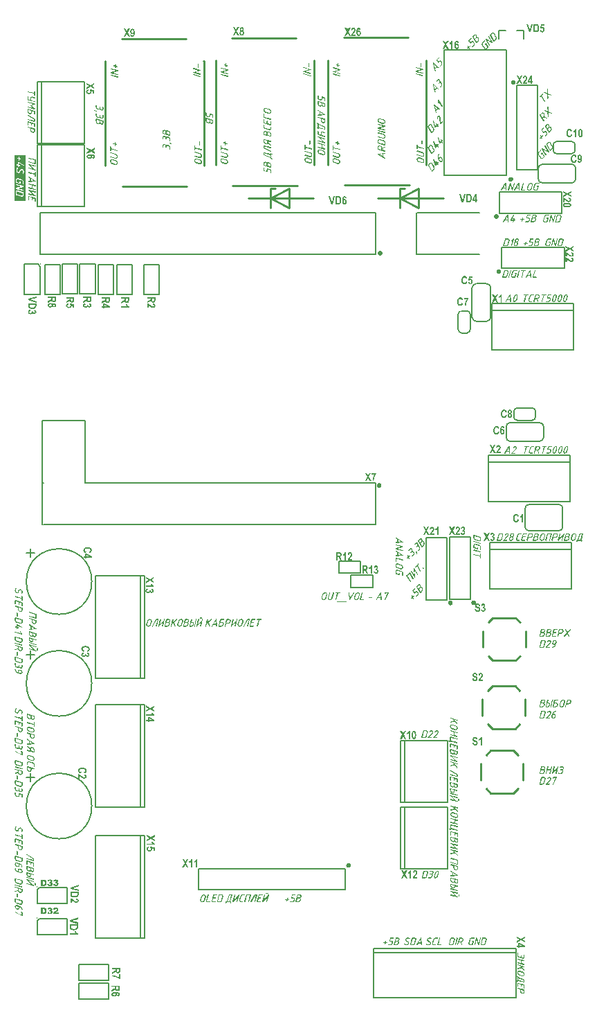
<source format=gto>
G04*
G04 #@! TF.GenerationSoftware,Altium Limited,Altium Designer,24.2.2 (26)*
G04*
G04 Layer_Color=65535*
%FSLAX43Y43*%
%MOMM*%
G71*
G04*
G04 #@! TF.SameCoordinates,826AFC0B-8DA9-4817-B3A0-D4F6A81A9B3F*
G04*
G04*
G04 #@! TF.FilePolarity,Positive*
G04*
G01*
G75*
%ADD10C,0.600*%
%ADD11C,0.100*%
%ADD12C,0.200*%
%ADD13C,0.254*%
%ADD14C,0.150*%
G36*
X1944Y101725D02*
X1983D01*
Y98475D01*
X550D01*
Y101725D01*
X600D01*
Y104075D01*
X1944D01*
Y101725D01*
D02*
G37*
G36*
X55495Y98298D02*
X55316D01*
X55024Y99299D01*
X55203D01*
X55410Y98558D01*
X55610Y99299D01*
X55788D01*
X55495Y98298D01*
D02*
G37*
G36*
X57125Y98668D02*
X57226D01*
Y98499D01*
X57125D01*
Y98298D01*
X56973D01*
Y98499D01*
X56636D01*
Y98667D01*
X56991Y99302D01*
X57125D01*
Y98668D01*
D02*
G37*
G36*
X56200Y99298D02*
X56212D01*
X56237Y99296D01*
X56265Y99292D01*
X56293Y99288D01*
X56321Y99282D01*
X56345Y99272D01*
X56346D01*
X56347Y99271D01*
X56354Y99267D01*
X56366Y99262D01*
X56381Y99253D01*
X56397Y99241D01*
X56415Y99226D01*
X56434Y99207D01*
X56452Y99186D01*
X56455Y99183D01*
X56458Y99179D01*
X56460Y99175D01*
X56470Y99162D01*
X56480Y99143D01*
X56492Y99121D01*
X56506Y99094D01*
X56519Y99064D01*
X56530Y99029D01*
Y99028D01*
X56531Y99025D01*
X56532Y99020D01*
X56534Y99012D01*
X56536Y99002D01*
X56539Y98990D01*
X56542Y98977D01*
X56544Y98962D01*
X56546Y98946D01*
X56548Y98928D01*
X56551Y98908D01*
X56554Y98887D01*
X56555Y98864D01*
X56556Y98840D01*
X56558Y98788D01*
Y98787D01*
Y98783D01*
Y98776D01*
Y98767D01*
X56556Y98755D01*
Y98741D01*
X56555Y98727D01*
X56554Y98711D01*
X56550Y98675D01*
X56544Y98638D01*
X56538Y98599D01*
X56527Y98562D01*
Y98560D01*
X56526Y98558D01*
X56524Y98552D01*
X56522Y98546D01*
X56519Y98538D01*
X56515Y98528D01*
X56507Y98507D01*
X56496Y98483D01*
X56483Y98458D01*
X56468Y98433D01*
X56452Y98410D01*
X56451Y98407D01*
X56444Y98401D01*
X56435Y98391D01*
X56423Y98378D01*
X56407Y98365D01*
X56389Y98351D01*
X56367Y98338D01*
X56345Y98326D01*
X56343D01*
X56342Y98325D01*
X56338Y98324D01*
X56333Y98322D01*
X56327Y98320D01*
X56319Y98317D01*
X56301Y98313D01*
X56277Y98308D01*
X56249Y98302D01*
X56217Y98300D01*
X56181Y98298D01*
X55871D01*
Y99299D01*
X56190D01*
X56200Y99298D01*
D02*
G37*
G36*
X41010Y99034D02*
X41016D01*
X41026Y99033D01*
X41047Y99027D01*
X41072Y99021D01*
X41098Y99009D01*
X41124Y98994D01*
X41136Y98984D01*
X41148Y98973D01*
X41150Y98972D01*
X41151Y98970D01*
X41154Y98966D01*
X41159Y98961D01*
X41163Y98954D01*
X41170Y98948D01*
X41175Y98937D01*
X41181Y98926D01*
X41188Y98914D01*
X41195Y98901D01*
X41201Y98885D01*
X41208Y98869D01*
X41215Y98850D01*
X41220Y98830D01*
X41224Y98809D01*
X41228Y98787D01*
X41076Y98767D01*
Y98768D01*
Y98772D01*
X41075Y98777D01*
X41074Y98784D01*
X41068Y98802D01*
X41060Y98822D01*
X41048Y98842D01*
X41034Y98861D01*
X41023Y98868D01*
X41012Y98873D01*
X41000Y98877D01*
X40986Y98878D01*
X40983D01*
X40978Y98877D01*
X40967Y98876D01*
X40955Y98872D01*
X40942Y98865D01*
X40927Y98854D01*
X40913Y98841D01*
X40899Y98822D01*
X40898Y98820D01*
X40897Y98816D01*
X40894Y98810D01*
X40891Y98804D01*
X40889Y98796D01*
X40885Y98785D01*
X40882Y98773D01*
X40878Y98759D01*
X40874Y98743D01*
X40871Y98724D01*
X40867Y98704D01*
X40865Y98680D01*
X40861Y98655D01*
X40859Y98627D01*
X40857Y98596D01*
X40858Y98598D01*
X40862Y98603D01*
X40867Y98611D01*
X40875Y98620D01*
X40886Y98631D01*
X40897Y98641D01*
X40909Y98651D01*
X40922Y98660D01*
X40923Y98661D01*
X40929Y98664D01*
X40937Y98667D01*
X40946Y98671D01*
X40958Y98675D01*
X40973Y98679D01*
X40987Y98680D01*
X41003Y98681D01*
X41012D01*
X41019Y98680D01*
X41027Y98679D01*
X41038Y98676D01*
X41060Y98671D01*
X41086Y98659D01*
X41100Y98652D01*
X41115Y98643D01*
X41128Y98633D01*
X41143Y98620D01*
X41158Y98607D01*
X41171Y98591D01*
X41172Y98590D01*
X41174Y98587D01*
X41178Y98582D01*
X41183Y98575D01*
X41188Y98566D01*
X41193Y98555D01*
X41200Y98542D01*
X41208Y98528D01*
X41215Y98511D01*
X41221Y98494D01*
X41227Y98474D01*
X41232Y98452D01*
X41237Y98430D01*
X41241Y98406D01*
X41243Y98379D01*
X41244Y98353D01*
Y98351D01*
Y98346D01*
Y98338D01*
X41243Y98326D01*
X41241Y98313D01*
X41240Y98298D01*
X41237Y98281D01*
X41235Y98262D01*
X41225Y98222D01*
X41219Y98202D01*
X41212Y98181D01*
X41203Y98161D01*
X41192Y98141D01*
X41180Y98121D01*
X41167Y98104D01*
X41166Y98102D01*
X41163Y98100D01*
X41159Y98096D01*
X41154Y98090D01*
X41146Y98082D01*
X41138Y98076D01*
X41127Y98068D01*
X41115Y98060D01*
X41088Y98043D01*
X41056Y98029D01*
X41038Y98023D01*
X41019Y98019D01*
X40999Y98016D01*
X40979Y98015D01*
X40974D01*
X40967Y98016D01*
X40959D01*
X40949Y98019D01*
X40935Y98021D01*
X40922Y98024D01*
X40907Y98029D01*
X40891Y98036D01*
X40875Y98043D01*
X40858Y98052D01*
X40841Y98064D01*
X40823Y98077D01*
X40806Y98092D01*
X40790Y98110D01*
X40774Y98130D01*
X40773Y98132D01*
X40770Y98136D01*
X40766Y98142D01*
X40762Y98153D01*
X40756Y98166D01*
X40749Y98182D01*
X40742Y98201D01*
X40734Y98224D01*
X40726Y98249D01*
X40720Y98277D01*
X40713Y98309D01*
X40706Y98343D01*
X40702Y98382D01*
X40698Y98425D01*
X40696Y98470D01*
X40694Y98519D01*
Y98520D01*
Y98522D01*
Y98526D01*
Y98531D01*
Y98546D01*
X40696Y98564D01*
X40697Y98587D01*
X40698Y98612D01*
X40701Y98640D01*
X40705Y98671D01*
X40709Y98703D01*
X40714Y98736D01*
X40722Y98769D01*
X40730Y98801D01*
X40740Y98833D01*
X40750Y98862D01*
X40764Y98890D01*
X40778Y98914D01*
X40780Y98916D01*
X40782Y98920D01*
X40786Y98925D01*
X40793Y98933D01*
X40802Y98942D01*
X40811Y98953D01*
X40823Y98964D01*
X40837Y98976D01*
X40851Y98986D01*
X40867Y98997D01*
X40886Y99007D01*
X40905Y99017D01*
X40925Y99025D01*
X40947Y99030D01*
X40970Y99034D01*
X40994Y99035D01*
X41003D01*
X41010Y99034D01*
D02*
G37*
G36*
X39527Y98032D02*
X39347D01*
X39056Y99033D01*
X39234D01*
X39442Y98291D01*
X39642Y99033D01*
X39820D01*
X39527Y98032D01*
D02*
G37*
G36*
X40231Y99031D02*
X40243D01*
X40268Y99030D01*
X40296Y99026D01*
X40324Y99022D01*
X40352Y99015D01*
X40376Y99006D01*
X40378D01*
X40379Y99005D01*
X40386Y99001D01*
X40398Y98995D01*
X40412Y98986D01*
X40428Y98974D01*
X40447Y98960D01*
X40465Y98941D01*
X40484Y98920D01*
X40487Y98917D01*
X40489Y98913D01*
X40492Y98909D01*
X40501Y98896D01*
X40512Y98877D01*
X40524Y98854D01*
X40537Y98828D01*
X40551Y98797D01*
X40561Y98763D01*
Y98761D01*
X40563Y98759D01*
X40564Y98753D01*
X40565Y98745D01*
X40568Y98736D01*
X40571Y98724D01*
X40573Y98711D01*
X40576Y98696D01*
X40577Y98680D01*
X40580Y98661D01*
X40583Y98641D01*
X40585Y98620D01*
X40587Y98598D01*
X40588Y98574D01*
X40589Y98522D01*
Y98520D01*
Y98516D01*
Y98510D01*
Y98500D01*
X40588Y98488D01*
Y98475D01*
X40587Y98460D01*
X40585Y98444D01*
X40581Y98409D01*
X40576Y98371D01*
X40569Y98333D01*
X40559Y98295D01*
Y98294D01*
X40557Y98291D01*
X40556Y98286D01*
X40553Y98279D01*
X40551Y98271D01*
X40547Y98262D01*
X40539Y98241D01*
X40528Y98217D01*
X40515Y98192D01*
X40500Y98166D01*
X40484Y98144D01*
X40483Y98141D01*
X40476Y98134D01*
X40467Y98125D01*
X40455Y98112D01*
X40439Y98098D01*
X40420Y98085D01*
X40399Y98072D01*
X40376Y98060D01*
X40375D01*
X40374Y98059D01*
X40370Y98057D01*
X40364Y98056D01*
X40359Y98053D01*
X40351Y98051D01*
X40332Y98047D01*
X40308Y98041D01*
X40280Y98036D01*
X40248Y98033D01*
X40213Y98032D01*
X39902D01*
Y99033D01*
X40222D01*
X40231Y99031D01*
D02*
G37*
G36*
X61747Y100667D02*
X61757Y100666D01*
X61767Y100662D01*
X61778Y100655D01*
X61787Y100645D01*
X61794Y100630D01*
X61797Y100622D01*
Y100611D01*
Y100610D01*
Y100605D01*
X61795Y100598D01*
X61794Y100590D01*
X61572Y99765D01*
Y99764D01*
X61569Y99758D01*
X61565Y99753D01*
X61560Y99745D01*
X61553Y99738D01*
X61544Y99732D01*
X61530Y99726D01*
X61516Y99725D01*
X61515D01*
X61509Y99726D01*
X61501Y99728D01*
X61492Y99730D01*
X61483Y99736D01*
X61473Y99742D01*
X61465Y99753D01*
X61459Y99766D01*
X61267Y100430D01*
X61097Y99765D01*
Y99764D01*
X61094Y99758D01*
X61090Y99753D01*
X61085Y99745D01*
X61078Y99738D01*
X61069Y99732D01*
X61055Y99726D01*
X61041Y99725D01*
X61037D01*
X61033Y99726D01*
X61026Y99728D01*
X61013Y99732D01*
X61005Y99736D01*
X60998Y99741D01*
X60997Y99742D01*
X60995Y99744D01*
X60993Y99748D01*
X60990Y99753D01*
X60983Y99766D01*
X60982Y99774D01*
X60981Y99782D01*
Y99784D01*
Y99788D01*
X60982Y99793D01*
X60983Y99800D01*
X61206Y100625D01*
Y100626D01*
X61208Y100631D01*
X61211Y100638D01*
X61216Y100647D01*
X61224Y100655D01*
X61234Y100662D01*
X61246Y100667D01*
X61262Y100669D01*
X61268D01*
X61276Y100666D01*
X61286Y100663D01*
X61295Y100658D01*
X61306Y100651D01*
X61314Y100641D01*
X61319Y100627D01*
X61512Y99962D01*
X61681Y100625D01*
Y100626D01*
X61684Y100631D01*
X61688Y100638D01*
X61693Y100647D01*
X61700Y100655D01*
X61710Y100662D01*
X61722Y100667D01*
X61738Y100669D01*
X61741D01*
X61747Y100667D01*
D02*
G37*
G36*
X64798D02*
X64807Y100666D01*
X64818Y100662D01*
X64829Y100654D01*
X64838Y100643D01*
X64845Y100630D01*
X64847Y100621D01*
Y100610D01*
Y100607D01*
X64846Y100601D01*
X64845Y100591D01*
X64841Y100581D01*
X64833Y100570D01*
X64822Y100561D01*
X64809Y100554D01*
X64799Y100553D01*
X64789Y100552D01*
X64483D01*
X64477Y100550D01*
X64463Y100549D01*
X64445Y100544D01*
X64424Y100537D01*
X64403Y100526D01*
X64380Y100510D01*
X64371Y100501D01*
X64360Y100490D01*
X64359Y100489D01*
X64356Y100485D01*
X64351Y100478D01*
X64345Y100469D01*
X64340Y100460D01*
X64334Y100448D01*
X64328Y100436D01*
X64324Y100422D01*
X64200Y99963D01*
Y99962D01*
Y99961D01*
X64199Y99954D01*
X64198Y99943D01*
X64196Y99933D01*
Y99931D01*
Y99926D01*
X64198Y99918D01*
X64200Y99909D01*
X64203Y99898D01*
X64207Y99887D01*
X64214Y99877D01*
X64223Y99866D01*
X64224Y99865D01*
X64228Y99862D01*
X64234Y99858D01*
X64243Y99854D01*
X64252Y99850D01*
X64264Y99846D01*
X64279Y99843D01*
X64294Y99842D01*
X64521D01*
X64617Y100184D01*
X64544D01*
X64537Y100186D01*
X64528Y100187D01*
X64517Y100192D01*
X64505Y100199D01*
X64496Y100209D01*
X64489Y100224D01*
X64488Y100232D01*
X64487Y100243D01*
Y100244D01*
Y100245D01*
X64488Y100252D01*
X64489Y100261D01*
X64495Y100272D01*
X64501Y100283D01*
X64512Y100292D01*
X64526Y100299D01*
X64536Y100301D01*
X64705D01*
X64710Y100300D01*
X64718Y100299D01*
X64727Y100296D01*
X64735Y100289D01*
X64743Y100281D01*
X64749Y100271D01*
X64751Y100255D01*
Y100253D01*
Y100249D01*
Y100247D01*
X64626Y99780D01*
X64625Y99777D01*
X64624Y99772D01*
X64618Y99762D01*
X64612Y99753D01*
X64602Y99742D01*
X64589Y99733D01*
X64573Y99728D01*
X64553Y99725D01*
X64264D01*
X64258Y99726D01*
X64251D01*
X64242Y99728D01*
X64232Y99730D01*
X64208Y99738D01*
X64195Y99744D01*
X64182Y99752D01*
X64167Y99760D01*
X64154Y99770D01*
X64141Y99782D01*
X64127Y99797D01*
X64114Y99813D01*
X64102Y99831D01*
X64101Y99834D01*
X64098Y99839D01*
X64094Y99849D01*
X64089Y99862D01*
X64083Y99877D01*
X64079Y99893D01*
X64077Y99910D01*
X64075Y99929D01*
Y99930D01*
Y99933D01*
Y99937D01*
X64077Y99942D01*
X64078Y99955D01*
X64081Y99970D01*
X64203Y100429D01*
Y100430D01*
X64206Y100436D01*
X64208Y100444D01*
X64212Y100454D01*
X64216Y100468D01*
X64223Y100482D01*
X64231Y100498D01*
X64242Y100514D01*
X64252Y100533D01*
X64266Y100550D01*
X64280Y100569D01*
X64296Y100586D01*
X64315Y100602D01*
X64335Y100618D01*
X64357Y100631D01*
X64383Y100643D01*
X64385Y100645D01*
X64392Y100647D01*
X64404Y100651D01*
X64420Y100657D01*
X64439Y100661D01*
X64463Y100665D01*
X64488Y100667D01*
X64516Y100669D01*
X64791D01*
X64798Y100667D01*
D02*
G37*
G36*
X63813D02*
X63822D01*
X63833Y100665D01*
X63845Y100662D01*
X63858Y100658D01*
X63873Y100653D01*
X63889Y100646D01*
X63905Y100638D01*
X63921Y100627D01*
X63938Y100615D01*
X63954Y100601D01*
X63970Y100583D01*
X63985Y100565D01*
X63999Y100542D01*
X64001Y100540D01*
X64005Y100533D01*
X64010Y100521D01*
X64015Y100506D01*
X64021Y100489D01*
X64026Y100469D01*
X64030Y100448D01*
X64031Y100426D01*
Y100425D01*
Y100422D01*
Y100417D01*
X64030Y100412D01*
X64029Y100396D01*
X64025Y100377D01*
X63926Y100010D01*
Y100007D01*
X63924Y100002D01*
X63921Y99993D01*
X63916Y99981D01*
X63910Y99966D01*
X63902Y99949D01*
X63893Y99930D01*
X63882Y99910D01*
X63869Y99890D01*
X63854Y99869D01*
X63837Y99847D01*
X63818Y99827D01*
X63797Y99808D01*
X63774Y99789D01*
X63748Y99773D01*
X63720Y99758D01*
X63719D01*
X63716Y99757D01*
X63712Y99756D01*
X63707Y99753D01*
X63700Y99750D01*
X63691Y99748D01*
X63671Y99742D01*
X63645Y99736D01*
X63617Y99730D01*
X63587Y99726D01*
X63554Y99725D01*
X63551D01*
X63543Y99726D01*
X63531Y99728D01*
X63516Y99730D01*
X63498Y99736D01*
X63476Y99744D01*
X63454Y99754D01*
X63431Y99769D01*
X63430Y99770D01*
X63424Y99774D01*
X63415Y99781D01*
X63406Y99790D01*
X63394Y99801D01*
X63381Y99816D01*
X63367Y99833D01*
X63355Y99851D01*
X63354Y99854D01*
X63350Y99861D01*
X63345Y99873D01*
X63339Y99887D01*
X63334Y99905D01*
X63329Y99925D01*
X63325Y99946D01*
X63323Y99969D01*
Y99970D01*
Y99973D01*
Y99978D01*
X63325Y99985D01*
X63326Y99999D01*
X63330Y100016D01*
X63428Y100384D01*
Y100386D01*
X63431Y100392D01*
X63434Y100401D01*
X63438Y100413D01*
X63444Y100428D01*
X63451Y100444D01*
X63460Y100462D01*
X63471Y100482D01*
X63484Y100502D01*
X63498Y100522D01*
X63514Y100544D01*
X63532Y100563D01*
X63552Y100582D01*
X63575Y100599D01*
X63600Y100615D01*
X63627Y100629D01*
X63628D01*
X63631Y100630D01*
X63635Y100633D01*
X63641Y100635D01*
X63649Y100638D01*
X63659Y100642D01*
X63680Y100649D01*
X63707Y100657D01*
X63736Y100662D01*
X63768Y100667D01*
X63801Y100669D01*
X63806D01*
X63813Y100667D01*
D02*
G37*
G36*
X62891D02*
X62900Y100666D01*
X62912Y100662D01*
X62923Y100655D01*
X62932Y100645D01*
X62939Y100630D01*
X62941Y100622D01*
Y100611D01*
Y100610D01*
Y100605D01*
X62940Y100598D01*
X62939Y100590D01*
X62734Y99842D01*
X63044D01*
X63050Y99841D01*
X63060Y99839D01*
X63070Y99835D01*
X63081Y99827D01*
X63090Y99817D01*
X63097Y99804D01*
X63100Y99794D01*
Y99784D01*
Y99781D01*
X63098Y99774D01*
X63097Y99765D01*
X63093Y99754D01*
X63085Y99744D01*
X63074Y99734D01*
X63061Y99728D01*
X63052Y99726D01*
X63041Y99725D01*
X62645D01*
X62639Y99726D01*
X62634Y99728D01*
X62621Y99733D01*
X62614Y99737D01*
X62607Y99742D01*
Y99744D01*
X62606Y99746D01*
X62603Y99750D01*
X62602Y99756D01*
X62599Y99762D01*
Y99770D01*
Y99780D01*
X62601Y99790D01*
X62826Y100625D01*
Y100626D01*
X62828Y100631D01*
X62831Y100638D01*
X62836Y100647D01*
X62844Y100655D01*
X62853Y100662D01*
X62865Y100667D01*
X62881Y100669D01*
X62884D01*
X62891Y100667D01*
D02*
G37*
G36*
X62318D02*
X62328Y100666D01*
X62338Y100662D01*
X62349Y100657D01*
X62358Y100647D01*
X62365Y100635D01*
X62369Y100618D01*
X62434Y99781D01*
Y99778D01*
X62433Y99772D01*
X62432Y99764D01*
X62426Y99753D01*
X62420Y99742D01*
X62409Y99734D01*
X62394Y99728D01*
X62385Y99726D01*
X62374Y99725D01*
X62372D01*
X62365Y99726D01*
X62357Y99728D01*
X62346Y99732D01*
X62336Y99738D01*
X62326Y99748D01*
X62318Y99761D01*
X62316Y99780D01*
X62301Y99955D01*
X61978D01*
X61854Y99753D01*
X61853Y99752D01*
X61850Y99749D01*
X61846Y99744D01*
X61841Y99740D01*
X61834Y99734D01*
X61825Y99729D01*
X61815Y99726D01*
X61803Y99725D01*
X61799D01*
X61794Y99726D01*
X61789Y99728D01*
X61775Y99733D01*
X61767Y99737D01*
X61761Y99742D01*
Y99744D01*
X61758Y99745D01*
X61755Y99749D01*
X61753Y99754D01*
X61747Y99768D01*
X61746Y99776D01*
X61745Y99784D01*
Y99785D01*
Y99786D01*
X61746Y99793D01*
X61749Y99804D01*
X61753Y99814D01*
X62260Y100641D01*
X62261Y100642D01*
X62263Y100645D01*
X62267Y100650D01*
X62272Y100655D01*
X62280Y100659D01*
X62288Y100665D01*
X62298Y100667D01*
X62310Y100669D01*
X62313D01*
X62318Y100667D01*
D02*
G37*
G36*
X60699D02*
X60708Y100666D01*
X60719Y100662D01*
X60729Y100657D01*
X60739Y100647D01*
X60745Y100635D01*
X60749Y100618D01*
X60814Y99781D01*
Y99778D01*
X60813Y99772D01*
X60812Y99764D01*
X60806Y99753D01*
X60800Y99742D01*
X60789Y99734D01*
X60775Y99728D01*
X60765Y99726D01*
X60755Y99725D01*
X60752D01*
X60745Y99726D01*
X60737Y99728D01*
X60727Y99732D01*
X60716Y99738D01*
X60707Y99748D01*
X60699Y99761D01*
X60696Y99780D01*
X60681Y99955D01*
X60358D01*
X60234Y99753D01*
X60233Y99752D01*
X60230Y99749D01*
X60226Y99744D01*
X60221Y99740D01*
X60214Y99734D01*
X60205Y99729D01*
X60196Y99726D01*
X60184Y99725D01*
X60180D01*
X60174Y99726D01*
X60169Y99728D01*
X60156Y99733D01*
X60148Y99737D01*
X60141Y99742D01*
Y99744D01*
X60138Y99745D01*
X60136Y99749D01*
X60133Y99754D01*
X60128Y99768D01*
X60126Y99776D01*
X60125Y99784D01*
Y99785D01*
Y99786D01*
X60126Y99793D01*
X60129Y99804D01*
X60133Y99814D01*
X60640Y100641D01*
X60641Y100642D01*
X60643Y100645D01*
X60647Y100650D01*
X60652Y100655D01*
X60660Y100659D01*
X60668Y100665D01*
X60679Y100667D01*
X60691Y100669D01*
X60693D01*
X60699Y100667D01*
D02*
G37*
G36*
X50632Y53652D02*
X50646Y53648D01*
X50654Y53643D01*
X50662Y53635D01*
X50663Y53634D01*
X50666Y53631D01*
X50670Y53623D01*
X50675Y53615D01*
X50695Y53582D01*
X50696Y53581D01*
X50697Y53575D01*
X50699Y53568D01*
X50701Y53558D01*
X50702Y53546D01*
X50700Y53535D01*
X50695Y53521D01*
X50685Y53510D01*
X50683Y53508D01*
X50678Y53505D01*
X50670Y53499D01*
X50659Y53495D01*
X50647Y53492D01*
X50632Y53493D01*
X50617Y53499D01*
X50611Y53504D01*
X50602Y53510D01*
X50601Y53511D01*
X50599Y53514D01*
X50592Y53522D01*
X50567Y53567D01*
X50566Y53568D01*
X50564Y53573D01*
X50561Y53580D01*
X50560Y53588D01*
Y53600D01*
X50563Y53610D01*
X50568Y53622D01*
X50578Y53634D01*
X50580Y53636D01*
X50585Y53640D01*
X50593Y53646D01*
X50604Y53651D01*
X50617Y53653D01*
X50632Y53652D01*
D02*
G37*
G36*
X50024Y54148D02*
X50039Y54144D01*
X50047Y54139D01*
X50055Y54131D01*
X50056Y54129D01*
X50060Y54124D01*
X50066Y54116D01*
X50071Y54106D01*
X50072Y54093D01*
X50072Y54079D01*
X50067Y54064D01*
X50061Y54057D01*
X50055Y54048D01*
X49918Y53912D01*
X50326Y53205D01*
X50327Y53204D01*
X50328Y53200D01*
X50330Y53193D01*
X50331Y53185D01*
Y53173D01*
X50328Y53163D01*
X50324Y53151D01*
X50313Y53138D01*
X50311Y53136D01*
X50307Y53134D01*
X50302Y53131D01*
X50290Y53124D01*
X50281Y53121D01*
X50273Y53121D01*
X50269D01*
X50264Y53121D01*
X50258Y53122D01*
X50244Y53127D01*
X50237Y53132D01*
X50231Y53137D01*
X50230Y53137D01*
X50227Y53140D01*
X50224Y53145D01*
X50220Y53151D01*
X49834Y53828D01*
X49716Y53710D01*
X49710Y53706D01*
X49703Y53700D01*
X49691Y53696D01*
X49678Y53693D01*
X49664Y53694D01*
X49649Y53699D01*
X49642Y53704D01*
X49634Y53711D01*
X49633Y53712D01*
X49632Y53713D01*
X49628Y53718D01*
X49623Y53726D01*
X49619Y53737D01*
X49616Y53749D01*
X49617Y53763D01*
X49623Y53778D01*
X49627Y53787D01*
X49974Y54133D01*
X49979Y54137D01*
X49987Y54143D01*
X49997Y54147D01*
X50010Y54149D01*
X50024Y54148D01*
D02*
G37*
G36*
X49484Y53610D02*
X49499Y53604D01*
X49507Y53600D01*
X49514Y53593D01*
X49515Y53592D01*
X49519Y53588D01*
X49522Y53585D01*
X49521Y53585D01*
X49954Y52835D01*
X49955Y52834D01*
X49957Y52829D01*
X49958Y52822D01*
X49960Y52813D01*
Y52803D01*
X49958Y52792D01*
X49952Y52779D01*
X49943Y52768D01*
X49940Y52765D01*
X49936Y52763D01*
X49930Y52759D01*
X49918Y52753D01*
X49910Y52750D01*
X49901Y52749D01*
X49897D01*
X49893Y52750D01*
X49887Y52752D01*
X49873Y52756D01*
X49866Y52761D01*
X49860Y52766D01*
X49859Y52767D01*
X49856Y52769D01*
X49853Y52774D01*
X49849Y52780D01*
X49561Y53291D01*
X49591Y52547D01*
X49619Y52498D01*
X49620Y52498D01*
X49621Y52493D01*
X49623Y52485D01*
X49624Y52477D01*
X49625Y52466D01*
X49622Y52456D01*
X49616Y52443D01*
X49607Y52432D01*
X49604Y52429D01*
X49600Y52427D01*
X49594Y52423D01*
X49582Y52417D01*
X49574Y52414D01*
X49565Y52413D01*
X49561D01*
X49557Y52414D01*
X49551Y52416D01*
X49537Y52420D01*
X49530Y52425D01*
X49524Y52430D01*
X49523Y52431D01*
X49520Y52433D01*
X49517Y52438D01*
X49513Y52444D01*
X49086Y53184D01*
X49085Y53185D01*
X49083Y53190D01*
X49081Y53198D01*
X49079Y53208D01*
X49078Y53218D01*
X49081Y53231D01*
X49085Y53243D01*
X49096Y53255D01*
X49097Y53257D01*
X49103Y53261D01*
X49111Y53266D01*
X49122Y53272D01*
X49134Y53275D01*
X49148Y53274D01*
X49163Y53268D01*
X49171Y53265D01*
X49178Y53257D01*
X49179Y53256D01*
X49183Y53252D01*
X49187Y53247D01*
X49192Y53240D01*
X49483Y52726D01*
X49452Y53469D01*
X49420Y53523D01*
X49419Y53524D01*
X49417Y53530D01*
X49415Y53537D01*
X49414Y53545D01*
Y53556D01*
X49417Y53567D01*
X49421Y53579D01*
X49432Y53591D01*
X49433Y53593D01*
X49439Y53597D01*
X49447Y53602D01*
X49458Y53608D01*
X49470Y53611D01*
X49484Y53610D01*
D02*
G37*
G36*
X48945Y53071D02*
X48960Y53065D01*
X48968Y53061D01*
X48975Y53054D01*
X48976Y53053D01*
X48980Y53049D01*
X48984Y53043D01*
X48988Y53037D01*
X49414Y52299D01*
X49415Y52298D01*
X49417Y52292D01*
X49419Y52286D01*
X49421Y52276D01*
Y52265D01*
X49419Y52254D01*
X49415Y52242D01*
X49404Y52229D01*
X49401Y52226D01*
X49398Y52225D01*
X49392Y52221D01*
X49380Y52214D01*
X49371Y52211D01*
X49363Y52210D01*
X49359D01*
X49354Y52211D01*
X49349Y52213D01*
X49335Y52218D01*
X49328Y52223D01*
X49321Y52227D01*
X49321Y52228D01*
X49318Y52231D01*
X49315Y52236D01*
X49311Y52242D01*
X48924Y52918D01*
X48672Y52666D01*
X49079Y51960D01*
X49080Y51959D01*
X49081Y51954D01*
X49082Y51947D01*
X49084Y51938D01*
Y51928D01*
X49082Y51917D01*
X49077Y51904D01*
X49067Y51892D01*
X49065Y51890D01*
X49061Y51888D01*
X49055Y51884D01*
X49043Y51877D01*
X49034Y51874D01*
X49026Y51874D01*
X49022D01*
X49017Y51874D01*
X49012Y51876D01*
X48998Y51881D01*
X48991Y51886D01*
X48985Y51890D01*
X48984Y51891D01*
X48981Y51894D01*
X48978Y51899D01*
X48974Y51905D01*
X48548Y52645D01*
X48547Y52646D01*
X48545Y52652D01*
X48542Y52658D01*
X48539Y52669D01*
Y52680D01*
X48541Y52691D01*
X48546Y52704D01*
X48556Y52716D01*
X48895Y53055D01*
X48901Y53058D01*
X48908Y53064D01*
X48919Y53069D01*
X48931Y53072D01*
X48945Y53071D01*
D02*
G37*
G36*
X50125Y51614D02*
X50145Y51608D01*
X50148Y51607D01*
X50154Y51605D01*
X50163Y51601D01*
X50174Y51596D01*
X50187Y51589D01*
X50201Y51581D01*
X50215Y51570D01*
X50229Y51558D01*
X50230Y51557D01*
X50232Y51555D01*
X50236Y51551D01*
X50240Y51547D01*
X50249Y51535D01*
X50259Y51520D01*
X50260Y51520D01*
X50263Y51515D01*
X50267Y51507D01*
X50270Y51498D01*
X50275Y51486D01*
X50282Y51472D01*
X50291Y51439D01*
X50300Y51403D01*
X50304Y51364D01*
X50303Y51344D01*
X50300Y51326D01*
X50295Y51306D01*
X50286Y51288D01*
X50289Y51289D01*
X50297Y51291D01*
X50308Y51293D01*
X50342D01*
X50362Y51290D01*
X50384Y51284D01*
X50409Y51275D01*
X50410Y51274D01*
X50415Y51272D01*
X50421Y51268D01*
X50429Y51264D01*
X50439Y51258D01*
X50449Y51249D01*
X50470Y51232D01*
X50471Y51232D01*
X50474Y51229D01*
X50478Y51224D01*
X50483Y51217D01*
X50490Y51209D01*
X50496Y51199D01*
X50510Y51175D01*
X50511Y51174D01*
X50514Y51168D01*
X50518Y51160D01*
X50524Y51149D01*
X50529Y51134D01*
X50536Y51118D01*
X50542Y51098D01*
X50549Y51078D01*
X50554Y51056D01*
X50557Y51032D01*
X50561Y51008D01*
X50563Y50981D01*
X50561Y50955D01*
X50558Y50928D01*
X50552Y50900D01*
X50543Y50873D01*
X50542Y50872D01*
X50541Y50869D01*
X50541Y50864D01*
X50537Y50859D01*
X50534Y50850D01*
X50530Y50843D01*
X50519Y50822D01*
X50506Y50798D01*
X50488Y50772D01*
X50468Y50745D01*
X50445Y50720D01*
X50274Y50549D01*
X50269Y50546D01*
X50263Y50542D01*
X50253Y50538D01*
X50243Y50535D01*
X50232D01*
X50220Y50540D01*
X50206Y50549D01*
X50205Y50550D01*
X50203Y50553D01*
X50200Y50558D01*
X50196Y50563D01*
X49769Y51305D01*
X49768Y51308D01*
X49765Y51312D01*
X49763Y51322D01*
X49760Y51334D01*
Y51347D01*
X49763Y51361D01*
X49771Y51376D01*
X49783Y51392D01*
X49959Y51568D01*
X49965Y51573D01*
X49974Y51580D01*
X49983Y51585D01*
X50007Y51598D01*
X50020Y51603D01*
X50035Y51609D01*
X50051Y51614D01*
X50068Y51615D01*
X50086Y51616D01*
X50105D01*
X50125Y51614D01*
D02*
G37*
G36*
X49590Y51164D02*
X49604Y51159D01*
X49613Y51154D01*
X49620Y51147D01*
X49622Y51145D01*
X49626Y51139D01*
X49631Y51132D01*
X49635Y51120D01*
X49638Y51108D01*
X49637Y51094D01*
X49631Y51079D01*
X49626Y51072D01*
X49619Y51063D01*
X49417Y50861D01*
X49544Y50634D01*
X49641Y50731D01*
X49646Y50735D01*
X49658Y50744D01*
X49675Y50755D01*
X49695Y50767D01*
X49718Y50776D01*
X49744Y50784D01*
X49773Y50785D01*
X49786D01*
X49800Y50783D01*
X49819Y50779D01*
X49840Y50772D01*
X49862Y50762D01*
X49886Y50748D01*
X49909Y50728D01*
X49910Y50727D01*
X49913Y50724D01*
X49917Y50720D01*
X49920Y50715D01*
X49933Y50701D01*
X49943Y50685D01*
X49993Y50592D01*
X49994Y50591D01*
X49997Y50586D01*
X50000Y50578D01*
X50005Y50568D01*
X50011Y50555D01*
X50016Y50542D01*
X50029Y50507D01*
X50033Y50489D01*
X50038Y50469D01*
X50042Y50448D01*
X50043Y50427D01*
X50044Y50405D01*
X50041Y50384D01*
X50037Y50363D01*
X50029Y50342D01*
X50029Y50341D01*
Y50339D01*
X50027Y50336D01*
X50024Y50331D01*
X50017Y50319D01*
X50008Y50302D01*
X49995Y50281D01*
X49980Y50260D01*
X49960Y50237D01*
X49938Y50213D01*
X49810Y50085D01*
X49805Y50081D01*
X49797Y50076D01*
X49786Y50072D01*
X49774Y50069D01*
X49759Y50070D01*
X49744Y50076D01*
X49738Y50081D01*
X49729Y50087D01*
X49728Y50088D01*
X49727Y50089D01*
X49724Y50095D01*
X49718Y50102D01*
X49714Y50113D01*
X49711Y50126D01*
X49712Y50140D01*
X49718Y50155D01*
X49722Y50162D01*
X49876Y50317D01*
X49880Y50322D01*
X49886Y50330D01*
X49892Y50338D01*
X49899Y50349D01*
X49905Y50361D01*
X49911Y50374D01*
X49917Y50389D01*
X49920Y50404D01*
X49923Y50422D01*
Y50441D01*
X49921Y50460D01*
X49918Y50480D01*
X49911Y50500D01*
X49901Y50522D01*
X49853Y50604D01*
X49852Y50605D01*
X49851Y50608D01*
X49848Y50612D01*
X49844Y50618D01*
X49835Y50631D01*
X49823Y50644D01*
X49822Y50645D01*
X49822Y50646D01*
X49814Y50652D01*
X49804Y50656D01*
X49789Y50662D01*
X49780Y50663D01*
X49770Y50662D01*
X49760Y50660D01*
X49750Y50657D01*
X49738Y50653D01*
X49726Y50646D01*
X49713Y50636D01*
X49700Y50624D01*
X49572Y50496D01*
X49567Y50494D01*
X49563Y50491D01*
X49550Y50485D01*
X49541Y50482D01*
X49533Y50481D01*
X49529D01*
X49524Y50482D01*
X49518Y50484D01*
X49504Y50489D01*
X49498Y50494D01*
X49491Y50498D01*
X49490Y50499D01*
X49487Y50502D01*
X49484Y50508D01*
X49480Y50513D01*
X49292Y50839D01*
X49291Y50840D01*
X49289Y50846D01*
X49287Y50853D01*
X49284Y50864D01*
X49283Y50874D01*
X49286Y50886D01*
X49291Y50898D01*
X49301Y50911D01*
X49538Y51148D01*
X49544Y51152D01*
X49551Y51157D01*
X49563Y51163D01*
X49576Y51165D01*
X49590Y51164D01*
D02*
G37*
G36*
X49207Y50261D02*
X49221Y50257D01*
X49230Y50252D01*
X49237Y50244D01*
X49238Y50243D01*
X49240Y50241D01*
X49242Y50240D01*
X49241Y50239D01*
X49301Y50131D01*
X49385Y50215D01*
X49390Y50219D01*
X49398Y50224D01*
X49409Y50230D01*
X49422Y50232D01*
X49437Y50231D01*
X49451Y50226D01*
X49459Y50222D01*
X49467Y50214D01*
X49469Y50212D01*
X49472Y50207D01*
X49478Y50199D01*
X49482Y50188D01*
X49485Y50176D01*
X49484Y50161D01*
X49478Y50146D01*
X49472Y50139D01*
X49466Y50130D01*
X49364Y50029D01*
X49438Y49903D01*
X49438Y49902D01*
X49440Y49896D01*
X49442Y49889D01*
X49444Y49879D01*
X49445Y49869D01*
X49443Y49857D01*
X49438Y49844D01*
X49428Y49833D01*
X49426Y49831D01*
X49421Y49827D01*
X49412Y49821D01*
X49402Y49816D01*
X49389Y49814D01*
X49374Y49813D01*
X49359Y49819D01*
X49353Y49824D01*
X49344Y49830D01*
X49343Y49831D01*
X49342Y49833D01*
X49340Y49835D01*
X49342D01*
X49279Y49944D01*
X49196Y49860D01*
X49190Y49857D01*
X49182Y49851D01*
X49171Y49847D01*
X49158Y49843D01*
X49144Y49844D01*
X49129Y49850D01*
X49122Y49855D01*
X49114Y49861D01*
X49113Y49862D01*
X49112Y49863D01*
X49108Y49869D01*
X49102Y49876D01*
X49099Y49888D01*
X49096Y49900D01*
X49097Y49914D01*
X49102Y49929D01*
X49107Y49937D01*
X49216Y50047D01*
X49144Y50172D01*
X49143Y50173D01*
X49141Y50178D01*
X49139Y50186D01*
X49136Y50196D01*
X49135Y50207D01*
X49138Y50219D01*
X49143Y50231D01*
X49153Y50243D01*
X49155Y50245D01*
X49161Y50249D01*
X49168Y50255D01*
X49180Y50260D01*
X49193Y50262D01*
X49207Y50261D01*
D02*
G37*
G36*
X50328Y57227D02*
X50349Y57222D01*
X50352Y57221D01*
X50358Y57219D01*
X50367Y57215D01*
X50378Y57209D01*
X50390Y57203D01*
X50405Y57194D01*
X50419Y57184D01*
X50433Y57172D01*
X50434Y57171D01*
X50436Y57169D01*
X50439Y57165D01*
X50444Y57160D01*
X50453Y57148D01*
X50463Y57134D01*
X50464Y57133D01*
X50467Y57128D01*
X50470Y57121D01*
X50474Y57111D01*
X50479Y57099D01*
X50486Y57085D01*
X50495Y57053D01*
X50503Y57016D01*
X50508Y56978D01*
X50507Y56958D01*
X50503Y56939D01*
X50499Y56919D01*
X50490Y56902D01*
X50493Y56902D01*
X50501Y56904D01*
X50512Y56906D01*
X50546D01*
X50566Y56903D01*
X50588Y56898D01*
X50613Y56888D01*
X50614Y56887D01*
X50619Y56886D01*
X50625Y56882D01*
X50633Y56877D01*
X50643Y56871D01*
X50653Y56863D01*
X50674Y56846D01*
X50675Y56845D01*
X50678Y56842D01*
X50682Y56838D01*
X50687Y56831D01*
X50694Y56822D01*
X50700Y56812D01*
X50714Y56789D01*
X50715Y56788D01*
X50718Y56781D01*
X50722Y56774D01*
X50727Y56762D01*
X50733Y56747D01*
X50740Y56731D01*
X50746Y56711D01*
X50753Y56692D01*
X50757Y56670D01*
X50761Y56646D01*
X50765Y56621D01*
X50767Y56595D01*
X50765Y56568D01*
X50762Y56541D01*
X50756Y56514D01*
X50747Y56486D01*
X50746Y56486D01*
X50745Y56483D01*
X50744Y56478D01*
X50741Y56472D01*
X50738Y56464D01*
X50734Y56456D01*
X50723Y56436D01*
X50709Y56411D01*
X50692Y56386D01*
X50672Y56359D01*
X50648Y56333D01*
X50478Y56163D01*
X50473Y56160D01*
X50467Y56155D01*
X50457Y56151D01*
X50447Y56149D01*
X50436D01*
X50423Y56153D01*
X50410Y56163D01*
X50409Y56164D01*
X50406Y56167D01*
X50404Y56171D01*
X50400Y56177D01*
X49973Y56918D01*
X49972Y56921D01*
X49969Y56926D01*
X49967Y56935D01*
X49964Y56948D01*
Y56961D01*
X49967Y56975D01*
X49974Y56990D01*
X49987Y57006D01*
X50163Y57182D01*
X50169Y57187D01*
X50178Y57193D01*
X50187Y57199D01*
X50211Y57211D01*
X50224Y57217D01*
X50239Y57222D01*
X50255Y57227D01*
X50272Y57229D01*
X50290Y57230D01*
X50309D01*
X50328Y57227D01*
D02*
G37*
G36*
X49802Y56724D02*
X49821Y56722D01*
X49842Y56716D01*
X49845Y56715D01*
X49850Y56713D01*
X49860Y56710D01*
X49871Y56704D01*
X49884Y56696D01*
X49898Y56688D01*
X49912Y56678D01*
X49926Y56665D01*
X49927Y56664D01*
X49929Y56662D01*
X49932Y56660D01*
X49937Y56655D01*
X49945Y56643D01*
X49957Y56628D01*
X49958Y56627D01*
X49960Y56622D01*
X49964Y56614D01*
X49969Y56604D01*
X49974Y56592D01*
X49979Y56579D01*
X49991Y56546D01*
X50000Y56507D01*
X50003Y56487D01*
X50004Y56468D01*
Y56447D01*
X50001Y56427D01*
X49995Y56406D01*
X49988Y56388D01*
X49990Y56389D01*
X49997Y56391D01*
X50007Y56392D01*
X50022D01*
X50031Y56391D01*
X50040Y56390D01*
X50050Y56386D01*
X50061Y56380D01*
X50072Y56374D01*
X50085Y56366D01*
X50098Y56357D01*
X50111Y56343D01*
X50112Y56342D01*
X50115Y56340D01*
X50118Y56336D01*
X50122Y56330D01*
X50129Y56324D01*
X50134Y56316D01*
X50147Y56298D01*
X50194Y56215D01*
X50195Y56215D01*
X50197Y56209D01*
X50200Y56201D01*
X50206Y56192D01*
X50212Y56179D01*
X50217Y56164D01*
X50223Y56149D01*
X50229Y56130D01*
X50233Y56110D01*
X50238Y56090D01*
X50241Y56069D01*
X50243Y56046D01*
Y56023D01*
X50240Y56000D01*
X50235Y55978D01*
X50228Y55956D01*
X50227Y55955D01*
Y55953D01*
X50225Y55949D01*
X50223Y55943D01*
X50215Y55930D01*
X50206Y55913D01*
X50195Y55893D01*
X50180Y55872D01*
X50162Y55848D01*
X50142Y55827D01*
X50014Y55699D01*
X50008Y55695D01*
X50001Y55689D01*
X49990Y55686D01*
X49977Y55683D01*
X49963Y55684D01*
X49948Y55689D01*
X49942Y55694D01*
X49933Y55701D01*
X49932Y55702D01*
X49931Y55703D01*
X49927Y55708D01*
X49922Y55716D01*
X49918Y55727D01*
X49915Y55739D01*
X49916Y55753D01*
X49922Y55768D01*
X49926Y55776D01*
X50083Y55933D01*
X50089Y55942D01*
X50097Y55953D01*
X50104Y55968D01*
X50113Y55984D01*
X50119Y56004D01*
X50124Y56025D01*
X50125Y56028D01*
Y56036D01*
Y56047D01*
Y56062D01*
X50123Y56079D01*
X50119Y56098D01*
X50114Y56117D01*
X50104Y56135D01*
X50056Y56217D01*
X50055Y56218D01*
X50054Y56222D01*
X50051Y56227D01*
X50047Y56232D01*
X50037Y56245D01*
X50026Y56257D01*
X50025Y56258D01*
X50024Y56259D01*
X50017Y56264D01*
X50006Y56269D01*
X49991Y56275D01*
X49983Y56276D01*
X49974D01*
X49964Y56274D01*
X49953Y56270D01*
X49942Y56266D01*
X49929Y56260D01*
X49917Y56249D01*
X49904Y56238D01*
X49844Y56178D01*
X49838Y56174D01*
X49830Y56168D01*
X49819Y56165D01*
X49806Y56161D01*
X49792Y56162D01*
X49777Y56167D01*
X49770Y56172D01*
X49762Y56179D01*
X49761Y56180D01*
X49760Y56181D01*
X49756Y56186D01*
X49750Y56194D01*
X49747Y56205D01*
X49744Y56217D01*
X49745Y56231D01*
X49750Y56246D01*
X49755Y56255D01*
X49845Y56344D01*
X49847Y56349D01*
X49855Y56360D01*
X49865Y56376D01*
X49874Y56396D01*
X49882Y56420D01*
X49887Y56447D01*
Y56462D01*
Y56477D01*
Y56479D01*
X49886Y56484D01*
Y56491D01*
X49884Y56501D01*
X49881Y56511D01*
X49877Y56523D01*
X49872Y56535D01*
X49866Y56547D01*
X49865Y56548D01*
X49864Y56550D01*
X49862Y56553D01*
X49859Y56558D01*
X49851Y56567D01*
X49843Y56578D01*
X49842Y56579D01*
X49840Y56581D01*
X49837Y56583D01*
X49832Y56586D01*
X49820Y56593D01*
X49804Y56599D01*
X49796Y56600D01*
X49785Y56601D01*
X49775Y56600D01*
X49764Y56598D01*
X49751Y56594D01*
X49739Y56587D01*
X49727Y56579D01*
X49714Y56567D01*
X49586Y56439D01*
X49580Y56436D01*
X49573Y56430D01*
X49561Y56426D01*
X49549Y56423D01*
X49535Y56424D01*
X49520Y56430D01*
X49513Y56435D01*
X49505Y56441D01*
X49504Y56442D01*
X49503Y56443D01*
X49499Y56449D01*
X49494Y56456D01*
X49490Y56468D01*
X49487Y56480D01*
X49488Y56494D01*
X49494Y56509D01*
X49497Y56517D01*
X49656Y56676D01*
X49663Y56680D01*
X49671Y56686D01*
X49681Y56693D01*
X49704Y56705D01*
X49718Y56710D01*
X49733Y56716D01*
X49748Y56720D01*
X49765Y56724D01*
X49782Y56725D01*
X49802Y56724D01*
D02*
G37*
G36*
X49781Y55597D02*
X49787Y55596D01*
X49801Y55591D01*
X49808Y55587D01*
X49815Y55581D01*
X49817Y55579D01*
X49821Y55574D01*
X49825Y55562D01*
X49827Y55555D01*
X49829Y55545D01*
X49890Y55360D01*
Y55358D01*
X49892Y55354D01*
X49893Y55348D01*
X49892Y55339D01*
X49891Y55331D01*
X49889Y55321D01*
X49884Y55311D01*
X49877Y55302D01*
X49875Y55300D01*
X49869Y55296D01*
X49861Y55289D01*
X49849Y55286D01*
X49836Y55282D01*
X49821D01*
X49806Y55287D01*
X49799Y55292D01*
X49791Y55299D01*
X49790Y55300D01*
X49789Y55301D01*
X49785Y55308D01*
X49781Y55319D01*
X49779Y55326D01*
X49777Y55335D01*
X49716Y55521D01*
Y55523D01*
X49714Y55527D01*
Y55534D01*
Y55542D01*
X49715Y55550D01*
X49718Y55560D01*
X49722Y55571D01*
X49730Y55580D01*
X49733Y55583D01*
X49737Y55586D01*
X49742Y55589D01*
X49755Y55596D01*
X49764Y55597D01*
X49772Y55598D01*
X49776D01*
X49781Y55597D01*
D02*
G37*
G36*
X49094Y56015D02*
X49112Y56013D01*
X49133Y56007D01*
X49136Y56007D01*
X49142Y56005D01*
X49151Y56001D01*
X49162Y55995D01*
X49175Y55988D01*
X49190Y55979D01*
X49204Y55969D01*
X49218Y55957D01*
X49219Y55956D01*
X49221Y55954D01*
X49223Y55951D01*
X49228Y55946D01*
X49237Y55934D01*
X49248Y55919D01*
X49249Y55918D01*
X49252Y55913D01*
X49255Y55906D01*
X49260Y55895D01*
X49265Y55883D01*
X49271Y55870D01*
X49283Y55837D01*
X49291Y55799D01*
X49294Y55779D01*
X49295Y55759D01*
Y55738D01*
X49292Y55719D01*
X49287Y55698D01*
X49279Y55679D01*
X49282Y55680D01*
X49288Y55683D01*
X49299Y55684D01*
X49314D01*
X49322Y55683D01*
X49332Y55681D01*
X49341Y55677D01*
X49352Y55671D01*
X49364Y55666D01*
X49376Y55657D01*
X49389Y55648D01*
X49402Y55635D01*
X49403Y55634D01*
X49406Y55631D01*
X49410Y55627D01*
X49414Y55622D01*
X49420Y55615D01*
X49426Y55607D01*
X49438Y55590D01*
X49485Y55507D01*
X49486Y55506D01*
X49488Y55500D01*
X49492Y55493D01*
X49497Y55483D01*
X49503Y55470D01*
X49509Y55455D01*
X49514Y55440D01*
X49520Y55421D01*
X49525Y55401D01*
X49529Y55382D01*
X49532Y55360D01*
X49534Y55337D01*
Y55315D01*
X49531Y55291D01*
X49527Y55270D01*
X49519Y55247D01*
X49518Y55246D01*
Y55244D01*
X49516Y55240D01*
X49514Y55235D01*
X49507Y55222D01*
X49497Y55205D01*
X49486Y55184D01*
X49471Y55163D01*
X49453Y55140D01*
X49433Y55118D01*
X49305Y54990D01*
X49300Y54986D01*
X49292Y54981D01*
X49281Y54977D01*
X49269Y54974D01*
X49255Y54975D01*
X49239Y54981D01*
X49233Y54985D01*
X49224Y54992D01*
X49223Y54993D01*
X49223Y54994D01*
X49219Y55000D01*
X49213Y55007D01*
X49209Y55018D01*
X49207Y55031D01*
X49207Y55045D01*
X49213Y55060D01*
X49217Y55067D01*
X49374Y55224D01*
X49381Y55233D01*
X49388Y55244D01*
X49396Y55259D01*
X49404Y55275D01*
X49411Y55295D01*
X49415Y55317D01*
X49416Y55319D01*
Y55327D01*
Y55338D01*
Y55353D01*
X49415Y55370D01*
X49411Y55389D01*
X49405Y55408D01*
X49396Y55427D01*
X49348Y55509D01*
X49347Y55510D01*
X49345Y55513D01*
X49342Y55518D01*
X49338Y55524D01*
X49328Y55536D01*
X49318Y55548D01*
X49317Y55549D01*
X49316Y55550D01*
X49308Y55556D01*
X49298Y55560D01*
X49283Y55566D01*
X49274Y55567D01*
X49265D01*
X49255Y55565D01*
X49244Y55561D01*
X49233Y55558D01*
X49221Y55551D01*
X49208Y55541D01*
X49195Y55529D01*
X49135Y55469D01*
X49129Y55465D01*
X49122Y55460D01*
X49111Y55456D01*
X49097Y55452D01*
X49083Y55453D01*
X49068Y55459D01*
X49062Y55463D01*
X49053Y55470D01*
X49052Y55471D01*
X49051Y55472D01*
X49047Y55478D01*
X49042Y55485D01*
X49038Y55496D01*
X49035Y55509D01*
X49036Y55523D01*
X49042Y55538D01*
X49047Y55546D01*
X49136Y55636D01*
X49139Y55640D01*
X49146Y55652D01*
X49157Y55668D01*
X49165Y55687D01*
X49174Y55711D01*
X49178Y55738D01*
Y55753D01*
Y55768D01*
Y55770D01*
X49177Y55775D01*
Y55783D01*
X49175Y55792D01*
X49173Y55802D01*
X49168Y55815D01*
X49163Y55827D01*
X49158Y55838D01*
X49157Y55839D01*
X49156Y55842D01*
X49153Y55845D01*
X49150Y55849D01*
X49143Y55859D01*
X49134Y55869D01*
X49133Y55870D01*
X49131Y55872D01*
X49128Y55875D01*
X49124Y55878D01*
X49111Y55884D01*
X49095Y55891D01*
X49087Y55892D01*
X49077Y55893D01*
X49066Y55892D01*
X49055Y55890D01*
X49043Y55885D01*
X49031Y55879D01*
X49018Y55870D01*
X49005Y55859D01*
X48877Y55731D01*
X48871Y55727D01*
X48864Y55721D01*
X48853Y55718D01*
X48840Y55715D01*
X48826Y55716D01*
X48811Y55721D01*
X48805Y55726D01*
X48796Y55733D01*
X48795Y55734D01*
X48794Y55735D01*
X48791Y55740D01*
X48785Y55748D01*
X48781Y55759D01*
X48778Y55771D01*
X48779Y55785D01*
X48785Y55800D01*
X48789Y55808D01*
X48948Y55967D01*
X48954Y55972D01*
X48962Y55977D01*
X48972Y55984D01*
X48996Y55996D01*
X49009Y56002D01*
X49024Y56007D01*
X49039Y56011D01*
X49056Y56015D01*
X49074Y56016D01*
X49094Y56015D01*
D02*
G37*
G36*
X48702Y55166D02*
X48716Y55161D01*
X48725Y55157D01*
X48732Y55149D01*
X48733Y55148D01*
X48735Y55146D01*
X48737Y55144D01*
X48736Y55143D01*
X48796Y55036D01*
X48880Y55120D01*
X48886Y55124D01*
X48893Y55129D01*
X48904Y55135D01*
X48918Y55137D01*
X48932Y55136D01*
X48946Y55131D01*
X48954Y55127D01*
X48962Y55119D01*
X48964Y55117D01*
X48967Y55111D01*
X48973Y55104D01*
X48977Y55093D01*
X48980Y55080D01*
X48979Y55066D01*
X48973Y55051D01*
X48967Y55044D01*
X48961Y55035D01*
X48859Y54934D01*
X48933Y54808D01*
X48934Y54807D01*
X48935Y54801D01*
X48937Y54793D01*
X48939Y54784D01*
X48940Y54774D01*
X48938Y54762D01*
X48933Y54749D01*
X48923Y54738D01*
X48921Y54736D01*
X48916Y54732D01*
X48907Y54726D01*
X48897Y54721D01*
X48884Y54719D01*
X48870Y54718D01*
X48855Y54724D01*
X48848Y54728D01*
X48839Y54735D01*
X48839Y54736D01*
X48837Y54738D01*
X48835Y54740D01*
X48837D01*
X48775Y54849D01*
X48691Y54765D01*
X48685Y54761D01*
X48678Y54756D01*
X48666Y54752D01*
X48653Y54748D01*
X48639Y54749D01*
X48624Y54755D01*
X48617Y54760D01*
X48609Y54766D01*
X48608Y54767D01*
X48607Y54768D01*
X48603Y54774D01*
X48598Y54781D01*
X48594Y54792D01*
X48591Y54805D01*
X48592Y54819D01*
X48598Y54834D01*
X48602Y54842D01*
X48711Y54951D01*
X48639Y55077D01*
X48638Y55078D01*
X48636Y55083D01*
X48634Y55091D01*
X48631Y55101D01*
X48631Y55111D01*
X48633Y55124D01*
X48638Y55136D01*
X48648Y55148D01*
X48650Y55150D01*
X48656Y55154D01*
X48663Y55159D01*
X48675Y55165D01*
X48688Y55167D01*
X48702Y55166D01*
D02*
G37*
G36*
X56815Y57649D02*
X57642Y57426D01*
X57644Y57425D01*
X57650Y57424D01*
X57658Y57418D01*
X57668Y57412D01*
X57678Y57402D01*
X57686Y57390D01*
X57691Y57374D01*
X57694Y57355D01*
Y57060D01*
X57692Y57055D01*
X57690Y57040D01*
X57686Y57022D01*
X57678Y57002D01*
X57666Y56978D01*
X57659Y56967D01*
X57650Y56955D01*
X57640Y56943D01*
X57628Y56933D01*
X57627Y56931D01*
X57626Y56930D01*
X57622Y56927D01*
X57618Y56923D01*
X57604Y56914D01*
X57587Y56903D01*
X57566Y56893D01*
X57542Y56883D01*
X57515Y56877D01*
X57502Y56874D01*
X57487D01*
X57486D01*
X57485D01*
X57481D01*
X57475D01*
X57462Y56877D01*
X57447Y56879D01*
X56988Y57003D01*
X56986Y57004D01*
X56978Y57006D01*
X56967Y57011D01*
X56951Y57016D01*
X56934Y57026D01*
X56912Y57036D01*
X56891Y57050D01*
X56870Y57066D01*
X56847Y57086D01*
X56826Y57107D01*
X56806Y57134D01*
X56787Y57162D01*
X56773Y57195D01*
X56761Y57231D01*
X56753Y57272D01*
X56751Y57293D01*
X56750Y57316D01*
Y57605D01*
X56751Y57610D01*
X56753Y57617D01*
X56758Y57630D01*
X56762Y57637D01*
X56769Y57642D01*
X56770D01*
X56773Y57643D01*
X56777Y57646D01*
X56782Y57647D01*
X56797Y57650D01*
X56805D01*
X56815Y57649D01*
D02*
G37*
G36*
X56818Y56885D02*
X56825Y56883D01*
X57650Y56661D01*
X57651D01*
X57656Y56658D01*
X57663Y56656D01*
X57672Y56650D01*
X57680Y56642D01*
X57687Y56633D01*
X57692Y56621D01*
X57694Y56605D01*
Y56603D01*
X57692Y56596D01*
X57691Y56587D01*
X57687Y56576D01*
X57680Y56565D01*
X57670Y56556D01*
X57655Y56549D01*
X57647Y56547D01*
X57636D01*
X57635D01*
X57630D01*
X57623Y56548D01*
X57615Y56549D01*
X56793Y56769D01*
X56791D01*
X56786Y56772D01*
X56779Y56776D01*
X56771Y56781D01*
X56763Y56788D01*
X56757Y56798D01*
X56751Y56810D01*
X56750Y56826D01*
Y56830D01*
X56751Y56834D01*
X56753Y56841D01*
X56757Y56854D01*
X56761Y56862D01*
X56766Y56869D01*
X56767Y56870D01*
X56769Y56871D01*
X56773Y56874D01*
X56778Y56877D01*
X56791Y56883D01*
X56799Y56885D01*
X56807Y56886D01*
X56809D01*
X56813D01*
X56818Y56885D01*
D02*
G37*
G36*
X56967Y56555D02*
X56980Y56553D01*
X56995Y56551D01*
X57454Y56428D01*
X57455D01*
X57461Y56426D01*
X57469Y56423D01*
X57479Y56419D01*
X57493Y56415D01*
X57507Y56408D01*
X57523Y56400D01*
X57539Y56390D01*
X57558Y56379D01*
X57575Y56366D01*
X57594Y56351D01*
X57611Y56335D01*
X57627Y56316D01*
X57643Y56296D01*
X57656Y56274D01*
X57668Y56249D01*
X57670Y56246D01*
X57672Y56239D01*
X57676Y56227D01*
X57682Y56211D01*
X57686Y56193D01*
X57690Y56169D01*
X57692Y56143D01*
X57694Y56115D01*
Y55840D01*
X57692Y55833D01*
X57691Y55824D01*
X57687Y55813D01*
X57679Y55803D01*
X57668Y55793D01*
X57655Y55787D01*
X57646Y55784D01*
X57635D01*
X57632D01*
X57626Y55785D01*
X57616Y55787D01*
X57606Y55791D01*
X57595Y55799D01*
X57586Y55809D01*
X57579Y55823D01*
X57578Y55832D01*
X57577Y55843D01*
Y56149D01*
X57575Y56154D01*
X57574Y56169D01*
X57569Y56186D01*
X57562Y56207D01*
X57551Y56229D01*
X57535Y56251D01*
X57526Y56260D01*
X57515Y56271D01*
X57514Y56272D01*
X57510Y56275D01*
X57503Y56280D01*
X57494Y56286D01*
X57485Y56291D01*
X57473Y56298D01*
X57461Y56303D01*
X57447Y56307D01*
X56988Y56431D01*
X56987D01*
X56986D01*
X56979Y56432D01*
X56968Y56433D01*
X56958Y56435D01*
X56956D01*
X56951D01*
X56943Y56433D01*
X56934Y56431D01*
X56923Y56428D01*
X56912Y56424D01*
X56902Y56418D01*
X56891Y56408D01*
X56890Y56407D01*
X56887Y56403D01*
X56883Y56398D01*
X56879Y56388D01*
X56875Y56379D01*
X56871Y56367D01*
X56868Y56352D01*
X56867Y56338D01*
Y56110D01*
X57209Y56014D01*
Y56087D01*
X57211Y56094D01*
X57212Y56103D01*
X57217Y56114D01*
X57224Y56126D01*
X57234Y56135D01*
X57249Y56142D01*
X57257Y56143D01*
X57268Y56145D01*
X57269D01*
X57270D01*
X57277Y56143D01*
X57286Y56142D01*
X57297Y56137D01*
X57308Y56130D01*
X57317Y56119D01*
X57324Y56105D01*
X57326Y56095D01*
Y55926D01*
X57325Y55921D01*
X57324Y55913D01*
X57321Y55904D01*
X57314Y55896D01*
X57306Y55888D01*
X57296Y55882D01*
X57280Y55880D01*
X57278D01*
X57274D01*
X57272D01*
X56805Y56005D01*
X56802Y56006D01*
X56797Y56008D01*
X56787Y56013D01*
X56778Y56020D01*
X56767Y56029D01*
X56758Y56042D01*
X56753Y56058D01*
X56750Y56078D01*
Y56367D01*
X56751Y56374D01*
Y56380D01*
X56753Y56390D01*
X56755Y56399D01*
X56763Y56423D01*
X56769Y56436D01*
X56777Y56449D01*
X56785Y56464D01*
X56795Y56477D01*
X56807Y56491D01*
X56822Y56504D01*
X56838Y56517D01*
X56856Y56529D01*
X56859Y56531D01*
X56864Y56533D01*
X56874Y56537D01*
X56887Y56543D01*
X56902Y56548D01*
X56918Y56552D01*
X56935Y56555D01*
X56954Y56556D01*
X56955D01*
X56958D01*
X56962D01*
X56967Y56555D01*
D02*
G37*
G36*
X56818Y55836D02*
X56825Y55835D01*
X57650Y55612D01*
X57651D01*
X57656Y55610D01*
X57663Y55607D01*
X57672Y55602D01*
X57680Y55594D01*
X57687Y55584D01*
X57692Y55572D01*
X57694Y55556D01*
Y55554D01*
X57692Y55547D01*
X57691Y55538D01*
X57687Y55527D01*
X57680Y55516D01*
X57670Y55507D01*
X57655Y55500D01*
X57647Y55498D01*
X57636D01*
X57635D01*
X57630D01*
X57623Y55499D01*
X57615Y55500D01*
X56793Y55720D01*
X56791D01*
X56786Y55723D01*
X56779Y55727D01*
X56771Y55732D01*
X56763Y55739D01*
X56757Y55749D01*
X56751Y55761D01*
X56750Y55777D01*
Y55781D01*
X56751Y55785D01*
X56753Y55792D01*
X56757Y55805D01*
X56761Y55813D01*
X56766Y55820D01*
X56767Y55821D01*
X56769Y55823D01*
X56773Y55825D01*
X56778Y55828D01*
X56791Y55835D01*
X56799Y55836D01*
X56807Y55837D01*
X56809D01*
X56813D01*
X56818Y55836D01*
D02*
G37*
G36*
X57644Y55329D02*
X57654Y55327D01*
X57664Y55322D01*
X57675Y55315D01*
X57684Y55305D01*
X57691Y55290D01*
X57694Y55281D01*
Y54791D01*
X57692Y54784D01*
X57691Y54775D01*
X57687Y54764D01*
X57679Y54754D01*
X57668Y54745D01*
X57655Y54738D01*
X57646Y54735D01*
X57635D01*
X57632D01*
X57626Y54737D01*
X57616Y54738D01*
X57606Y54742D01*
X57595Y54750D01*
X57586Y54760D01*
X57579Y54774D01*
X57578Y54783D01*
X57577Y54794D01*
Y54987D01*
X56789Y55198D01*
X56787D01*
X56783Y55201D01*
X56777Y55204D01*
X56770Y55209D01*
X56762Y55217D01*
X56757Y55226D01*
X56751Y55238D01*
X56750Y55254D01*
Y55258D01*
X56751Y55262D01*
X56753Y55268D01*
X56757Y55281D01*
X56761Y55289D01*
X56766Y55296D01*
X56767Y55297D01*
X56769Y55298D01*
X56773Y55301D01*
X56778Y55305D01*
X56791Y55312D01*
X56799Y55313D01*
X56807Y55314D01*
X56809D01*
X56813D01*
X56818Y55313D01*
X56825Y55312D01*
X57577Y55105D01*
Y55273D01*
X57578Y55280D01*
X57579Y55289D01*
X57585Y55300D01*
X57591Y55312D01*
X57602Y55321D01*
X57616Y55327D01*
X57624Y55329D01*
X57635Y55330D01*
X57636D01*
X57638D01*
X57644Y55329D01*
D02*
G37*
G36*
X47268Y57349D02*
X47279Y57346D01*
X47289Y57342D01*
X48116Y56835D01*
X48117Y56834D01*
X48120Y56832D01*
X48125Y56828D01*
X48130Y56823D01*
X48134Y56815D01*
X48140Y56807D01*
X48142Y56796D01*
X48144Y56784D01*
Y56782D01*
X48142Y56776D01*
X48141Y56767D01*
X48137Y56756D01*
X48132Y56746D01*
X48122Y56736D01*
X48110Y56730D01*
X48093Y56726D01*
X47256Y56661D01*
X47253D01*
X47247Y56662D01*
X47239Y56663D01*
X47228Y56669D01*
X47217Y56675D01*
X47209Y56686D01*
X47203Y56700D01*
X47201Y56710D01*
X47200Y56720D01*
Y56723D01*
X47201Y56730D01*
X47203Y56738D01*
X47207Y56748D01*
X47213Y56759D01*
X47223Y56768D01*
X47236Y56776D01*
X47255Y56779D01*
X47430Y56794D01*
Y57117D01*
X47228Y57241D01*
X47227Y57242D01*
X47224Y57245D01*
X47219Y57249D01*
X47215Y57254D01*
X47209Y57261D01*
X47204Y57270D01*
X47201Y57279D01*
X47200Y57291D01*
Y57295D01*
X47201Y57301D01*
X47203Y57306D01*
X47208Y57319D01*
X47212Y57327D01*
X47217Y57334D01*
X47219D01*
X47220Y57337D01*
X47224Y57339D01*
X47229Y57342D01*
X47243Y57347D01*
X47251Y57349D01*
X47259Y57350D01*
X47260D01*
X47261D01*
X47268Y57349D01*
D02*
G37*
G36*
Y56493D02*
X47275Y56492D01*
X48100Y56269D01*
X48101D01*
X48106Y56267D01*
X48113Y56264D01*
X48122Y56259D01*
X48130Y56251D01*
X48137Y56241D01*
X48142Y56229D01*
X48144Y56213D01*
Y56207D01*
X48141Y56199D01*
X48138Y56189D01*
X48133Y56180D01*
X48126Y56169D01*
X48116Y56161D01*
X48102Y56156D01*
X47437Y55963D01*
X48100Y55794D01*
X48101D01*
X48106Y55791D01*
X48113Y55787D01*
X48122Y55782D01*
X48130Y55775D01*
X48137Y55765D01*
X48142Y55753D01*
X48144Y55737D01*
Y55734D01*
X48142Y55728D01*
X48141Y55718D01*
X48137Y55708D01*
X48130Y55697D01*
X48120Y55688D01*
X48105Y55681D01*
X48097Y55678D01*
X48086D01*
X48085D01*
X48080D01*
X48073Y55680D01*
X48065Y55681D01*
X47240Y55903D01*
X47239D01*
X47233Y55906D01*
X47228Y55910D01*
X47220Y55915D01*
X47213Y55922D01*
X47207Y55931D01*
X47201Y55944D01*
X47200Y55959D01*
Y55960D01*
X47201Y55966D01*
X47203Y55974D01*
X47205Y55983D01*
X47211Y55992D01*
X47217Y56002D01*
X47228Y56010D01*
X47241Y56016D01*
X47905Y56208D01*
X47240Y56378D01*
X47239D01*
X47233Y56381D01*
X47228Y56385D01*
X47220Y56390D01*
X47213Y56397D01*
X47207Y56406D01*
X47201Y56420D01*
X47200Y56434D01*
Y56438D01*
X47201Y56442D01*
X47203Y56449D01*
X47207Y56462D01*
X47211Y56470D01*
X47216Y56477D01*
X47217Y56478D01*
X47219Y56480D01*
X47223Y56482D01*
X47228Y56485D01*
X47241Y56492D01*
X47249Y56493D01*
X47257Y56494D01*
X47259D01*
X47263D01*
X47268Y56493D01*
D02*
G37*
G36*
Y55729D02*
X47279Y55726D01*
X47289Y55722D01*
X48116Y55215D01*
X48117Y55214D01*
X48120Y55212D01*
X48125Y55208D01*
X48130Y55203D01*
X48134Y55195D01*
X48140Y55187D01*
X48142Y55177D01*
X48144Y55165D01*
Y55162D01*
X48142Y55157D01*
X48141Y55147D01*
X48137Y55137D01*
X48132Y55126D01*
X48122Y55117D01*
X48110Y55110D01*
X48093Y55106D01*
X47256Y55041D01*
X47253D01*
X47247Y55042D01*
X47239Y55043D01*
X47228Y55049D01*
X47217Y55055D01*
X47209Y55066D01*
X47203Y55081D01*
X47201Y55090D01*
X47200Y55101D01*
Y55103D01*
X47201Y55110D01*
X47203Y55118D01*
X47207Y55129D01*
X47213Y55139D01*
X47223Y55149D01*
X47236Y55157D01*
X47255Y55159D01*
X47430Y55174D01*
Y55497D01*
X47228Y55621D01*
X47227Y55622D01*
X47224Y55625D01*
X47219Y55629D01*
X47215Y55634D01*
X47209Y55641D01*
X47204Y55650D01*
X47201Y55660D01*
X47200Y55672D01*
Y55676D01*
X47201Y55681D01*
X47203Y55686D01*
X47208Y55700D01*
X47212Y55708D01*
X47217Y55714D01*
X47219D01*
X47220Y55717D01*
X47224Y55720D01*
X47229Y55722D01*
X47243Y55728D01*
X47251Y55729D01*
X47259Y55730D01*
X47260D01*
X47261D01*
X47268Y55729D01*
D02*
G37*
G36*
X47265Y54874D02*
X48100Y54649D01*
X48101D01*
X48106Y54647D01*
X48113Y54644D01*
X48122Y54639D01*
X48130Y54631D01*
X48137Y54622D01*
X48142Y54610D01*
X48144Y54594D01*
Y54591D01*
X48142Y54584D01*
X48141Y54575D01*
X48137Y54563D01*
X48130Y54552D01*
X48120Y54543D01*
X48105Y54536D01*
X48097Y54534D01*
X48086D01*
X48085D01*
X48080D01*
X48073Y54535D01*
X48065Y54536D01*
X47317Y54741D01*
Y54431D01*
X47316Y54425D01*
X47314Y54415D01*
X47310Y54405D01*
X47302Y54394D01*
X47292Y54385D01*
X47279Y54378D01*
X47269Y54375D01*
X47259D01*
X47256D01*
X47249Y54377D01*
X47240Y54378D01*
X47229Y54382D01*
X47219Y54390D01*
X47209Y54401D01*
X47203Y54414D01*
X47201Y54423D01*
X47200Y54434D01*
Y54830D01*
X47201Y54836D01*
X47203Y54841D01*
X47208Y54854D01*
X47212Y54861D01*
X47217Y54868D01*
X47219D01*
X47221Y54869D01*
X47225Y54872D01*
X47231Y54873D01*
X47237Y54876D01*
X47245D01*
X47255D01*
X47265Y54874D01*
D02*
G37*
G36*
X47460Y54150D02*
X47474Y54149D01*
X47491Y54145D01*
X47859Y54047D01*
X47861D01*
X47867Y54044D01*
X47876Y54041D01*
X47888Y54037D01*
X47903Y54031D01*
X47919Y54024D01*
X47937Y54015D01*
X47957Y54004D01*
X47977Y53991D01*
X47997Y53977D01*
X48019Y53961D01*
X48039Y53943D01*
X48057Y53923D01*
X48074Y53900D01*
X48090Y53875D01*
X48104Y53848D01*
Y53847D01*
X48105Y53844D01*
X48108Y53840D01*
X48110Y53834D01*
X48113Y53826D01*
X48117Y53816D01*
X48124Y53795D01*
X48132Y53768D01*
X48137Y53739D01*
X48142Y53707D01*
X48144Y53674D01*
Y53669D01*
X48142Y53662D01*
Y53653D01*
X48140Y53642D01*
X48137Y53630D01*
X48133Y53617D01*
X48128Y53602D01*
X48121Y53586D01*
X48113Y53570D01*
X48102Y53554D01*
X48090Y53537D01*
X48076Y53521D01*
X48058Y53505D01*
X48040Y53490D01*
X48017Y53476D01*
X48015Y53474D01*
X48008Y53470D01*
X47996Y53465D01*
X47981Y53460D01*
X47964Y53454D01*
X47944Y53449D01*
X47923Y53445D01*
X47901Y53444D01*
X47900D01*
X47897D01*
X47892D01*
X47887Y53445D01*
X47871Y53446D01*
X47852Y53450D01*
X47485Y53549D01*
X47482D01*
X47477Y53551D01*
X47468Y53554D01*
X47456Y53559D01*
X47441Y53565D01*
X47424Y53573D01*
X47405Y53582D01*
X47385Y53593D01*
X47365Y53606D01*
X47344Y53621D01*
X47322Y53638D01*
X47302Y53657D01*
X47283Y53678D01*
X47264Y53701D01*
X47248Y53727D01*
X47233Y53755D01*
Y53756D01*
X47232Y53759D01*
X47231Y53763D01*
X47228Y53768D01*
X47225Y53775D01*
X47223Y53784D01*
X47217Y53804D01*
X47211Y53830D01*
X47205Y53858D01*
X47201Y53888D01*
X47200Y53921D01*
Y53924D01*
X47201Y53932D01*
X47203Y53944D01*
X47205Y53959D01*
X47211Y53977D01*
X47219Y53999D01*
X47229Y54021D01*
X47244Y54044D01*
X47245Y54045D01*
X47249Y54051D01*
X47256Y54060D01*
X47265Y54069D01*
X47276Y54081D01*
X47291Y54094D01*
X47308Y54108D01*
X47326Y54120D01*
X47329Y54121D01*
X47336Y54125D01*
X47348Y54130D01*
X47362Y54136D01*
X47380Y54141D01*
X47400Y54146D01*
X47421Y54150D01*
X47444Y54152D01*
X47445D01*
X47448D01*
X47453D01*
X47460Y54150D01*
D02*
G37*
G36*
X47417Y53398D02*
X47430Y53397D01*
X47445Y53394D01*
X47904Y53272D01*
X47905D01*
X47911Y53269D01*
X47919Y53267D01*
X47929Y53263D01*
X47943Y53259D01*
X47957Y53252D01*
X47973Y53244D01*
X47989Y53233D01*
X48008Y53223D01*
X48025Y53209D01*
X48044Y53195D01*
X48061Y53179D01*
X48077Y53160D01*
X48093Y53140D01*
X48106Y53118D01*
X48118Y53092D01*
X48120Y53090D01*
X48122Y53083D01*
X48126Y53071D01*
X48132Y53055D01*
X48136Y53036D01*
X48140Y53012D01*
X48142Y52987D01*
X48144Y52959D01*
Y52684D01*
X48142Y52677D01*
X48141Y52668D01*
X48137Y52657D01*
X48129Y52646D01*
X48118Y52637D01*
X48105Y52630D01*
X48096Y52628D01*
X48085D01*
X48082D01*
X48076Y52629D01*
X48066Y52630D01*
X48056Y52634D01*
X48045Y52642D01*
X48036Y52653D01*
X48029Y52666D01*
X48028Y52676D01*
X48027Y52686D01*
Y52992D01*
X48025Y52998D01*
X48024Y53012D01*
X48019Y53030D01*
X48012Y53051D01*
X48001Y53072D01*
X47985Y53095D01*
X47976Y53104D01*
X47965Y53115D01*
X47964Y53116D01*
X47960Y53119D01*
X47953Y53124D01*
X47944Y53130D01*
X47935Y53135D01*
X47923Y53141D01*
X47911Y53147D01*
X47897Y53151D01*
X47438Y53275D01*
X47437D01*
X47436D01*
X47429Y53276D01*
X47418Y53277D01*
X47408Y53279D01*
X47406D01*
X47401D01*
X47393Y53277D01*
X47384Y53275D01*
X47373Y53272D01*
X47362Y53268D01*
X47352Y53261D01*
X47341Y53252D01*
X47340Y53251D01*
X47337Y53247D01*
X47333Y53241D01*
X47329Y53232D01*
X47325Y53223D01*
X47321Y53211D01*
X47318Y53196D01*
X47317Y53181D01*
Y52954D01*
X47659Y52858D01*
Y52931D01*
X47661Y52938D01*
X47662Y52947D01*
X47667Y52958D01*
X47674Y52970D01*
X47684Y52979D01*
X47699Y52986D01*
X47707Y52987D01*
X47718Y52988D01*
X47719D01*
X47720D01*
X47727Y52987D01*
X47736Y52986D01*
X47747Y52980D01*
X47758Y52974D01*
X47767Y52963D01*
X47774Y52949D01*
X47776Y52939D01*
Y52770D01*
X47775Y52765D01*
X47774Y52757D01*
X47771Y52748D01*
X47764Y52740D01*
X47756Y52732D01*
X47746Y52726D01*
X47730Y52724D01*
X47728D01*
X47724D01*
X47722D01*
X47255Y52849D01*
X47252Y52850D01*
X47247Y52851D01*
X47237Y52857D01*
X47228Y52863D01*
X47217Y52873D01*
X47208Y52886D01*
X47203Y52902D01*
X47200Y52922D01*
Y53211D01*
X47201Y53217D01*
Y53224D01*
X47203Y53233D01*
X47205Y53243D01*
X47213Y53267D01*
X47219Y53280D01*
X47227Y53293D01*
X47235Y53308D01*
X47245Y53321D01*
X47257Y53334D01*
X47272Y53348D01*
X47288Y53361D01*
X47306Y53373D01*
X47309Y53374D01*
X47314Y53377D01*
X47324Y53381D01*
X47337Y53386D01*
X47352Y53392D01*
X47368Y53396D01*
X47385Y53398D01*
X47404Y53400D01*
X47405D01*
X47408D01*
X47412D01*
X47417Y53398D01*
D02*
G37*
G36*
X18938Y107143D02*
X18955Y107140D01*
X18957D01*
X18962Y107139D01*
X18970Y107136D01*
X18979Y107132D01*
X18991Y107127D01*
X19006Y107122D01*
X19035Y107106D01*
X19067Y107086D01*
X19098Y107062D01*
X19111Y107047D01*
X19122Y107031D01*
X19132Y107014D01*
X19139Y106995D01*
X19140Y106998D01*
X19144Y107005D01*
X19151Y107014D01*
X19162Y107025D01*
X19175Y107038D01*
X19191Y107050D01*
X19211Y107062D01*
X19235Y107073D01*
X19236D01*
X19242Y107075D01*
X19248Y107077D01*
X19258Y107079D01*
X19268Y107082D01*
X19282Y107083D01*
X19308Y107086D01*
X19309D01*
X19313D01*
X19320D01*
X19328Y107085D01*
X19339Y107083D01*
X19351Y107081D01*
X19377Y107074D01*
X19379D01*
X19385Y107071D01*
X19393Y107069D01*
X19405Y107065D01*
X19420Y107058D01*
X19436Y107051D01*
X19455Y107042D01*
X19473Y107033D01*
X19492Y107021D01*
X19512Y107006D01*
X19532Y106991D01*
X19552Y106974D01*
X19569Y106954D01*
X19586Y106933D01*
X19601Y106909D01*
X19614Y106884D01*
Y106882D01*
X19616Y106880D01*
X19618Y106876D01*
X19620Y106869D01*
X19624Y106861D01*
X19626Y106853D01*
X19633Y106830D01*
X19641Y106804D01*
X19646Y106773D01*
X19652Y106740D01*
X19653Y106705D01*
Y106464D01*
X19652Y106459D01*
X19650Y106451D01*
X19646Y106442D01*
X19641Y106432D01*
X19633Y106424D01*
X19621Y106419D01*
X19605Y106416D01*
X19604D01*
X19600D01*
X19594Y106418D01*
X19588Y106419D01*
X18761Y106641D01*
X18758Y106643D01*
X18753Y106644D01*
X18745Y106649D01*
X18735Y106656D01*
X18725Y106665D01*
X18717Y106677D01*
X18712Y106693D01*
X18709Y106713D01*
Y106962D01*
X18711Y106970D01*
X18712Y106981D01*
X18715Y106991D01*
X18723Y107017D01*
X18728Y107030D01*
X18735Y107045D01*
X18743Y107059D01*
X18753Y107073D01*
X18765Y107086D01*
X18778Y107099D01*
X18794Y107111D01*
X18813Y107122D01*
X18816Y107123D01*
X18821Y107126D01*
X18830Y107130D01*
X18842Y107134D01*
X18856Y107138D01*
X18872Y107142D01*
X18889Y107144D01*
X18908Y107146D01*
X18909D01*
X18912D01*
X18917D01*
X18924D01*
X18938Y107143D01*
D02*
G37*
G36*
X18937Y106427D02*
X18955Y106424D01*
X18957D01*
X18962Y106423D01*
X18970Y106420D01*
X18981Y106416D01*
X18993Y106411D01*
X19006Y106406D01*
X19038Y106391D01*
X19071Y106370D01*
X19087Y106358D01*
X19102Y106344D01*
X19117Y106330D01*
X19128Y106314D01*
X19139Y106295D01*
X19147Y106277D01*
X19148Y106279D01*
X19151Y106286D01*
X19158Y106294D01*
X19168Y106305D01*
X19175Y106310D01*
X19183Y106315D01*
X19192Y106319D01*
X19204Y106323D01*
X19216Y106327D01*
X19231Y106330D01*
X19247Y106333D01*
X19266D01*
X19267D01*
X19271D01*
X19276D01*
X19283Y106331D01*
X19292D01*
X19302Y106330D01*
X19323Y106326D01*
X19415Y106301D01*
X19416D01*
X19421Y106298D01*
X19429Y106295D01*
X19440Y106293D01*
X19453Y106287D01*
X19468Y106281D01*
X19483Y106274D01*
X19500Y106265D01*
X19517Y106254D01*
X19534Y106243D01*
X19552Y106230D01*
X19569Y106215D01*
X19585Y106199D01*
X19600Y106181D01*
X19612Y106162D01*
X19622Y106141D01*
Y106140D01*
X19624Y106138D01*
X19625Y106134D01*
X19628Y106129D01*
X19632Y106114D01*
X19637Y106096D01*
X19644Y106073D01*
X19648Y106048D01*
X19652Y106018D01*
X19653Y105989D01*
Y105808D01*
X19652Y105801D01*
X19650Y105792D01*
X19645Y105781D01*
X19638Y105771D01*
X19628Y105762D01*
X19613Y105755D01*
X19605Y105754D01*
X19594Y105752D01*
X19593D01*
X19592D01*
X19585Y105754D01*
X19576Y105755D01*
X19565Y105760D01*
X19554Y105767D01*
X19545Y105777D01*
X19538Y105792D01*
X19536Y105800D01*
Y106022D01*
X19534Y106033D01*
X19532Y106046D01*
X19526Y106062D01*
X19521Y106080D01*
X19512Y106098D01*
X19500Y106117D01*
X19498Y106120D01*
X19493Y106125D01*
X19485Y106133D01*
X19475Y106144D01*
X19461Y106154D01*
X19445Y106165D01*
X19428Y106174D01*
X19408Y106181D01*
X19316Y106205D01*
X19315D01*
X19311Y106206D01*
X19306Y106207D01*
X19299Y106209D01*
X19283Y106210D01*
X19267Y106211D01*
X19266D01*
X19264D01*
X19255Y106210D01*
X19244Y106206D01*
X19230Y106199D01*
X19223Y106194D01*
X19216Y106187D01*
X19211Y106179D01*
X19206Y106169D01*
X19200Y106158D01*
X19196Y106145D01*
X19195Y106129D01*
X19194Y106112D01*
Y106026D01*
X19192Y106020D01*
X19191Y106010D01*
X19186Y106000D01*
X19179Y105988D01*
X19168Y105978D01*
X19154Y105972D01*
X19146Y105970D01*
X19135Y105969D01*
X19134D01*
X19132D01*
X19126Y105970D01*
X19117Y105972D01*
X19106Y105977D01*
X19095Y105984D01*
X19086Y105994D01*
X19079Y106009D01*
X19077Y106018D01*
Y106145D01*
X19075Y106150D01*
X19073Y106163D01*
X19069Y106182D01*
X19061Y106202D01*
X19050Y106225D01*
X19034Y106247D01*
X19023Y106258D01*
X19013Y106269D01*
X19011Y106270D01*
X19007Y106273D01*
X19002Y106278D01*
X18994Y106283D01*
X18985Y106289D01*
X18973Y106294D01*
X18961Y106299D01*
X18949Y106303D01*
X18947D01*
X18945Y106305D01*
X18941D01*
X18935Y106306D01*
X18924Y106307D01*
X18910Y106309D01*
X18909D01*
X18906D01*
X18902D01*
X18897Y106307D01*
X18884Y106303D01*
X18868Y106297D01*
X18861Y106291D01*
X18853Y106285D01*
X18846Y106277D01*
X18840Y106267D01*
X18834Y106255D01*
X18830Y106242D01*
X18828Y106227D01*
X18826Y106210D01*
Y106029D01*
X18825Y106022D01*
X18824Y106013D01*
X18818Y106002D01*
X18812Y105992D01*
X18801Y105982D01*
X18786Y105976D01*
X18778Y105974D01*
X18768Y105973D01*
X18766D01*
X18765D01*
X18758Y105974D01*
X18749Y105976D01*
X18739Y105981D01*
X18728Y105988D01*
X18719Y105998D01*
X18712Y106013D01*
X18709Y106021D01*
Y106246D01*
X18711Y106254D01*
X18712Y106263D01*
X18715Y106275D01*
X18723Y106301D01*
X18728Y106314D01*
X18735Y106329D01*
X18743Y106342D01*
X18752Y106356D01*
X18764Y106370D01*
X18778Y106383D01*
X18793Y106395D01*
X18812Y106406D01*
X18814Y106407D01*
X18820Y106410D01*
X18829Y106414D01*
X18841Y106418D01*
X18856Y106422D01*
X18872Y106426D01*
X18889Y106428D01*
X18908Y106430D01*
X18909D01*
X18912D01*
X18916D01*
X18922D01*
X18937Y106427D01*
D02*
G37*
G36*
X19605Y105583D02*
X19616Y105578D01*
X19622Y105574D01*
X19630Y105569D01*
X19805Y105481D01*
X19806Y105479D01*
X19810Y105478D01*
X19815Y105474D01*
X19821Y105467D01*
X19826Y105461D01*
X19831Y105453D01*
X19835Y105442D01*
X19837Y105430D01*
Y105427D01*
X19835Y105421D01*
X19834Y105410D01*
X19829Y105399D01*
X19822Y105388D01*
X19811Y105377D01*
X19797Y105370D01*
X19789Y105369D01*
X19778Y105368D01*
X19777D01*
X19775D01*
X19767Y105370D01*
X19757Y105374D01*
X19750Y105378D01*
X19742Y105384D01*
X19568Y105471D01*
X19566Y105473D01*
X19562Y105474D01*
X19557Y105479D01*
X19552Y105485D01*
X19546Y105491D01*
X19541Y105501D01*
X19537Y105511D01*
X19536Y105523D01*
Y105527D01*
X19537Y105533D01*
X19538Y105538D01*
X19542Y105553D01*
X19548Y105559D01*
X19553Y105566D01*
X19554Y105567D01*
X19556Y105569D01*
X19560Y105571D01*
X19565Y105575D01*
X19578Y105582D01*
X19586Y105583D01*
X19596Y105585D01*
X19598D01*
X19605Y105583D01*
D02*
G37*
G36*
X18937Y105425D02*
X18955Y105422D01*
X18957D01*
X18962Y105421D01*
X18970Y105418D01*
X18981Y105414D01*
X18993Y105409D01*
X19006Y105404D01*
X19038Y105389D01*
X19071Y105368D01*
X19087Y105356D01*
X19102Y105342D01*
X19117Y105328D01*
X19128Y105312D01*
X19139Y105293D01*
X19147Y105274D01*
X19148Y105277D01*
X19151Y105284D01*
X19158Y105292D01*
X19168Y105302D01*
X19175Y105308D01*
X19183Y105313D01*
X19192Y105317D01*
X19204Y105321D01*
X19216Y105325D01*
X19231Y105328D01*
X19247Y105330D01*
X19266D01*
X19267D01*
X19271D01*
X19276D01*
X19283Y105329D01*
X19292D01*
X19302Y105328D01*
X19323Y105324D01*
X19415Y105298D01*
X19416D01*
X19421Y105296D01*
X19429Y105293D01*
X19440Y105290D01*
X19453Y105285D01*
X19468Y105278D01*
X19483Y105272D01*
X19500Y105262D01*
X19517Y105252D01*
X19534Y105241D01*
X19552Y105228D01*
X19569Y105213D01*
X19585Y105197D01*
X19600Y105179D01*
X19612Y105160D01*
X19622Y105139D01*
Y105137D01*
X19624Y105136D01*
X19625Y105132D01*
X19628Y105127D01*
X19632Y105112D01*
X19637Y105093D01*
X19644Y105071D01*
X19648Y105045D01*
X19652Y105016D01*
X19653Y104987D01*
Y104806D01*
X19652Y104799D01*
X19650Y104790D01*
X19645Y104779D01*
X19638Y104769D01*
X19628Y104759D01*
X19613Y104753D01*
X19605Y104751D01*
X19594Y104750D01*
X19593D01*
X19592D01*
X19585Y104751D01*
X19576Y104753D01*
X19565Y104758D01*
X19554Y104765D01*
X19545Y104775D01*
X19538Y104790D01*
X19536Y104798D01*
Y105020D01*
X19534Y105031D01*
X19532Y105044D01*
X19526Y105060D01*
X19521Y105077D01*
X19512Y105096D01*
X19500Y105115D01*
X19498Y105117D01*
X19493Y105123D01*
X19485Y105131D01*
X19475Y105141D01*
X19461Y105152D01*
X19445Y105163D01*
X19428Y105172D01*
X19408Y105179D01*
X19316Y105203D01*
X19315D01*
X19311Y105204D01*
X19306Y105205D01*
X19299Y105207D01*
X19283Y105208D01*
X19267Y105209D01*
X19266D01*
X19264D01*
X19255Y105208D01*
X19244Y105204D01*
X19230Y105197D01*
X19223Y105192D01*
X19216Y105185D01*
X19211Y105177D01*
X19206Y105167D01*
X19200Y105156D01*
X19196Y105143D01*
X19195Y105127D01*
X19194Y105109D01*
Y105024D01*
X19192Y105018D01*
X19191Y105008D01*
X19186Y104998D01*
X19179Y104986D01*
X19168Y104976D01*
X19154Y104970D01*
X19146Y104968D01*
X19135Y104967D01*
X19134D01*
X19132D01*
X19126Y104968D01*
X19117Y104970D01*
X19106Y104975D01*
X19095Y104982D01*
X19086Y104992D01*
X19079Y105007D01*
X19077Y105016D01*
Y105143D01*
X19075Y105148D01*
X19073Y105161D01*
X19069Y105180D01*
X19061Y105200D01*
X19050Y105222D01*
X19034Y105245D01*
X19023Y105256D01*
X19013Y105266D01*
X19011Y105268D01*
X19007Y105270D01*
X19002Y105276D01*
X18994Y105281D01*
X18985Y105286D01*
X18973Y105292D01*
X18961Y105297D01*
X18949Y105301D01*
X18947D01*
X18945Y105302D01*
X18941D01*
X18935Y105304D01*
X18924Y105305D01*
X18910Y105306D01*
X18909D01*
X18906D01*
X18902D01*
X18897Y105305D01*
X18884Y105301D01*
X18868Y105294D01*
X18861Y105289D01*
X18853Y105282D01*
X18846Y105274D01*
X18840Y105265D01*
X18834Y105253D01*
X18830Y105240D01*
X18828Y105225D01*
X18826Y105208D01*
Y105027D01*
X18825Y105020D01*
X18824Y105011D01*
X18818Y105000D01*
X18812Y104990D01*
X18801Y104980D01*
X18786Y104974D01*
X18778Y104972D01*
X18768Y104971D01*
X18766D01*
X18765D01*
X18758Y104972D01*
X18749Y104974D01*
X18739Y104979D01*
X18728Y104986D01*
X18719Y104996D01*
X18712Y105011D01*
X18709Y105019D01*
Y105244D01*
X18711Y105252D01*
X18712Y105261D01*
X18715Y105273D01*
X18723Y105298D01*
X18728Y105312D01*
X18735Y105326D01*
X18743Y105340D01*
X18752Y105354D01*
X18764Y105368D01*
X18778Y105381D01*
X18793Y105393D01*
X18812Y105404D01*
X18814Y105405D01*
X18820Y105407D01*
X18829Y105411D01*
X18841Y105415D01*
X18856Y105419D01*
X18872Y105423D01*
X18889Y105426D01*
X18908Y105427D01*
X18909D01*
X18912D01*
X18916D01*
X18922D01*
X18937Y105425D01*
D02*
G37*
G36*
X23245Y105744D02*
X23255Y105742D01*
X23265Y105737D01*
X23276Y105730D01*
X23285Y105720D01*
X23292Y105705D01*
X23293Y105696D01*
X23295Y105685D01*
Y105303D01*
X23293Y105296D01*
X23292Y105287D01*
X23287Y105277D01*
X23280Y105265D01*
X23269Y105255D01*
X23255Y105249D01*
X23247Y105247D01*
X23236Y105246D01*
X23235D01*
X23234D01*
X23227Y105247D01*
X23218Y105249D01*
X23207Y105254D01*
X23196Y105261D01*
X23187Y105271D01*
X23180Y105286D01*
X23178Y105295D01*
Y105688D01*
X23179Y105694D01*
X23180Y105704D01*
X23184Y105716D01*
X23192Y105726D01*
X23203Y105736D01*
X23216Y105742D01*
X23226Y105745D01*
X23236D01*
X23239D01*
X23245Y105744D01*
D02*
G37*
G36*
X22649Y105235D02*
X22659Y105234D01*
X22669Y105230D01*
X22680Y105222D01*
X22689Y105211D01*
X22696Y105198D01*
X22697Y105189D01*
X22698Y105178D01*
Y104985D01*
X23486Y104773D01*
X23488D01*
X23492Y104771D01*
X23498Y104768D01*
X23505Y104763D01*
X23513Y104755D01*
X23518Y104745D01*
X23524Y104733D01*
X23525Y104718D01*
Y104714D01*
X23524Y104710D01*
X23522Y104704D01*
X23518Y104691D01*
X23514Y104683D01*
X23509Y104676D01*
X23508Y104675D01*
X23506Y104674D01*
X23502Y104671D01*
X23497Y104667D01*
X23484Y104660D01*
X23476Y104659D01*
X23468Y104658D01*
X23466D01*
X23462D01*
X23457Y104659D01*
X23450Y104660D01*
X22698Y104867D01*
Y104699D01*
X22697Y104692D01*
X22696Y104683D01*
X22690Y104672D01*
X22684Y104660D01*
X22673Y104651D01*
X22659Y104644D01*
X22651Y104643D01*
X22640Y104642D01*
X22639D01*
X22637D01*
X22631Y104643D01*
X22621Y104644D01*
X22611Y104650D01*
X22600Y104656D01*
X22591Y104667D01*
X22584Y104682D01*
X22581Y104691D01*
Y105181D01*
X22583Y105187D01*
X22584Y105197D01*
X22588Y105207D01*
X22596Y105218D01*
X22607Y105227D01*
X22620Y105234D01*
X22629Y105237D01*
X22640D01*
X22643D01*
X22649Y105235D01*
D02*
G37*
G36*
X22652Y104473D02*
X22660Y104471D01*
X23240Y104316D01*
X23242D01*
X23245Y104314D01*
X23253Y104312D01*
X23261Y104309D01*
X23273Y104304D01*
X23287Y104300D01*
X23300Y104293D01*
X23316Y104285D01*
X23349Y104266D01*
X23367Y104256D01*
X23384Y104244D01*
X23401Y104229D01*
X23419Y104214D01*
X23434Y104198D01*
X23449Y104180D01*
X23450Y104178D01*
X23452Y104176D01*
X23456Y104169D01*
X23461Y104162D01*
X23466Y104152D01*
X23473Y104141D01*
X23480Y104128D01*
X23486Y104113D01*
X23494Y104096D01*
X23501Y104079D01*
X23508Y104059D01*
X23513Y104037D01*
X23518Y104016D01*
X23522Y103992D01*
X23524Y103968D01*
X23525Y103943D01*
Y103934D01*
X23524Y103928D01*
X23522Y103920D01*
X23521Y103911D01*
X23516Y103888D01*
X23506Y103864D01*
X23500Y103851D01*
X23492Y103836D01*
X23484Y103823D01*
X23473Y103808D01*
X23461Y103795D01*
X23448Y103782D01*
X23446Y103781D01*
X23444Y103779D01*
X23440Y103775D01*
X23434Y103771D01*
X23428Y103766D01*
X23420Y103761D01*
X23399Y103747D01*
X23375Y103734D01*
X23347Y103723D01*
X23315Y103715D01*
X23299Y103714D01*
X23281Y103713D01*
X23280D01*
X23277D01*
X23272D01*
X23265Y103714D01*
X23251Y103715D01*
X23234Y103719D01*
X22625Y103883D01*
X22624D01*
X22619Y103886D01*
X22612Y103888D01*
X22603Y103894D01*
X22595Y103902D01*
X22588Y103911D01*
X22583Y103923D01*
X22581Y103939D01*
Y103942D01*
X22583Y103948D01*
X22584Y103958D01*
X22588Y103970D01*
X22595Y103980D01*
X22605Y103989D01*
X22620Y103996D01*
X22628Y103999D01*
X22639D01*
X22640D01*
X22645D01*
X22652Y103997D01*
X22660Y103996D01*
X23240Y103840D01*
X23242D01*
X23244Y103839D01*
X23248D01*
X23253Y103838D01*
X23265Y103836D01*
X23280Y103835D01*
X23283D01*
X23289D01*
X23300Y103838D01*
X23313Y103840D01*
X23328Y103844D01*
X23344Y103851D01*
X23359Y103860D01*
X23373Y103872D01*
X23375Y103874D01*
X23379Y103879D01*
X23384Y103887D01*
X23391Y103899D01*
X23397Y103912D01*
X23403Y103930D01*
X23407Y103948D01*
X23408Y103968D01*
Y103975D01*
X23407Y103980D01*
X23405Y103995D01*
X23401Y104012D01*
X23396Y104033D01*
X23387Y104057D01*
X23375Y104083D01*
X23357Y104108D01*
Y104109D01*
X23355Y104111D01*
X23348Y104119D01*
X23337Y104131D01*
X23323Y104144D01*
X23304Y104160D01*
X23283Y104173D01*
X23259Y104186D01*
X23234Y104196D01*
X22625Y104358D01*
X22624D01*
X22619Y104361D01*
X22612Y104365D01*
X22603Y104370D01*
X22595Y104377D01*
X22588Y104387D01*
X22583Y104399D01*
X22581Y104415D01*
Y104418D01*
X22583Y104425D01*
X22584Y104434D01*
X22588Y104445D01*
X22595Y104455D01*
X22605Y104465D01*
X22620Y104471D01*
X22628Y104474D01*
X22639D01*
X22640D01*
X22645D01*
X22652Y104473D01*
D02*
G37*
G36*
X22838Y103657D02*
X22854Y103655D01*
X22873Y103651D01*
X23240Y103553D01*
X23243D01*
X23248Y103550D01*
X23257Y103548D01*
X23269Y103542D01*
X23284Y103537D01*
X23301Y103529D01*
X23320Y103520D01*
X23340Y103509D01*
X23360Y103496D01*
X23381Y103481D01*
X23403Y103464D01*
X23423Y103445D01*
X23442Y103424D01*
X23461Y103401D01*
X23477Y103375D01*
X23492Y103347D01*
Y103345D01*
X23493Y103343D01*
X23494Y103339D01*
X23497Y103333D01*
X23500Y103327D01*
X23502Y103317D01*
X23508Y103297D01*
X23514Y103272D01*
X23520Y103244D01*
X23524Y103214D01*
X23525Y103180D01*
Y103178D01*
X23524Y103170D01*
X23522Y103158D01*
X23520Y103143D01*
X23514Y103124D01*
X23506Y103103D01*
X23496Y103080D01*
X23481Y103058D01*
X23480Y103056D01*
X23476Y103051D01*
X23469Y103042D01*
X23460Y103033D01*
X23449Y103021D01*
X23434Y103007D01*
X23417Y102994D01*
X23399Y102982D01*
X23396Y102981D01*
X23389Y102977D01*
X23377Y102971D01*
X23363Y102966D01*
X23345Y102961D01*
X23325Y102955D01*
X23304Y102951D01*
X23281Y102950D01*
X23280D01*
X23277D01*
X23272D01*
X23265Y102951D01*
X23251Y102953D01*
X23234Y102957D01*
X22866Y103055D01*
X22864D01*
X22858Y103058D01*
X22849Y103060D01*
X22837Y103064D01*
X22822Y103071D01*
X22806Y103078D01*
X22788Y103087D01*
X22768Y103098D01*
X22748Y103111D01*
X22728Y103124D01*
X22706Y103140D01*
X22686Y103159D01*
X22668Y103179D01*
X22651Y103202D01*
X22635Y103227D01*
X22621Y103253D01*
Y103255D01*
X22620Y103257D01*
X22617Y103261D01*
X22615Y103268D01*
X22612Y103276D01*
X22608Y103285D01*
X22601Y103307D01*
X22593Y103333D01*
X22588Y103363D01*
X22583Y103395D01*
X22581Y103428D01*
Y103433D01*
X22583Y103440D01*
Y103449D01*
X22585Y103460D01*
X22588Y103472D01*
X22592Y103485D01*
X22597Y103500D01*
X22604Y103516D01*
X22612Y103532D01*
X22623Y103548D01*
X22635Y103565D01*
X22649Y103581D01*
X22667Y103597D01*
X22685Y103611D01*
X22708Y103626D01*
X22710Y103627D01*
X22717Y103631D01*
X22729Y103637D01*
X22744Y103642D01*
X22761Y103647D01*
X22781Y103653D01*
X22802Y103657D01*
X22824Y103658D01*
X22825D01*
X22828D01*
X22833D01*
X22838Y103657D01*
D02*
G37*
G36*
X12900Y105656D02*
X12910Y105654D01*
X12920Y105649D01*
X12931Y105642D01*
X12940Y105632D01*
X12947Y105617D01*
X12948Y105608D01*
X12949Y105597D01*
Y105453D01*
X13091Y105416D01*
X13092D01*
X13097Y105413D01*
X13104Y105409D01*
X13112Y105404D01*
X13120Y105397D01*
X13127Y105388D01*
X13132Y105375D01*
X13133Y105360D01*
Y105358D01*
X13132Y105351D01*
X13130Y105340D01*
X13127Y105330D01*
X13119Y105319D01*
X13109Y105308D01*
X13095Y105302D01*
X13087Y105300D01*
X13076Y105299D01*
X13075D01*
X13072D01*
X13069D01*
X13071Y105300D01*
X12949Y105334D01*
Y105215D01*
X12948Y105208D01*
X12947Y105199D01*
X12941Y105188D01*
X12935Y105177D01*
X12924Y105167D01*
X12910Y105161D01*
X12902Y105159D01*
X12891Y105158D01*
X12890D01*
X12888D01*
X12882Y105159D01*
X12872Y105161D01*
X12862Y105166D01*
X12851Y105173D01*
X12842Y105183D01*
X12835Y105198D01*
X12832Y105207D01*
Y105362D01*
X12693Y105399D01*
X12691D01*
X12686Y105401D01*
X12679Y105405D01*
X12670Y105411D01*
X12662Y105417D01*
X12655Y105428D01*
X12650Y105440D01*
X12649Y105456D01*
Y105459D01*
X12650Y105465D01*
X12651Y105475D01*
X12655Y105487D01*
X12663Y105497D01*
X12674Y105507D01*
X12687Y105513D01*
X12697Y105516D01*
X12707D01*
X12709D01*
X12711D01*
X12714D01*
Y105515D01*
X12832Y105481D01*
Y105600D01*
X12834Y105606D01*
X12835Y105616D01*
X12839Y105628D01*
X12847Y105638D01*
X12858Y105648D01*
X12871Y105654D01*
X12880Y105657D01*
X12891D01*
X12894D01*
X12900Y105656D01*
D02*
G37*
G36*
X12349Y105135D02*
X12359Y105134D01*
X12369Y105130D01*
X12380Y105122D01*
X12389Y105111D01*
X12396Y105098D01*
X12397Y105089D01*
X12398Y105078D01*
Y104885D01*
X13186Y104673D01*
X13188D01*
X13192Y104671D01*
X13198Y104668D01*
X13205Y104663D01*
X13213Y104655D01*
X13218Y104645D01*
X13224Y104633D01*
X13225Y104618D01*
Y104614D01*
X13224Y104610D01*
X13222Y104604D01*
X13218Y104591D01*
X13214Y104583D01*
X13209Y104576D01*
X13208Y104575D01*
X13206Y104574D01*
X13202Y104571D01*
X13197Y104567D01*
X13184Y104560D01*
X13176Y104559D01*
X13168Y104558D01*
X13166D01*
X13162D01*
X13157Y104559D01*
X13150Y104560D01*
X12398Y104767D01*
Y104599D01*
X12397Y104592D01*
X12396Y104583D01*
X12390Y104572D01*
X12384Y104560D01*
X12373Y104551D01*
X12359Y104544D01*
X12351Y104543D01*
X12340Y104542D01*
X12339D01*
X12337D01*
X12331Y104543D01*
X12321Y104544D01*
X12311Y104550D01*
X12300Y104556D01*
X12291Y104567D01*
X12284Y104582D01*
X12281Y104591D01*
Y105081D01*
X12283Y105087D01*
X12284Y105097D01*
X12288Y105107D01*
X12296Y105118D01*
X12307Y105127D01*
X12320Y105134D01*
X12329Y105137D01*
X12340D01*
X12343D01*
X12349Y105135D01*
D02*
G37*
G36*
X12352Y104373D02*
X12360Y104371D01*
X12940Y104216D01*
X12941D01*
X12945Y104214D01*
X12953Y104212D01*
X12961Y104209D01*
X12973Y104204D01*
X12987Y104200D01*
X13000Y104193D01*
X13016Y104185D01*
X13049Y104166D01*
X13067Y104156D01*
X13084Y104144D01*
X13101Y104129D01*
X13119Y104114D01*
X13134Y104098D01*
X13149Y104080D01*
X13150Y104078D01*
X13152Y104076D01*
X13156Y104069D01*
X13161Y104062D01*
X13166Y104052D01*
X13173Y104041D01*
X13180Y104028D01*
X13186Y104013D01*
X13194Y103996D01*
X13201Y103979D01*
X13208Y103959D01*
X13213Y103937D01*
X13218Y103916D01*
X13222Y103892D01*
X13224Y103868D01*
X13225Y103843D01*
Y103834D01*
X13224Y103828D01*
X13222Y103820D01*
X13221Y103811D01*
X13216Y103788D01*
X13206Y103764D01*
X13200Y103751D01*
X13192Y103736D01*
X13184Y103723D01*
X13173Y103708D01*
X13161Y103695D01*
X13148Y103682D01*
X13146Y103681D01*
X13144Y103679D01*
X13140Y103675D01*
X13134Y103671D01*
X13128Y103666D01*
X13120Y103661D01*
X13099Y103647D01*
X13075Y103634D01*
X13047Y103623D01*
X13015Y103615D01*
X12999Y103614D01*
X12981Y103613D01*
X12980D01*
X12977D01*
X12972D01*
X12965Y103614D01*
X12951Y103615D01*
X12934Y103619D01*
X12325Y103783D01*
X12324D01*
X12319Y103786D01*
X12312Y103788D01*
X12303Y103794D01*
X12295Y103802D01*
X12288Y103811D01*
X12283Y103823D01*
X12281Y103839D01*
Y103842D01*
X12283Y103848D01*
X12284Y103858D01*
X12288Y103870D01*
X12295Y103880D01*
X12305Y103889D01*
X12320Y103896D01*
X12328Y103899D01*
X12339D01*
X12340D01*
X12345D01*
X12352Y103897D01*
X12360Y103896D01*
X12940Y103740D01*
X12941D01*
X12944Y103739D01*
X12948D01*
X12953Y103738D01*
X12965Y103736D01*
X12980Y103735D01*
X12983D01*
X12989D01*
X13000Y103738D01*
X13013Y103740D01*
X13028Y103744D01*
X13044Y103751D01*
X13059Y103760D01*
X13073Y103772D01*
X13075Y103774D01*
X13079Y103779D01*
X13084Y103787D01*
X13091Y103799D01*
X13097Y103812D01*
X13103Y103830D01*
X13107Y103848D01*
X13108Y103868D01*
Y103875D01*
X13107Y103880D01*
X13105Y103895D01*
X13101Y103912D01*
X13096Y103933D01*
X13087Y103957D01*
X13075Y103983D01*
X13057Y104008D01*
Y104009D01*
X13055Y104011D01*
X13048Y104019D01*
X13037Y104031D01*
X13023Y104044D01*
X13004Y104060D01*
X12983Y104073D01*
X12959Y104086D01*
X12934Y104096D01*
X12325Y104258D01*
X12324D01*
X12319Y104261D01*
X12312Y104265D01*
X12303Y104270D01*
X12295Y104277D01*
X12288Y104287D01*
X12283Y104299D01*
X12281Y104315D01*
Y104318D01*
X12283Y104325D01*
X12284Y104334D01*
X12288Y104345D01*
X12295Y104355D01*
X12305Y104365D01*
X12320Y104371D01*
X12328Y104374D01*
X12339D01*
X12340D01*
X12345D01*
X12352Y104373D01*
D02*
G37*
G36*
X12538Y103557D02*
X12554Y103555D01*
X12573Y103551D01*
X12940Y103453D01*
X12943D01*
X12948Y103450D01*
X12957Y103448D01*
X12969Y103442D01*
X12984Y103437D01*
X13001Y103429D01*
X13020Y103420D01*
X13040Y103409D01*
X13060Y103396D01*
X13081Y103381D01*
X13103Y103364D01*
X13123Y103345D01*
X13142Y103324D01*
X13161Y103301D01*
X13177Y103275D01*
X13192Y103247D01*
Y103245D01*
X13193Y103243D01*
X13194Y103239D01*
X13197Y103233D01*
X13200Y103227D01*
X13202Y103217D01*
X13208Y103197D01*
X13214Y103172D01*
X13220Y103144D01*
X13224Y103114D01*
X13225Y103080D01*
Y103078D01*
X13224Y103070D01*
X13222Y103058D01*
X13220Y103043D01*
X13214Y103024D01*
X13206Y103003D01*
X13196Y102980D01*
X13181Y102958D01*
X13180Y102956D01*
X13176Y102951D01*
X13169Y102942D01*
X13160Y102933D01*
X13149Y102921D01*
X13134Y102907D01*
X13117Y102894D01*
X13099Y102882D01*
X13096Y102881D01*
X13089Y102877D01*
X13077Y102871D01*
X13063Y102866D01*
X13045Y102861D01*
X13025Y102855D01*
X13004Y102851D01*
X12981Y102850D01*
X12980D01*
X12977D01*
X12972D01*
X12965Y102851D01*
X12951Y102853D01*
X12934Y102857D01*
X12566Y102955D01*
X12564D01*
X12558Y102958D01*
X12549Y102960D01*
X12537Y102964D01*
X12522Y102971D01*
X12506Y102978D01*
X12488Y102987D01*
X12468Y102998D01*
X12448Y103011D01*
X12428Y103024D01*
X12406Y103040D01*
X12386Y103059D01*
X12368Y103079D01*
X12351Y103102D01*
X12335Y103127D01*
X12321Y103153D01*
Y103155D01*
X12320Y103157D01*
X12317Y103161D01*
X12315Y103168D01*
X12312Y103176D01*
X12308Y103185D01*
X12301Y103207D01*
X12293Y103233D01*
X12288Y103263D01*
X12283Y103295D01*
X12281Y103328D01*
Y103333D01*
X12283Y103340D01*
Y103349D01*
X12285Y103360D01*
X12288Y103372D01*
X12292Y103385D01*
X12297Y103400D01*
X12304Y103416D01*
X12312Y103432D01*
X12323Y103448D01*
X12335Y103465D01*
X12349Y103481D01*
X12367Y103497D01*
X12385Y103511D01*
X12408Y103526D01*
X12410Y103527D01*
X12417Y103531D01*
X12429Y103537D01*
X12444Y103542D01*
X12461Y103547D01*
X12481Y103553D01*
X12502Y103557D01*
X12524Y103558D01*
X12525D01*
X12528D01*
X12533D01*
X12538Y103557D01*
D02*
G37*
G36*
X23095Y115209D02*
X23105Y115208D01*
X23115Y115202D01*
X23126Y115196D01*
X23135Y115185D01*
X23142Y115171D01*
X23143Y115161D01*
X23145Y115151D01*
Y114769D01*
X23143Y114762D01*
X23142Y114753D01*
X23137Y114742D01*
X23130Y114730D01*
X23119Y114721D01*
X23105Y114714D01*
X23097Y114713D01*
X23086Y114711D01*
X23085D01*
X23084D01*
X23077Y114713D01*
X23068Y114714D01*
X23057Y114719D01*
X23046Y114726D01*
X23037Y114737D01*
X23030Y114751D01*
X23028Y114761D01*
Y115153D01*
X23029Y115160D01*
X23030Y115169D01*
X23034Y115181D01*
X23042Y115192D01*
X23053Y115201D01*
X23066Y115208D01*
X23076Y115210D01*
X23086D01*
X23089D01*
X23095Y115209D01*
D02*
G37*
G36*
X22502Y114701D02*
X22510Y114699D01*
X23335Y114477D01*
X23336D01*
X23342Y114474D01*
X23347Y114470D01*
X23355Y114465D01*
X23362Y114458D01*
X23368Y114449D01*
X23374Y114436D01*
X23375Y114421D01*
Y114420D01*
X23374Y114415D01*
X23372Y114407D01*
X23370Y114397D01*
X23364Y114388D01*
X23358Y114379D01*
X23347Y114371D01*
X23334Y114364D01*
X22670Y114172D01*
X23335Y114002D01*
X23336D01*
X23342Y113999D01*
X23347Y113995D01*
X23355Y113990D01*
X23362Y113983D01*
X23368Y113974D01*
X23374Y113961D01*
X23375Y113946D01*
Y113942D01*
X23374Y113938D01*
X23372Y113931D01*
X23368Y113918D01*
X23364Y113910D01*
X23359Y113903D01*
X23358Y113902D01*
X23356Y113901D01*
X23352Y113898D01*
X23347Y113895D01*
X23334Y113889D01*
X23326Y113887D01*
X23318Y113886D01*
X23316D01*
X23312D01*
X23307Y113887D01*
X23300Y113889D01*
X22475Y114111D01*
X22474D01*
X22469Y114114D01*
X22462Y114116D01*
X22453Y114122D01*
X22445Y114130D01*
X22438Y114139D01*
X22433Y114151D01*
X22431Y114167D01*
Y114174D01*
X22434Y114182D01*
X22437Y114191D01*
X22442Y114200D01*
X22449Y114211D01*
X22459Y114219D01*
X22473Y114224D01*
X23138Y114417D01*
X22475Y114586D01*
X22474D01*
X22469Y114589D01*
X22462Y114593D01*
X22453Y114598D01*
X22445Y114605D01*
X22438Y114616D01*
X22433Y114628D01*
X22431Y114643D01*
Y114646D01*
X22433Y114653D01*
X22434Y114662D01*
X22438Y114673D01*
X22445Y114683D01*
X22455Y114693D01*
X22470Y114699D01*
X22478Y114702D01*
X22489D01*
X22490D01*
X22495D01*
X22502Y114701D01*
D02*
G37*
G36*
Y113938D02*
X22510Y113937D01*
X23332Y113717D01*
X23334D01*
X23339Y113714D01*
X23346Y113710D01*
X23354Y113705D01*
X23362Y113698D01*
X23368Y113688D01*
X23374Y113676D01*
X23375Y113660D01*
Y113656D01*
X23374Y113652D01*
X23372Y113645D01*
X23368Y113632D01*
X23364Y113624D01*
X23359Y113617D01*
X23358Y113616D01*
X23356Y113615D01*
X23352Y113612D01*
X23347Y113609D01*
X23334Y113603D01*
X23326Y113601D01*
X23318Y113600D01*
X23316D01*
X23312D01*
X23307Y113601D01*
X23300Y113603D01*
X22475Y113825D01*
X22474D01*
X22469Y113828D01*
X22462Y113830D01*
X22453Y113836D01*
X22445Y113844D01*
X22438Y113853D01*
X22433Y113865D01*
X22431Y113881D01*
Y113883D01*
X22433Y113890D01*
X22434Y113899D01*
X22438Y113910D01*
X22445Y113921D01*
X22455Y113930D01*
X22470Y113937D01*
X22478Y113939D01*
X22489D01*
X22490D01*
X22495D01*
X22502Y113938D01*
D02*
G37*
G36*
X12950Y115171D02*
X12960Y115170D01*
X12970Y115164D01*
X12981Y115158D01*
X12990Y115147D01*
X12997Y115133D01*
X12998Y115123D01*
X12999Y115113D01*
Y114969D01*
X13141Y114932D01*
X13142D01*
X13147Y114929D01*
X13154Y114925D01*
X13162Y114920D01*
X13170Y114913D01*
X13177Y114904D01*
X13182Y114890D01*
X13183Y114876D01*
Y114873D01*
X13182Y114866D01*
X13180Y114856D01*
X13177Y114845D01*
X13169Y114834D01*
X13159Y114824D01*
X13145Y114817D01*
X13137Y114816D01*
X13126Y114814D01*
X13125D01*
X13122D01*
X13119D01*
X13121Y114816D01*
X12999Y114849D01*
Y114731D01*
X12998Y114724D01*
X12997Y114715D01*
X12991Y114704D01*
X12985Y114692D01*
X12974Y114683D01*
X12960Y114676D01*
X12952Y114675D01*
X12941Y114673D01*
X12940D01*
X12938D01*
X12932Y114675D01*
X12922Y114676D01*
X12912Y114681D01*
X12901Y114688D01*
X12892Y114699D01*
X12885Y114713D01*
X12882Y114723D01*
Y114877D01*
X12743Y114914D01*
X12741D01*
X12736Y114917D01*
X12729Y114921D01*
X12720Y114926D01*
X12712Y114933D01*
X12705Y114944D01*
X12700Y114955D01*
X12699Y114971D01*
Y114974D01*
X12700Y114981D01*
X12701Y114990D01*
X12705Y115002D01*
X12713Y115013D01*
X12724Y115022D01*
X12737Y115029D01*
X12747Y115031D01*
X12757D01*
X12759D01*
X12761D01*
X12764D01*
Y115030D01*
X12882Y114997D01*
Y115115D01*
X12884Y115122D01*
X12885Y115131D01*
X12889Y115143D01*
X12897Y115154D01*
X12908Y115163D01*
X12921Y115170D01*
X12930Y115172D01*
X12941D01*
X12944D01*
X12950Y115171D01*
D02*
G37*
G36*
X12402Y114651D02*
X12410Y114649D01*
X13235Y114427D01*
X13236D01*
X13242Y114424D01*
X13247Y114420D01*
X13255Y114415D01*
X13262Y114408D01*
X13268Y114399D01*
X13274Y114386D01*
X13275Y114371D01*
Y114370D01*
X13274Y114365D01*
X13272Y114357D01*
X13270Y114347D01*
X13264Y114338D01*
X13258Y114329D01*
X13247Y114321D01*
X13234Y114314D01*
X12570Y114122D01*
X13235Y113952D01*
X13236D01*
X13242Y113949D01*
X13247Y113945D01*
X13255Y113940D01*
X13262Y113933D01*
X13268Y113924D01*
X13274Y113911D01*
X13275Y113896D01*
Y113892D01*
X13274Y113888D01*
X13272Y113881D01*
X13268Y113868D01*
X13264Y113860D01*
X13259Y113853D01*
X13258Y113852D01*
X13256Y113851D01*
X13252Y113848D01*
X13247Y113845D01*
X13234Y113839D01*
X13226Y113837D01*
X13218Y113836D01*
X13216D01*
X13212D01*
X13207Y113837D01*
X13200Y113839D01*
X12375Y114061D01*
X12374D01*
X12369Y114064D01*
X12362Y114066D01*
X12353Y114072D01*
X12345Y114080D01*
X12338Y114089D01*
X12333Y114101D01*
X12331Y114117D01*
Y114124D01*
X12334Y114132D01*
X12337Y114141D01*
X12342Y114150D01*
X12349Y114161D01*
X12359Y114169D01*
X12373Y114174D01*
X13038Y114367D01*
X12375Y114536D01*
X12374D01*
X12369Y114539D01*
X12362Y114543D01*
X12353Y114548D01*
X12345Y114555D01*
X12338Y114566D01*
X12333Y114577D01*
X12331Y114593D01*
Y114596D01*
X12333Y114603D01*
X12334Y114612D01*
X12338Y114623D01*
X12345Y114633D01*
X12355Y114643D01*
X12370Y114649D01*
X12378Y114652D01*
X12389D01*
X12390D01*
X12395D01*
X12402Y114651D01*
D02*
G37*
G36*
Y113888D02*
X12410Y113887D01*
X13232Y113667D01*
X13234D01*
X13239Y113664D01*
X13246Y113660D01*
X13254Y113655D01*
X13262Y113648D01*
X13268Y113638D01*
X13274Y113626D01*
X13275Y113610D01*
Y113606D01*
X13274Y113602D01*
X13272Y113595D01*
X13268Y113582D01*
X13264Y113574D01*
X13259Y113567D01*
X13258Y113566D01*
X13256Y113565D01*
X13252Y113562D01*
X13247Y113559D01*
X13234Y113553D01*
X13226Y113551D01*
X13218Y113550D01*
X13216D01*
X13212D01*
X13207Y113551D01*
X13200Y113553D01*
X12375Y113775D01*
X12374D01*
X12369Y113778D01*
X12362Y113780D01*
X12353Y113786D01*
X12345Y113794D01*
X12338Y113803D01*
X12333Y113815D01*
X12331Y113831D01*
Y113834D01*
X12333Y113840D01*
X12334Y113849D01*
X12338Y113860D01*
X12345Y113871D01*
X12355Y113880D01*
X12370Y113887D01*
X12378Y113889D01*
X12389D01*
X12390D01*
X12395D01*
X12402Y113888D01*
D02*
G37*
G36*
X24043Y109274D02*
X24052Y109272D01*
X24063Y109267D01*
X24073Y109260D01*
X24083Y109250D01*
X24089Y109235D01*
X24092Y109227D01*
Y109009D01*
X24093Y109002D01*
X24095Y108993D01*
X24096Y108982D01*
X24099Y108970D01*
X24103Y108957D01*
X24108Y108944D01*
X24115Y108929D01*
X24123Y108916D01*
X24133Y108901D01*
X24147Y108888D01*
X24161Y108876D01*
X24177Y108864D01*
X24197Y108854D01*
X24220Y108846D01*
X24312Y108822D01*
X24313D01*
X24316Y108821D01*
X24321Y108820D01*
X24328Y108818D01*
X24344Y108816D01*
X24361Y108814D01*
X24362D01*
X24364D01*
X24373Y108816D01*
X24384Y108820D01*
X24398Y108826D01*
X24405Y108832D01*
X24412Y108840D01*
X24417Y108848D01*
X24422Y108857D01*
X24428Y108869D01*
X24432Y108882D01*
X24433Y108898D01*
X24434Y108916D01*
Y109097D01*
X24436Y109102D01*
X24437Y109107D01*
X24442Y109121D01*
X24446Y109129D01*
X24451Y109135D01*
X24453Y109137D01*
X24454Y109138D01*
X24458Y109141D01*
X24463Y109143D01*
X24477Y109150D01*
X24485Y109151D01*
X24493Y109153D01*
X24494D01*
X24498D01*
X24505Y109151D01*
X24511Y109150D01*
X24875Y109053D01*
X24876D01*
X24881Y109050D01*
X24888Y109046D01*
X24897Y109041D01*
X24905Y109034D01*
X24912Y109023D01*
X24917Y109011D01*
X24919Y108995D01*
Y108660D01*
X24917Y108653D01*
X24916Y108644D01*
X24912Y108632D01*
X24904Y108621D01*
X24893Y108612D01*
X24880Y108606D01*
X24871Y108603D01*
X24860D01*
X24857D01*
X24851Y108604D01*
X24841Y108606D01*
X24831Y108611D01*
X24820Y108618D01*
X24811Y108628D01*
X24804Y108643D01*
X24803Y108652D01*
X24802Y108663D01*
Y108949D01*
X24551Y109019D01*
Y108882D01*
X24550Y108876D01*
X24549Y108861D01*
X24545Y108841D01*
X24538Y108818D01*
X24529Y108796D01*
X24515Y108772D01*
X24497Y108751D01*
X24494Y108748D01*
X24487Y108741D01*
X24475Y108733D01*
X24459Y108723D01*
X24440Y108712D01*
X24417Y108704D01*
X24390Y108697D01*
X24360Y108695D01*
X24358D01*
X24354D01*
X24349D01*
X24342Y108696D01*
X24324Y108697D01*
X24305Y108701D01*
X24204Y108732D01*
X24203D01*
X24197Y108733D01*
X24189Y108736D01*
X24179Y108740D01*
X24165Y108745D01*
X24152Y108751D01*
X24119Y108767D01*
X24103Y108776D01*
X24085Y108787D01*
X24068Y108799D01*
X24052Y108813D01*
X24036Y108828D01*
X24023Y108845D01*
X24011Y108862D01*
X24002Y108882D01*
Y108884D01*
X24000Y108885D01*
X23999Y108889D01*
X23998Y108894D01*
X23994Y108908D01*
X23988Y108926D01*
X23983Y108950D01*
X23979Y108976D01*
X23976Y109006D01*
X23975Y109038D01*
Y109219D01*
X23976Y109226D01*
X23978Y109235D01*
X23983Y109246D01*
X23990Y109256D01*
X24000Y109266D01*
X24015Y109272D01*
X24023Y109274D01*
X24034Y109275D01*
X24035D01*
X24036D01*
X24043Y109274D01*
D02*
G37*
G36*
X24034Y108610D02*
X24040Y108608D01*
X24867Y108386D01*
X24869Y108385D01*
X24875Y108383D01*
X24883Y108378D01*
X24893Y108371D01*
X24903Y108362D01*
X24911Y108350D01*
X24916Y108334D01*
X24919Y108314D01*
Y108065D01*
X24917Y108057D01*
X24916Y108047D01*
X24913Y108036D01*
X24905Y108011D01*
X24900Y107997D01*
X24893Y107983D01*
X24885Y107968D01*
X24875Y107955D01*
X24863Y107941D01*
X24849Y107928D01*
X24833Y107916D01*
X24815Y107905D01*
X24812Y107904D01*
X24807Y107901D01*
X24798Y107897D01*
X24786Y107893D01*
X24772Y107889D01*
X24756Y107885D01*
X24739Y107883D01*
X24720Y107881D01*
X24719D01*
X24716D01*
X24711D01*
X24704D01*
X24690Y107884D01*
X24672Y107887D01*
X24671D01*
X24666Y107888D01*
X24658Y107891D01*
X24648Y107895D01*
X24636Y107900D01*
X24622Y107905D01*
X24593Y107921D01*
X24561Y107941D01*
X24530Y107965D01*
X24517Y107980D01*
X24506Y107996D01*
X24495Y108013D01*
X24489Y108032D01*
X24487Y108029D01*
X24483Y108023D01*
X24477Y108013D01*
X24466Y108003D01*
X24453Y107989D01*
X24437Y107977D01*
X24417Y107965D01*
X24393Y107955D01*
X24392D01*
X24386Y107952D01*
X24380Y107951D01*
X24370Y107948D01*
X24360Y107945D01*
X24346Y107944D01*
X24320Y107941D01*
X24318D01*
X24314D01*
X24308D01*
X24300Y107943D01*
X24289Y107944D01*
X24277Y107947D01*
X24251Y107953D01*
X24249D01*
X24243Y107956D01*
X24235Y107959D01*
X24223Y107963D01*
X24208Y107969D01*
X24192Y107976D01*
X24173Y107985D01*
X24155Y107995D01*
X24136Y108007D01*
X24116Y108021D01*
X24096Y108036D01*
X24076Y108053D01*
X24059Y108073D01*
X24042Y108094D01*
X24027Y108118D01*
X24014Y108144D01*
Y108145D01*
X24012Y108148D01*
X24010Y108152D01*
X24008Y108158D01*
X24004Y108166D01*
X24002Y108174D01*
X23995Y108197D01*
X23987Y108224D01*
X23982Y108254D01*
X23976Y108287D01*
X23975Y108322D01*
Y108563D01*
X23976Y108568D01*
X23978Y108576D01*
X23982Y108586D01*
X23987Y108595D01*
X23995Y108603D01*
X24007Y108608D01*
X24023Y108611D01*
X24024D01*
X24028D01*
X24034Y108610D01*
D02*
G37*
G36*
X26450Y115271D02*
X26460Y115270D01*
X26470Y115264D01*
X26481Y115258D01*
X26490Y115247D01*
X26497Y115233D01*
X26498Y115223D01*
X26499Y115213D01*
Y115069D01*
X26641Y115032D01*
X26642D01*
X26647Y115029D01*
X26654Y115025D01*
X26662Y115020D01*
X26670Y115013D01*
X26677Y115004D01*
X26682Y114990D01*
X26683Y114976D01*
Y114973D01*
X26682Y114966D01*
X26681Y114956D01*
X26677Y114945D01*
X26669Y114934D01*
X26659Y114924D01*
X26645Y114917D01*
X26637Y114916D01*
X26626Y114914D01*
X26625D01*
X26622D01*
X26619D01*
X26621Y114916D01*
X26499Y114949D01*
Y114831D01*
X26498Y114824D01*
X26497Y114815D01*
X26492Y114804D01*
X26485Y114792D01*
X26474Y114783D01*
X26460Y114776D01*
X26452Y114775D01*
X26441Y114773D01*
X26440D01*
X26438D01*
X26432Y114775D01*
X26422Y114776D01*
X26412Y114781D01*
X26401Y114788D01*
X26392Y114799D01*
X26385Y114813D01*
X26382Y114823D01*
Y114977D01*
X26243Y115014D01*
X26241D01*
X26236Y115017D01*
X26229Y115021D01*
X26220Y115026D01*
X26212Y115033D01*
X26205Y115044D01*
X26200Y115055D01*
X26199Y115071D01*
Y115074D01*
X26200Y115081D01*
X26201Y115090D01*
X26205Y115102D01*
X26213Y115113D01*
X26224Y115122D01*
X26237Y115129D01*
X26247Y115131D01*
X26257D01*
X26259D01*
X26261D01*
X26264D01*
Y115130D01*
X26382Y115097D01*
Y115215D01*
X26384Y115222D01*
X26385Y115231D01*
X26389Y115243D01*
X26397Y115254D01*
X26408Y115263D01*
X26421Y115270D01*
X26430Y115272D01*
X26441D01*
X26444D01*
X26450Y115271D01*
D02*
G37*
G36*
X25902Y114751D02*
X25910Y114749D01*
X26735Y114527D01*
X26736D01*
X26742Y114524D01*
X26747Y114520D01*
X26755Y114515D01*
X26762Y114508D01*
X26768Y114499D01*
X26774Y114486D01*
X26775Y114471D01*
Y114470D01*
X26774Y114465D01*
X26772Y114457D01*
X26770Y114447D01*
X26764Y114438D01*
X26758Y114429D01*
X26747Y114421D01*
X26734Y114414D01*
X26070Y114222D01*
X26735Y114052D01*
X26736D01*
X26742Y114049D01*
X26747Y114045D01*
X26755Y114040D01*
X26762Y114033D01*
X26768Y114024D01*
X26774Y114011D01*
X26775Y113996D01*
Y113992D01*
X26774Y113988D01*
X26772Y113981D01*
X26768Y113968D01*
X26764Y113960D01*
X26759Y113953D01*
X26758Y113952D01*
X26756Y113951D01*
X26752Y113948D01*
X26747Y113945D01*
X26734Y113939D01*
X26726Y113937D01*
X26718Y113936D01*
X26716D01*
X26712D01*
X26707Y113937D01*
X26700Y113939D01*
X25875Y114161D01*
X25874D01*
X25869Y114164D01*
X25862Y114166D01*
X25853Y114172D01*
X25845Y114180D01*
X25838Y114189D01*
X25833Y114201D01*
X25831Y114217D01*
Y114224D01*
X25834Y114232D01*
X25837Y114241D01*
X25842Y114250D01*
X25849Y114261D01*
X25859Y114269D01*
X25873Y114274D01*
X26538Y114467D01*
X25875Y114636D01*
X25874D01*
X25869Y114639D01*
X25862Y114643D01*
X25853Y114648D01*
X25845Y114655D01*
X25838Y114666D01*
X25833Y114677D01*
X25831Y114693D01*
Y114696D01*
X25833Y114703D01*
X25834Y114712D01*
X25838Y114723D01*
X25845Y114733D01*
X25855Y114743D01*
X25870Y114749D01*
X25878Y114752D01*
X25889D01*
X25890D01*
X25895D01*
X25902Y114751D01*
D02*
G37*
G36*
Y113988D02*
X25910Y113987D01*
X26732Y113767D01*
X26734D01*
X26739Y113764D01*
X26746Y113760D01*
X26754Y113755D01*
X26762Y113748D01*
X26768Y113738D01*
X26774Y113726D01*
X26775Y113710D01*
Y113706D01*
X26774Y113702D01*
X26772Y113695D01*
X26768Y113682D01*
X26764Y113674D01*
X26759Y113667D01*
X26758Y113666D01*
X26756Y113665D01*
X26752Y113662D01*
X26747Y113659D01*
X26734Y113653D01*
X26726Y113651D01*
X26718Y113650D01*
X26716D01*
X26712D01*
X26707Y113651D01*
X26700Y113653D01*
X25875Y113875D01*
X25874D01*
X25869Y113878D01*
X25862Y113880D01*
X25853Y113886D01*
X25845Y113894D01*
X25838Y113903D01*
X25833Y113915D01*
X25831Y113931D01*
Y113933D01*
X25833Y113940D01*
X25834Y113949D01*
X25838Y113960D01*
X25845Y113971D01*
X25855Y113980D01*
X25870Y113987D01*
X25878Y113989D01*
X25889D01*
X25890D01*
X25895D01*
X25902Y113988D01*
D02*
G37*
G36*
X36596Y115309D02*
X36605Y115308D01*
X36615Y115302D01*
X36626Y115296D01*
X36635Y115285D01*
X36642Y115271D01*
X36643Y115261D01*
X36645Y115251D01*
Y114869D01*
X36643Y114862D01*
X36642Y114853D01*
X36637Y114842D01*
X36630Y114830D01*
X36619Y114821D01*
X36605Y114814D01*
X36597Y114813D01*
X36586Y114811D01*
X36585D01*
X36584D01*
X36577Y114813D01*
X36568Y114814D01*
X36557Y114819D01*
X36546Y114826D01*
X36537Y114837D01*
X36530Y114851D01*
X36528Y114861D01*
Y115253D01*
X36529Y115260D01*
X36530Y115269D01*
X36534Y115281D01*
X36542Y115292D01*
X36553Y115301D01*
X36566Y115308D01*
X36576Y115310D01*
X36586D01*
X36589D01*
X36596Y115309D01*
D02*
G37*
G36*
X36002Y114801D02*
X36010Y114799D01*
X36835Y114577D01*
X36836D01*
X36842Y114574D01*
X36847Y114570D01*
X36855Y114565D01*
X36862Y114558D01*
X36868Y114549D01*
X36874Y114536D01*
X36875Y114521D01*
Y114520D01*
X36874Y114515D01*
X36872Y114507D01*
X36870Y114497D01*
X36864Y114488D01*
X36858Y114479D01*
X36847Y114471D01*
X36834Y114464D01*
X36170Y114272D01*
X36835Y114102D01*
X36836D01*
X36842Y114099D01*
X36847Y114095D01*
X36855Y114090D01*
X36862Y114083D01*
X36868Y114074D01*
X36874Y114061D01*
X36875Y114046D01*
Y114042D01*
X36874Y114038D01*
X36872Y114031D01*
X36868Y114018D01*
X36864Y114010D01*
X36859Y114003D01*
X36858Y114002D01*
X36856Y114001D01*
X36852Y113998D01*
X36847Y113995D01*
X36834Y113989D01*
X36826Y113987D01*
X36818Y113986D01*
X36816D01*
X36812D01*
X36807Y113987D01*
X36800Y113989D01*
X35975Y114211D01*
X35974D01*
X35969Y114214D01*
X35962Y114216D01*
X35953Y114222D01*
X35945Y114230D01*
X35938Y114239D01*
X35933Y114251D01*
X35931Y114267D01*
Y114274D01*
X35934Y114282D01*
X35937Y114291D01*
X35942Y114300D01*
X35949Y114311D01*
X35959Y114319D01*
X35973Y114324D01*
X36638Y114517D01*
X35975Y114686D01*
X35974D01*
X35969Y114689D01*
X35962Y114693D01*
X35953Y114698D01*
X35945Y114705D01*
X35938Y114716D01*
X35933Y114728D01*
X35931Y114743D01*
Y114746D01*
X35933Y114753D01*
X35934Y114762D01*
X35938Y114773D01*
X35945Y114783D01*
X35955Y114793D01*
X35970Y114799D01*
X35978Y114802D01*
X35989D01*
X35990D01*
X35995D01*
X36002Y114801D01*
D02*
G37*
G36*
Y114038D02*
X36010Y114037D01*
X36832Y113817D01*
X36834D01*
X36839Y113814D01*
X36846Y113810D01*
X36854Y113805D01*
X36862Y113798D01*
X36868Y113788D01*
X36874Y113776D01*
X36875Y113760D01*
Y113756D01*
X36874Y113752D01*
X36872Y113745D01*
X36868Y113732D01*
X36864Y113724D01*
X36859Y113717D01*
X36858Y113716D01*
X36856Y113715D01*
X36852Y113712D01*
X36847Y113709D01*
X36834Y113703D01*
X36826Y113701D01*
X36818Y113700D01*
X36816D01*
X36812D01*
X36807Y113701D01*
X36800Y113703D01*
X35975Y113925D01*
X35974D01*
X35969Y113928D01*
X35962Y113930D01*
X35953Y113936D01*
X35945Y113944D01*
X35938Y113953D01*
X35933Y113965D01*
X35931Y113981D01*
Y113983D01*
X35933Y113990D01*
X35934Y113999D01*
X35938Y114010D01*
X35945Y114021D01*
X35955Y114030D01*
X35970Y114037D01*
X35978Y114039D01*
X35989D01*
X35990D01*
X35995D01*
X36002Y114038D01*
D02*
G37*
G36*
X26400Y105756D02*
X26410Y105754D01*
X26420Y105749D01*
X26431Y105742D01*
X26440Y105732D01*
X26447Y105717D01*
X26448Y105708D01*
X26449Y105697D01*
Y105553D01*
X26591Y105516D01*
X26592D01*
X26597Y105513D01*
X26604Y105509D01*
X26612Y105504D01*
X26620Y105497D01*
X26626Y105488D01*
X26632Y105475D01*
X26633Y105460D01*
Y105458D01*
X26632Y105451D01*
X26631Y105440D01*
X26626Y105430D01*
X26619Y105419D01*
X26609Y105408D01*
X26595Y105402D01*
X26587Y105400D01*
X26576Y105399D01*
X26575D01*
X26572D01*
X26569D01*
X26571Y105400D01*
X26449Y105434D01*
Y105315D01*
X26448Y105308D01*
X26447Y105299D01*
X26441Y105288D01*
X26435Y105277D01*
X26424Y105267D01*
X26410Y105261D01*
X26402Y105259D01*
X26391Y105258D01*
X26390D01*
X26388D01*
X26382Y105259D01*
X26372Y105261D01*
X26362Y105266D01*
X26351Y105273D01*
X26342Y105283D01*
X26335Y105298D01*
X26332Y105307D01*
Y105462D01*
X26193Y105499D01*
X26191D01*
X26186Y105501D01*
X26179Y105505D01*
X26170Y105511D01*
X26162Y105517D01*
X26155Y105528D01*
X26150Y105540D01*
X26149Y105556D01*
Y105559D01*
X26150Y105565D01*
X26151Y105575D01*
X26155Y105587D01*
X26163Y105597D01*
X26174Y105607D01*
X26187Y105613D01*
X26197Y105616D01*
X26207D01*
X26209D01*
X26211D01*
X26214D01*
Y105615D01*
X26332Y105581D01*
Y105700D01*
X26334Y105706D01*
X26335Y105716D01*
X26339Y105728D01*
X26347Y105738D01*
X26358Y105748D01*
X26371Y105754D01*
X26380Y105757D01*
X26391D01*
X26394D01*
X26400Y105756D01*
D02*
G37*
G36*
X25849Y105235D02*
X25859Y105234D01*
X25869Y105230D01*
X25880Y105222D01*
X25889Y105211D01*
X25896Y105198D01*
X25897Y105189D01*
X25898Y105178D01*
Y104985D01*
X26686Y104773D01*
X26688D01*
X26692Y104771D01*
X26698Y104768D01*
X26705Y104763D01*
X26713Y104755D01*
X26718Y104745D01*
X26724Y104733D01*
X26725Y104718D01*
Y104714D01*
X26724Y104710D01*
X26722Y104704D01*
X26718Y104691D01*
X26714Y104683D01*
X26709Y104676D01*
X26708Y104675D01*
X26706Y104674D01*
X26702Y104671D01*
X26697Y104667D01*
X26684Y104660D01*
X26676Y104659D01*
X26668Y104658D01*
X26666D01*
X26662D01*
X26657Y104659D01*
X26650Y104660D01*
X25898Y104867D01*
Y104699D01*
X25897Y104692D01*
X25896Y104683D01*
X25890Y104672D01*
X25884Y104660D01*
X25873Y104651D01*
X25859Y104644D01*
X25851Y104643D01*
X25840Y104642D01*
X25839D01*
X25837D01*
X25831Y104643D01*
X25821Y104644D01*
X25811Y104650D01*
X25800Y104656D01*
X25791Y104667D01*
X25784Y104682D01*
X25781Y104691D01*
Y105181D01*
X25783Y105187D01*
X25784Y105197D01*
X25788Y105207D01*
X25796Y105218D01*
X25807Y105227D01*
X25820Y105234D01*
X25829Y105237D01*
X25840D01*
X25843D01*
X25849Y105235D01*
D02*
G37*
G36*
X25852Y104473D02*
X25860Y104471D01*
X26440Y104316D01*
X26441D01*
X26445Y104314D01*
X26453Y104312D01*
X26461Y104309D01*
X26473Y104304D01*
X26487Y104300D01*
X26500Y104293D01*
X26516Y104285D01*
X26549Y104266D01*
X26567Y104256D01*
X26584Y104244D01*
X26601Y104229D01*
X26619Y104214D01*
X26634Y104198D01*
X26649Y104180D01*
X26650Y104178D01*
X26652Y104176D01*
X26656Y104169D01*
X26661Y104163D01*
X26666Y104152D01*
X26673Y104141D01*
X26680Y104128D01*
X26686Y104113D01*
X26694Y104096D01*
X26701Y104079D01*
X26708Y104059D01*
X26713Y104037D01*
X26718Y104016D01*
X26722Y103992D01*
X26724Y103968D01*
X26725Y103943D01*
Y103934D01*
X26724Y103928D01*
X26722Y103920D01*
X26721Y103911D01*
X26716Y103888D01*
X26706Y103864D01*
X26700Y103851D01*
X26692Y103836D01*
X26684Y103823D01*
X26673Y103808D01*
X26661Y103795D01*
X26648Y103782D01*
X26646Y103781D01*
X26644Y103779D01*
X26640Y103775D01*
X26634Y103771D01*
X26628Y103766D01*
X26620Y103761D01*
X26599Y103747D01*
X26575Y103734D01*
X26547Y103723D01*
X26515Y103715D01*
X26499Y103714D01*
X26481Y103713D01*
X26480D01*
X26477D01*
X26472D01*
X26465Y103714D01*
X26451Y103715D01*
X26434Y103719D01*
X25825Y103883D01*
X25824D01*
X25819Y103886D01*
X25812Y103888D01*
X25803Y103894D01*
X25795Y103902D01*
X25788Y103911D01*
X25783Y103923D01*
X25781Y103939D01*
Y103942D01*
X25783Y103948D01*
X25784Y103958D01*
X25788Y103970D01*
X25795Y103980D01*
X25805Y103989D01*
X25820Y103996D01*
X25828Y103999D01*
X25839D01*
X25840D01*
X25845D01*
X25852Y103997D01*
X25860Y103996D01*
X26440Y103840D01*
X26441D01*
X26444Y103839D01*
X26448D01*
X26453Y103838D01*
X26465Y103836D01*
X26480Y103835D01*
X26483D01*
X26489D01*
X26500Y103838D01*
X26513Y103840D01*
X26528Y103844D01*
X26544Y103851D01*
X26559Y103860D01*
X26573Y103872D01*
X26575Y103874D01*
X26579Y103879D01*
X26584Y103887D01*
X26591Y103899D01*
X26597Y103912D01*
X26603Y103930D01*
X26607Y103948D01*
X26608Y103968D01*
Y103975D01*
X26607Y103980D01*
X26605Y103995D01*
X26601Y104012D01*
X26596Y104033D01*
X26587Y104057D01*
X26575Y104083D01*
X26557Y104108D01*
Y104109D01*
X26555Y104111D01*
X26548Y104119D01*
X26537Y104131D01*
X26523Y104144D01*
X26504Y104160D01*
X26483Y104173D01*
X26459Y104186D01*
X26434Y104196D01*
X25825Y104358D01*
X25824D01*
X25819Y104361D01*
X25812Y104365D01*
X25803Y104370D01*
X25795Y104377D01*
X25788Y104387D01*
X25783Y104399D01*
X25781Y104415D01*
Y104418D01*
X25783Y104425D01*
X25784Y104434D01*
X25788Y104445D01*
X25795Y104455D01*
X25805Y104465D01*
X25820Y104471D01*
X25828Y104474D01*
X25839D01*
X25840D01*
X25845D01*
X25852Y104473D01*
D02*
G37*
G36*
X26038Y103657D02*
X26054Y103655D01*
X26073Y103651D01*
X26440Y103553D01*
X26443D01*
X26448Y103550D01*
X26457Y103548D01*
X26469Y103542D01*
X26484Y103537D01*
X26501Y103529D01*
X26520Y103520D01*
X26540Y103509D01*
X26560Y103496D01*
X26581Y103481D01*
X26603Y103464D01*
X26623Y103445D01*
X26642Y103424D01*
X26661Y103401D01*
X26677Y103375D01*
X26692Y103347D01*
Y103345D01*
X26693Y103343D01*
X26694Y103339D01*
X26697Y103333D01*
X26700Y103327D01*
X26702Y103317D01*
X26708Y103297D01*
X26714Y103272D01*
X26720Y103244D01*
X26724Y103214D01*
X26725Y103180D01*
Y103178D01*
X26724Y103170D01*
X26722Y103158D01*
X26720Y103143D01*
X26714Y103124D01*
X26706Y103103D01*
X26696Y103080D01*
X26681Y103058D01*
X26680Y103056D01*
X26676Y103051D01*
X26669Y103042D01*
X26660Y103033D01*
X26649Y103021D01*
X26634Y103007D01*
X26617Y102994D01*
X26599Y102982D01*
X26596Y102981D01*
X26589Y102977D01*
X26577Y102971D01*
X26563Y102966D01*
X26545Y102961D01*
X26525Y102955D01*
X26504Y102951D01*
X26481Y102950D01*
X26480D01*
X26477D01*
X26472D01*
X26465Y102951D01*
X26451Y102953D01*
X26434Y102957D01*
X26066Y103055D01*
X26064D01*
X26058Y103058D01*
X26049Y103060D01*
X26037Y103064D01*
X26022Y103071D01*
X26006Y103078D01*
X25988Y103087D01*
X25968Y103098D01*
X25948Y103111D01*
X25928Y103124D01*
X25906Y103140D01*
X25886Y103159D01*
X25868Y103179D01*
X25851Y103202D01*
X25835Y103227D01*
X25821Y103253D01*
Y103255D01*
X25820Y103257D01*
X25817Y103261D01*
X25815Y103268D01*
X25812Y103276D01*
X25808Y103285D01*
X25801Y103307D01*
X25793Y103333D01*
X25788Y103363D01*
X25783Y103395D01*
X25781Y103428D01*
Y103433D01*
X25783Y103440D01*
Y103449D01*
X25785Y103460D01*
X25788Y103472D01*
X25792Y103485D01*
X25797Y103500D01*
X25804Y103516D01*
X25812Y103532D01*
X25823Y103548D01*
X25835Y103565D01*
X25849Y103581D01*
X25867Y103597D01*
X25885Y103611D01*
X25908Y103626D01*
X25910Y103627D01*
X25917Y103631D01*
X25929Y103637D01*
X25944Y103642D01*
X25961Y103647D01*
X25981Y103653D01*
X26002Y103657D01*
X26024Y103658D01*
X26025D01*
X26028D01*
X26033D01*
X26038Y103657D01*
D02*
G37*
G36*
X36745Y105844D02*
X36755Y105842D01*
X36765Y105837D01*
X36776Y105830D01*
X36785Y105820D01*
X36792Y105805D01*
X36793Y105796D01*
X36795Y105785D01*
Y105403D01*
X36793Y105396D01*
X36792Y105387D01*
X36787Y105377D01*
X36780Y105365D01*
X36769Y105355D01*
X36755Y105349D01*
X36747Y105347D01*
X36736Y105346D01*
X36735D01*
X36734D01*
X36727Y105347D01*
X36718Y105349D01*
X36707Y105354D01*
X36696Y105361D01*
X36687Y105371D01*
X36680Y105386D01*
X36678Y105395D01*
Y105788D01*
X36679Y105794D01*
X36680Y105804D01*
X36684Y105816D01*
X36692Y105826D01*
X36703Y105836D01*
X36716Y105842D01*
X36726Y105845D01*
X36736D01*
X36739D01*
X36745Y105844D01*
D02*
G37*
G36*
X36149Y105335D02*
X36159Y105334D01*
X36169Y105330D01*
X36180Y105322D01*
X36189Y105311D01*
X36196Y105298D01*
X36197Y105289D01*
X36198Y105278D01*
Y105085D01*
X36986Y104873D01*
X36988D01*
X36992Y104871D01*
X36998Y104868D01*
X37005Y104863D01*
X37013Y104855D01*
X37018Y104845D01*
X37024Y104833D01*
X37025Y104818D01*
Y104814D01*
X37024Y104810D01*
X37022Y104804D01*
X37018Y104791D01*
X37014Y104783D01*
X37009Y104776D01*
X37008Y104775D01*
X37006Y104774D01*
X37002Y104771D01*
X36997Y104767D01*
X36984Y104760D01*
X36976Y104759D01*
X36968Y104758D01*
X36966D01*
X36962D01*
X36957Y104759D01*
X36950Y104760D01*
X36198Y104967D01*
Y104799D01*
X36197Y104792D01*
X36196Y104783D01*
X36190Y104772D01*
X36184Y104760D01*
X36173Y104751D01*
X36159Y104744D01*
X36151Y104743D01*
X36140Y104742D01*
X36139D01*
X36137D01*
X36131Y104743D01*
X36121Y104744D01*
X36111Y104750D01*
X36100Y104756D01*
X36091Y104767D01*
X36084Y104782D01*
X36081Y104791D01*
Y105281D01*
X36083Y105287D01*
X36084Y105297D01*
X36088Y105307D01*
X36096Y105318D01*
X36107Y105327D01*
X36120Y105334D01*
X36129Y105337D01*
X36140D01*
X36143D01*
X36149Y105335D01*
D02*
G37*
G36*
X36152Y104573D02*
X36160Y104571D01*
X36740Y104416D01*
X36742D01*
X36745Y104414D01*
X36753Y104412D01*
X36761Y104409D01*
X36773Y104404D01*
X36787Y104400D01*
X36800Y104393D01*
X36816Y104385D01*
X36849Y104366D01*
X36867Y104356D01*
X36884Y104344D01*
X36901Y104329D01*
X36919Y104314D01*
X36934Y104298D01*
X36949Y104280D01*
X36950Y104278D01*
X36952Y104276D01*
X36956Y104269D01*
X36961Y104263D01*
X36966Y104252D01*
X36973Y104241D01*
X36980Y104228D01*
X36986Y104213D01*
X36994Y104196D01*
X37001Y104179D01*
X37008Y104159D01*
X37013Y104137D01*
X37018Y104116D01*
X37022Y104092D01*
X37024Y104068D01*
X37025Y104043D01*
Y104034D01*
X37024Y104028D01*
X37022Y104020D01*
X37021Y104011D01*
X37016Y103988D01*
X37006Y103964D01*
X37000Y103951D01*
X36992Y103936D01*
X36984Y103923D01*
X36973Y103908D01*
X36961Y103895D01*
X36948Y103882D01*
X36946Y103881D01*
X36944Y103879D01*
X36940Y103875D01*
X36934Y103871D01*
X36928Y103866D01*
X36920Y103861D01*
X36899Y103847D01*
X36875Y103834D01*
X36847Y103823D01*
X36815Y103815D01*
X36799Y103814D01*
X36781Y103813D01*
X36780D01*
X36777D01*
X36772D01*
X36765Y103814D01*
X36751Y103815D01*
X36734Y103819D01*
X36125Y103983D01*
X36124D01*
X36119Y103986D01*
X36112Y103988D01*
X36103Y103994D01*
X36095Y104002D01*
X36088Y104011D01*
X36083Y104023D01*
X36081Y104039D01*
Y104042D01*
X36083Y104048D01*
X36084Y104058D01*
X36088Y104070D01*
X36095Y104080D01*
X36105Y104089D01*
X36120Y104096D01*
X36128Y104099D01*
X36139D01*
X36140D01*
X36145D01*
X36152Y104097D01*
X36160Y104096D01*
X36740Y103940D01*
X36742D01*
X36744Y103939D01*
X36748D01*
X36753Y103938D01*
X36765Y103936D01*
X36780Y103935D01*
X36783D01*
X36789D01*
X36800Y103938D01*
X36813Y103940D01*
X36828Y103944D01*
X36844Y103951D01*
X36859Y103960D01*
X36873Y103972D01*
X36875Y103974D01*
X36879Y103979D01*
X36884Y103987D01*
X36891Y103999D01*
X36897Y104012D01*
X36903Y104030D01*
X36907Y104048D01*
X36908Y104068D01*
Y104075D01*
X36907Y104080D01*
X36905Y104095D01*
X36901Y104112D01*
X36896Y104133D01*
X36887Y104157D01*
X36875Y104183D01*
X36857Y104208D01*
Y104209D01*
X36855Y104211D01*
X36848Y104219D01*
X36837Y104231D01*
X36823Y104244D01*
X36804Y104260D01*
X36783Y104273D01*
X36759Y104286D01*
X36734Y104296D01*
X36125Y104458D01*
X36124D01*
X36119Y104461D01*
X36112Y104465D01*
X36103Y104470D01*
X36095Y104477D01*
X36088Y104487D01*
X36083Y104499D01*
X36081Y104515D01*
Y104518D01*
X36083Y104525D01*
X36084Y104534D01*
X36088Y104545D01*
X36095Y104555D01*
X36105Y104565D01*
X36120Y104571D01*
X36128Y104574D01*
X36139D01*
X36140D01*
X36145D01*
X36152Y104573D01*
D02*
G37*
G36*
X36338Y103757D02*
X36354Y103755D01*
X36373Y103751D01*
X36740Y103653D01*
X36743D01*
X36748Y103650D01*
X36757Y103648D01*
X36769Y103642D01*
X36784Y103637D01*
X36801Y103629D01*
X36820Y103620D01*
X36840Y103609D01*
X36860Y103596D01*
X36881Y103581D01*
X36903Y103564D01*
X36923Y103545D01*
X36942Y103524D01*
X36961Y103501D01*
X36977Y103475D01*
X36992Y103447D01*
Y103445D01*
X36993Y103443D01*
X36994Y103439D01*
X36997Y103433D01*
X37000Y103427D01*
X37002Y103417D01*
X37008Y103397D01*
X37014Y103372D01*
X37020Y103344D01*
X37024Y103314D01*
X37025Y103280D01*
Y103278D01*
X37024Y103270D01*
X37022Y103258D01*
X37020Y103243D01*
X37014Y103224D01*
X37006Y103203D01*
X36996Y103180D01*
X36981Y103158D01*
X36980Y103156D01*
X36976Y103151D01*
X36969Y103142D01*
X36960Y103133D01*
X36949Y103121D01*
X36934Y103107D01*
X36917Y103094D01*
X36899Y103082D01*
X36896Y103081D01*
X36889Y103077D01*
X36877Y103071D01*
X36863Y103066D01*
X36845Y103061D01*
X36825Y103055D01*
X36804Y103051D01*
X36781Y103050D01*
X36780D01*
X36777D01*
X36772D01*
X36765Y103051D01*
X36751Y103053D01*
X36734Y103057D01*
X36366Y103155D01*
X36364D01*
X36358Y103158D01*
X36349Y103160D01*
X36337Y103164D01*
X36322Y103171D01*
X36306Y103178D01*
X36288Y103187D01*
X36268Y103198D01*
X36248Y103211D01*
X36228Y103224D01*
X36206Y103240D01*
X36186Y103259D01*
X36168Y103279D01*
X36151Y103302D01*
X36135Y103327D01*
X36121Y103353D01*
Y103355D01*
X36120Y103357D01*
X36117Y103361D01*
X36115Y103368D01*
X36112Y103376D01*
X36108Y103385D01*
X36101Y103407D01*
X36093Y103433D01*
X36088Y103463D01*
X36083Y103495D01*
X36081Y103528D01*
Y103533D01*
X36083Y103540D01*
Y103549D01*
X36085Y103560D01*
X36088Y103572D01*
X36092Y103585D01*
X36097Y103600D01*
X36104Y103616D01*
X36112Y103632D01*
X36123Y103648D01*
X36135Y103665D01*
X36149Y103681D01*
X36167Y103697D01*
X36185Y103711D01*
X36208Y103726D01*
X36210Y103727D01*
X36217Y103731D01*
X36229Y103737D01*
X36244Y103742D01*
X36261Y103747D01*
X36281Y103753D01*
X36302Y103757D01*
X36324Y103758D01*
X36325D01*
X36328D01*
X36333D01*
X36338Y103757D01*
D02*
G37*
G36*
X31325Y109822D02*
X31341Y109821D01*
X31359Y109817D01*
X31727Y109719D01*
X31729D01*
X31735Y109716D01*
X31744Y109713D01*
X31756Y109708D01*
X31771Y109703D01*
X31788Y109695D01*
X31807Y109685D01*
X31827Y109675D01*
X31847Y109661D01*
X31868Y109647D01*
X31889Y109629D01*
X31909Y109611D01*
X31929Y109590D01*
X31948Y109567D01*
X31964Y109540D01*
X31978Y109512D01*
Y109511D01*
X31980Y109508D01*
X31981Y109504D01*
X31984Y109499D01*
X31986Y109492D01*
X31989Y109483D01*
X31994Y109463D01*
X32001Y109438D01*
X32006Y109410D01*
X32010Y109379D01*
X32012Y109346D01*
Y109343D01*
X32010Y109335D01*
X32009Y109323D01*
X32006Y109309D01*
X32001Y109290D01*
X31993Y109269D01*
X31982Y109246D01*
X31968Y109224D01*
X31966Y109222D01*
X31962Y109217D01*
X31956Y109208D01*
X31946Y109198D01*
X31936Y109186D01*
X31921Y109173D01*
X31904Y109160D01*
X31885Y109148D01*
X31882Y109146D01*
X31876Y109142D01*
X31864Y109137D01*
X31849Y109132D01*
X31832Y109126D01*
X31812Y109121D01*
X31791Y109117D01*
X31768Y109116D01*
X31767D01*
X31764D01*
X31759D01*
X31752Y109117D01*
X31737Y109118D01*
X31720Y109122D01*
X31353Y109221D01*
X31350D01*
X31345Y109224D01*
X31335Y109226D01*
X31323Y109230D01*
X31309Y109237D01*
X31293Y109243D01*
X31274Y109253D01*
X31254Y109263D01*
X31234Y109277D01*
X31214Y109290D01*
X31193Y109306D01*
X31173Y109325D01*
X31154Y109345D01*
X31137Y109367D01*
X31121Y109393D01*
X31108Y109419D01*
Y109421D01*
X31107Y109423D01*
X31104Y109427D01*
X31101Y109434D01*
X31099Y109442D01*
X31095Y109451D01*
X31088Y109472D01*
X31080Y109499D01*
X31075Y109528D01*
X31069Y109560D01*
X31068Y109594D01*
Y109599D01*
X31069Y109605D01*
Y109615D01*
X31072Y109625D01*
X31075Y109637D01*
X31079Y109651D01*
X31084Y109665D01*
X31091Y109681D01*
X31099Y109697D01*
X31109Y109713D01*
X31121Y109731D01*
X31136Y109747D01*
X31153Y109763D01*
X31172Y109777D01*
X31194Y109792D01*
X31197Y109793D01*
X31204Y109797D01*
X31216Y109802D01*
X31230Y109808D01*
X31248Y109813D01*
X31268Y109818D01*
X31289Y109822D01*
X31310Y109824D01*
X31311D01*
X31314D01*
X31319D01*
X31325Y109822D01*
D02*
G37*
G36*
X31136Y109113D02*
X31145Y109112D01*
X31156Y109106D01*
X31166Y109100D01*
X31176Y109089D01*
X31182Y109074D01*
X31184Y109065D01*
X31185Y109054D01*
Y108720D01*
X31972Y108509D01*
X31973D01*
X31978Y108506D01*
X31984Y108502D01*
X31992Y108497D01*
X31998Y108490D01*
X32005Y108481D01*
X32010Y108468D01*
X32012Y108453D01*
Y108449D01*
X32010Y108445D01*
X32009Y108438D01*
X32005Y108425D01*
X32001Y108417D01*
X31996Y108410D01*
X31994Y108409D01*
X31993Y108408D01*
X31989Y108405D01*
X31984Y108402D01*
X31970Y108396D01*
X31962Y108394D01*
X31954Y108393D01*
X31953D01*
X31949D01*
X31944Y108394D01*
X31937Y108396D01*
X31120Y108615D01*
X31117Y108617D01*
X31112Y108618D01*
X31104Y108623D01*
X31093Y108630D01*
X31084Y108639D01*
X31076Y108651D01*
X31071Y108667D01*
X31068Y108687D01*
Y109057D01*
X31069Y109064D01*
X31071Y109073D01*
X31075Y109085D01*
X31083Y109096D01*
X31093Y109105D01*
X31107Y109112D01*
X31116Y109114D01*
X31126D01*
X31129D01*
X31136Y109113D01*
D02*
G37*
G36*
Y108445D02*
X31145Y108444D01*
X31156Y108438D01*
X31166Y108432D01*
X31176Y108421D01*
X31182Y108406D01*
X31184Y108397D01*
X31185Y108386D01*
Y108052D01*
X31435Y107982D01*
Y108196D01*
X31437Y108203D01*
X31438Y108212D01*
X31442Y108224D01*
X31450Y108235D01*
X31461Y108244D01*
X31474Y108251D01*
X31483Y108253D01*
X31494D01*
X31497D01*
X31503Y108252D01*
X31512Y108251D01*
X31523Y108245D01*
X31534Y108239D01*
X31543Y108228D01*
X31550Y108213D01*
X31551Y108204D01*
X31552Y108193D01*
Y107952D01*
X31894Y107858D01*
Y108168D01*
X31896Y108175D01*
X31897Y108184D01*
X31901Y108195D01*
X31909Y108205D01*
X31920Y108215D01*
X31933Y108221D01*
X31942Y108224D01*
X31953D01*
X31956D01*
X31962Y108223D01*
X31972Y108221D01*
X31982Y108217D01*
X31993Y108209D01*
X32002Y108199D01*
X32009Y108185D01*
X32010Y108176D01*
X32012Y108165D01*
Y107769D01*
X32010Y107763D01*
X32009Y107757D01*
X32004Y107743D01*
X32000Y107737D01*
X31993Y107732D01*
X31992D01*
X31989Y107730D01*
X31985Y107728D01*
X31980Y107726D01*
X31965Y107724D01*
X31957D01*
X31946Y107725D01*
X31120Y107947D01*
X31117Y107948D01*
X31112Y107950D01*
X31104Y107955D01*
X31093Y107962D01*
X31084Y107971D01*
X31076Y107983D01*
X31071Y107999D01*
X31068Y108019D01*
Y108389D01*
X31069Y108396D01*
X31071Y108405D01*
X31075Y108417D01*
X31083Y108428D01*
X31093Y108437D01*
X31107Y108444D01*
X31116Y108446D01*
X31126D01*
X31129D01*
X31136Y108445D01*
D02*
G37*
G36*
Y107777D02*
X31145Y107775D01*
X31156Y107770D01*
X31166Y107763D01*
X31176Y107753D01*
X31182Y107738D01*
X31184Y107729D01*
X31185Y107718D01*
Y107509D01*
X31186Y107503D01*
X31188Y107489D01*
X31193Y107471D01*
X31201Y107451D01*
X31212Y107429D01*
X31228Y107407D01*
X31238Y107396D01*
X31249Y107385D01*
X31250Y107384D01*
X31254Y107381D01*
X31260Y107376D01*
X31266Y107371D01*
X31285Y107359D01*
X31294Y107354D01*
X31304Y107350D01*
X31773Y107226D01*
X31775D01*
X31776D01*
X31783Y107224D01*
X31793Y107223D01*
X31804Y107222D01*
X31805D01*
X31811D01*
X31819Y107223D01*
X31828Y107226D01*
X31839Y107228D01*
X31849Y107234D01*
X31860Y107240D01*
X31871Y107250D01*
X31872Y107251D01*
X31874Y107255D01*
X31878Y107260D01*
X31882Y107268D01*
X31886Y107279D01*
X31890Y107291D01*
X31893Y107304D01*
X31894Y107319D01*
Y107500D01*
X31896Y107507D01*
X31897Y107516D01*
X31901Y107527D01*
X31909Y107537D01*
X31920Y107547D01*
X31933Y107553D01*
X31942Y107556D01*
X31953D01*
X31956D01*
X31962Y107554D01*
X31972Y107553D01*
X31982Y107549D01*
X31993Y107541D01*
X32002Y107531D01*
X32009Y107517D01*
X32010Y107508D01*
X32012Y107497D01*
Y107291D01*
X32010Y107284D01*
Y107278D01*
X32008Y107268D01*
X32006Y107258D01*
X31998Y107234D01*
X31993Y107220D01*
X31985Y107207D01*
X31977Y107194D01*
X31966Y107179D01*
X31954Y107166D01*
X31940Y107153D01*
X31922Y107139D01*
X31904Y107127D01*
X31901Y107126D01*
X31896Y107123D01*
X31886Y107119D01*
X31873Y107114D01*
X31859Y107109D01*
X31843Y107105D01*
X31825Y107102D01*
X31807Y107101D01*
X31805D01*
X31803D01*
X31799D01*
X31793Y107102D01*
X31781Y107103D01*
X31767Y107106D01*
X31308Y107228D01*
X31306D01*
X31305Y107230D01*
X31297Y107231D01*
X31285Y107236D01*
X31270Y107242D01*
X31252Y107251D01*
X31232Y107262D01*
X31210Y107275D01*
X31188Y107291D01*
X31165Y107311D01*
X31144Y107332D01*
X31124Y107359D01*
X31105Y107387D01*
X31091Y107420D01*
X31079Y107456D01*
X31071Y107497D01*
X31068Y107519D01*
Y107721D01*
X31069Y107728D01*
X31071Y107737D01*
X31075Y107749D01*
X31083Y107759D01*
X31093Y107769D01*
X31107Y107775D01*
X31116Y107778D01*
X31126D01*
X31129D01*
X31136Y107777D01*
D02*
G37*
G36*
X31297Y107018D02*
X31314Y107015D01*
X31315D01*
X31321Y107014D01*
X31329Y107011D01*
X31338Y107007D01*
X31350Y107002D01*
X31365Y106997D01*
X31394Y106981D01*
X31426Y106961D01*
X31457Y106937D01*
X31470Y106922D01*
X31481Y106906D01*
X31491Y106889D01*
X31498Y106870D01*
X31499Y106873D01*
X31503Y106880D01*
X31510Y106889D01*
X31520Y106900D01*
X31534Y106913D01*
X31550Y106925D01*
X31570Y106937D01*
X31594Y106948D01*
X31595D01*
X31600Y106950D01*
X31607Y106952D01*
X31616Y106954D01*
X31627Y106957D01*
X31640Y106958D01*
X31667Y106961D01*
X31668D01*
X31672D01*
X31679D01*
X31687Y106960D01*
X31697Y106958D01*
X31709Y106956D01*
X31736Y106949D01*
X31737D01*
X31744Y106946D01*
X31752Y106944D01*
X31764Y106940D01*
X31779Y106933D01*
X31795Y106926D01*
X31813Y106917D01*
X31832Y106908D01*
X31851Y106896D01*
X31871Y106881D01*
X31890Y106866D01*
X31910Y106849D01*
X31928Y106829D01*
X31945Y106808D01*
X31960Y106784D01*
X31973Y106759D01*
Y106757D01*
X31974Y106755D01*
X31977Y106751D01*
X31978Y106744D01*
X31982Y106736D01*
X31985Y106728D01*
X31992Y106705D01*
X32000Y106679D01*
X32005Y106648D01*
X32010Y106615D01*
X32012Y106580D01*
Y106339D01*
X32010Y106334D01*
X32009Y106326D01*
X32005Y106317D01*
X32000Y106307D01*
X31992Y106299D01*
X31980Y106294D01*
X31964Y106291D01*
X31962D01*
X31958D01*
X31953Y106293D01*
X31946Y106294D01*
X31120Y106516D01*
X31117Y106518D01*
X31112Y106519D01*
X31104Y106524D01*
X31093Y106531D01*
X31084Y106540D01*
X31076Y106552D01*
X31071Y106568D01*
X31068Y106588D01*
Y106837D01*
X31069Y106845D01*
X31071Y106856D01*
X31073Y106866D01*
X31081Y106892D01*
X31087Y106905D01*
X31093Y106920D01*
X31101Y106934D01*
X31112Y106948D01*
X31124Y106961D01*
X31137Y106974D01*
X31153Y106986D01*
X31172Y106997D01*
X31174Y106998D01*
X31180Y107001D01*
X31189Y107005D01*
X31201Y107009D01*
X31214Y107013D01*
X31230Y107017D01*
X31248Y107019D01*
X31266Y107021D01*
X31268D01*
X31270D01*
X31276D01*
X31282D01*
X31297Y107018D01*
D02*
G37*
G36*
X31138Y106029D02*
X31146Y106028D01*
X31969Y105807D01*
X31970D01*
X31976Y105804D01*
X31982Y105802D01*
X31990Y105796D01*
X31998Y105788D01*
X32005Y105779D01*
X32010Y105767D01*
X32012Y105751D01*
Y105747D01*
X32010Y105743D01*
X32009Y105736D01*
X32005Y105723D01*
X32001Y105715D01*
X31996Y105708D01*
X31994Y105707D01*
X31993Y105706D01*
X31989Y105703D01*
X31984Y105700D01*
X31970Y105694D01*
X31962Y105692D01*
X31954Y105691D01*
X31953D01*
X31949D01*
X31944Y105692D01*
X31937Y105694D01*
X31644Y105776D01*
Y105591D01*
X31643Y105590D01*
X31988Y105322D01*
X31989Y105321D01*
X31992Y105318D01*
X31996Y105314D01*
X32000Y105309D01*
X32008Y105295D01*
X32010Y105285D01*
X32012Y105275D01*
Y105271D01*
X32010Y105267D01*
X32009Y105260D01*
X32004Y105247D01*
X32000Y105240D01*
X31994Y105233D01*
X31993Y105232D01*
X31992Y105231D01*
X31988Y105228D01*
X31982Y105225D01*
X31969Y105219D01*
X31961Y105217D01*
X31953Y105216D01*
X31952D01*
X31949D01*
X31941Y105217D01*
X31929Y105221D01*
X31917Y105228D01*
X31604Y105478D01*
X31603Y105477D01*
X31602Y105473D01*
X31598Y105468D01*
X31592Y105461D01*
X31586Y105453D01*
X31576Y105444D01*
X31567Y105433D01*
X31555Y105424D01*
X31543Y105413D01*
X31527Y105402D01*
X31511Y105393D01*
X31494Y105385D01*
X31474Y105378D01*
X31453Y105373D01*
X31430Y105369D01*
X31406Y105368D01*
X31405D01*
X31401D01*
X31395D01*
X31389Y105369D01*
X31371Y105370D01*
X31353Y105374D01*
X31351D01*
X31347Y105376D01*
X31339Y105378D01*
X31331Y105381D01*
X31319Y105386D01*
X31308Y105392D01*
X31293Y105397D01*
X31277Y105405D01*
X31244Y105424D01*
X31226Y105434D01*
X31209Y105446D01*
X31193Y105461D01*
X31176Y105476D01*
X31160Y105493D01*
X31145Y105510D01*
X31144Y105511D01*
X31141Y105514D01*
X31138Y105521D01*
X31133Y105527D01*
X31128Y105538D01*
X31121Y105549D01*
X31113Y105562D01*
X31107Y105577D01*
X31100Y105594D01*
X31092Y105611D01*
X31085Y105631D01*
X31080Y105653D01*
X31075Y105674D01*
X31071Y105698D01*
X31069Y105722D01*
X31068Y105747D01*
Y105975D01*
X31069Y105981D01*
X31071Y105991D01*
X31075Y106001D01*
X31081Y106012D01*
X31092Y106021D01*
X31107Y106028D01*
X31115Y106031D01*
X31125D01*
X31126D01*
X31132D01*
X31138Y106029D01*
D02*
G37*
G36*
Y105267D02*
X31146Y105265D01*
X31969Y105044D01*
X31970D01*
X31976Y105042D01*
X31982Y105039D01*
X31990Y105034D01*
X31998Y105026D01*
X32005Y105016D01*
X32010Y105004D01*
X32012Y104988D01*
Y104984D01*
X32010Y104980D01*
X32009Y104974D01*
X32005Y104960D01*
X32001Y104952D01*
X31996Y104946D01*
X31994Y104944D01*
X31993Y104943D01*
X31989Y104940D01*
X31984Y104938D01*
X31970Y104931D01*
X31962Y104930D01*
X31954Y104929D01*
X31953D01*
X31949D01*
X31944Y104930D01*
X31937Y104931D01*
X31185Y105136D01*
Y105007D01*
X31982Y104564D01*
X31984Y104562D01*
X31986Y104561D01*
X31992Y104557D01*
X31997Y104551D01*
X32002Y104544D01*
X32008Y104536D01*
X32010Y104525D01*
X32012Y104513D01*
Y104511D01*
X32010Y104504D01*
X32009Y104495D01*
X32004Y104484D01*
X31997Y104472D01*
X31986Y104463D01*
X31972Y104456D01*
X31962Y104455D01*
X31952Y104453D01*
X31950D01*
X31949D01*
X31942Y104455D01*
X31934Y104456D01*
X31925Y104460D01*
X31099Y104921D01*
X31097Y104922D01*
X31093Y104923D01*
X31089Y104927D01*
X31083Y104933D01*
X31077Y104940D01*
X31073Y104948D01*
X31069Y104959D01*
X31068Y104971D01*
Y105212D01*
X31069Y105219D01*
X31071Y105228D01*
X31075Y105239D01*
X31081Y105249D01*
X31092Y105259D01*
X31107Y105265D01*
X31115Y105268D01*
X31125D01*
X31126D01*
X31132D01*
X31138Y105267D01*
D02*
G37*
G36*
X31122Y104413D02*
X31894Y104203D01*
Y104242D01*
X31896Y104247D01*
X31897Y104252D01*
X31902Y104264D01*
X31906Y104271D01*
X31913Y104276D01*
X31914D01*
X31916Y104279D01*
X31920Y104280D01*
X31925Y104283D01*
X31940Y104287D01*
X31948D01*
X31957Y104286D01*
X32110Y104244D01*
X32111D01*
X32117Y104242D01*
X32122Y104238D01*
X32130Y104232D01*
X32137Y104226D01*
X32143Y104216D01*
X32149Y104203D01*
X32150Y104188D01*
Y104185D01*
X32149Y104181D01*
X32147Y104174D01*
X32142Y104161D01*
X32138Y104153D01*
X32133Y104146D01*
X32131Y104145D01*
X32130Y104143D01*
X32126Y104141D01*
X32121Y104138D01*
X32107Y104131D01*
X32099Y104130D01*
X32091Y104129D01*
X32090D01*
X32086D01*
X32081Y104130D01*
X32074Y104131D01*
X32012Y104153D01*
Y103700D01*
X32109Y103673D01*
X32110D01*
X32115Y103671D01*
X32122Y103668D01*
X32129Y103663D01*
X32137Y103655D01*
X32143Y103645D01*
X32149Y103633D01*
X32150Y103618D01*
Y103614D01*
X32149Y103610D01*
X32147Y103604D01*
X32142Y103591D01*
X32138Y103583D01*
X32133Y103576D01*
X32131Y103575D01*
X32130Y103574D01*
X32126Y103571D01*
X32121Y103567D01*
X32107Y103560D01*
X32099Y103559D01*
X32091Y103558D01*
X32090D01*
X32086D01*
X32081Y103559D01*
X32074Y103560D01*
X31946Y103595D01*
X31944Y103596D01*
X31938Y103598D01*
X31930Y103603D01*
X31920Y103610D01*
X31910Y103619D01*
X31902Y103631D01*
X31897Y103647D01*
X31894Y103667D01*
Y103703D01*
X31120Y104010D01*
X31117Y104011D01*
X31112Y104014D01*
X31104Y104019D01*
X31093Y104026D01*
X31084Y104035D01*
X31076Y104047D01*
X31071Y104062D01*
X31068Y104079D01*
Y104370D01*
X31069Y104373D01*
X31071Y104379D01*
X31073Y104384D01*
X31076Y104391D01*
X31081Y104397D01*
X31088Y104403D01*
X31089D01*
X31091Y104405D01*
X31100Y104409D01*
X31111Y104413D01*
X31117Y104415D01*
X31122Y104413D01*
D02*
G37*
G36*
X31282Y103242D02*
X31297Y103241D01*
X31314Y103237D01*
X31315D01*
X31321Y103236D01*
X31329Y103233D01*
X31338Y103229D01*
X31350Y103224D01*
X31365Y103218D01*
X31394Y103204D01*
X31426Y103184D01*
X31457Y103158D01*
X31470Y103145D01*
X31481Y103129D01*
X31491Y103112D01*
X31498Y103093D01*
Y103094D01*
X31500Y103097D01*
X31503Y103101D01*
X31508Y103108D01*
X31520Y103122D01*
X31530Y103130D01*
X31539Y103138D01*
X31550Y103146D01*
X31563Y103156D01*
X31576Y103162D01*
X31591Y103169D01*
X31608Y103176D01*
X31627Y103180D01*
X31646Y103182D01*
X31667Y103184D01*
X31668D01*
X31672D01*
X31679Y103182D01*
X31687D01*
X31697Y103180D01*
X31709Y103177D01*
X31721Y103174D01*
X31736Y103169D01*
X31737D01*
X31739Y103168D01*
X31743Y103166D01*
X31748Y103165D01*
X31761Y103161D01*
X31779Y103153D01*
X31800Y103144D01*
X31823Y103130D01*
X31848Y103114D01*
X31873Y103096D01*
X31900Y103073D01*
X31924Y103048D01*
X31948Y103017D01*
X31969Y102984D01*
X31986Y102945D01*
X32000Y102903D01*
X32005Y102880D01*
X32009Y102855D01*
X32010Y102830D01*
X32012Y102803D01*
Y102562D01*
X32010Y102557D01*
X32009Y102549D01*
X32005Y102539D01*
X32000Y102530D01*
X31992Y102522D01*
X31980Y102517D01*
X31964Y102514D01*
X31962D01*
X31958D01*
X31953Y102515D01*
X31946Y102517D01*
X31120Y102739D01*
X31117Y102740D01*
X31112Y102742D01*
X31104Y102747D01*
X31093Y102754D01*
X31084Y102763D01*
X31076Y102775D01*
X31071Y102791D01*
X31068Y102811D01*
Y103057D01*
X31069Y103062D01*
X31071Y103078D01*
X31075Y103097D01*
X31083Y103120D01*
X31093Y103142D01*
X31107Y103166D01*
X31116Y103177D01*
X31126Y103188D01*
Y103189D01*
X31129Y103190D01*
X31137Y103197D01*
X31149Y103205D01*
X31166Y103216D01*
X31186Y103226D01*
X31210Y103234D01*
X31237Y103241D01*
X31266Y103244D01*
X31268D01*
X31270D01*
X31276D01*
X31282Y103242D01*
D02*
G37*
G36*
X31136Y102521D02*
X31145Y102519D01*
X31156Y102514D01*
X31166Y102507D01*
X31176Y102497D01*
X31182Y102482D01*
X31184Y102473D01*
X31185Y102462D01*
Y102176D01*
X31435Y102106D01*
Y102243D01*
X31437Y102249D01*
X31438Y102264D01*
X31442Y102284D01*
X31449Y102307D01*
X31458Y102329D01*
X31471Y102353D01*
X31490Y102374D01*
X31493Y102377D01*
X31499Y102384D01*
X31511Y102392D01*
X31527Y102402D01*
X31547Y102413D01*
X31570Y102421D01*
X31596Y102428D01*
X31627Y102430D01*
X31628D01*
X31632D01*
X31638D01*
X31644Y102429D01*
X31663Y102428D01*
X31681Y102424D01*
X31783Y102393D01*
X31784D01*
X31789Y102392D01*
X31797Y102389D01*
X31808Y102385D01*
X31821Y102380D01*
X31835Y102374D01*
X31868Y102358D01*
X31884Y102349D01*
X31901Y102338D01*
X31918Y102326D01*
X31934Y102312D01*
X31950Y102297D01*
X31964Y102280D01*
X31976Y102263D01*
X31985Y102243D01*
Y102241D01*
X31986Y102240D01*
X31988Y102236D01*
X31989Y102231D01*
X31993Y102217D01*
X31998Y102199D01*
X32004Y102175D01*
X32008Y102149D01*
X32010Y102119D01*
X32012Y102087D01*
Y101906D01*
X32010Y101899D01*
X32009Y101890D01*
X32004Y101879D01*
X31997Y101869D01*
X31986Y101859D01*
X31972Y101853D01*
X31964Y101851D01*
X31953Y101850D01*
X31952D01*
X31950D01*
X31944Y101851D01*
X31934Y101853D01*
X31924Y101858D01*
X31913Y101865D01*
X31904Y101875D01*
X31897Y101890D01*
X31894Y101898D01*
Y102116D01*
X31893Y102123D01*
X31892Y102132D01*
X31890Y102143D01*
X31888Y102155D01*
X31884Y102168D01*
X31878Y102181D01*
X31872Y102196D01*
X31864Y102209D01*
X31853Y102224D01*
X31840Y102237D01*
X31825Y102249D01*
X31809Y102261D01*
X31789Y102271D01*
X31767Y102279D01*
X31675Y102303D01*
X31674D01*
X31671Y102304D01*
X31666Y102305D01*
X31659Y102307D01*
X31643Y102309D01*
X31626Y102311D01*
X31624D01*
X31623D01*
X31614Y102309D01*
X31603Y102305D01*
X31588Y102299D01*
X31582Y102293D01*
X31575Y102285D01*
X31570Y102277D01*
X31564Y102268D01*
X31559Y102256D01*
X31555Y102243D01*
X31554Y102227D01*
X31552Y102209D01*
Y102028D01*
X31551Y102023D01*
X31550Y102018D01*
X31544Y102004D01*
X31540Y101996D01*
X31535Y101990D01*
X31534Y101988D01*
X31532Y101987D01*
X31528Y101984D01*
X31523Y101982D01*
X31510Y101975D01*
X31502Y101974D01*
X31494Y101972D01*
X31493D01*
X31489D01*
X31482Y101974D01*
X31475Y101975D01*
X31112Y102072D01*
X31111D01*
X31105Y102075D01*
X31099Y102079D01*
X31089Y102084D01*
X31081Y102091D01*
X31075Y102102D01*
X31069Y102114D01*
X31068Y102130D01*
Y102465D01*
X31069Y102472D01*
X31071Y102481D01*
X31075Y102493D01*
X31083Y102504D01*
X31093Y102513D01*
X31107Y102519D01*
X31116Y102522D01*
X31126D01*
X31129D01*
X31136Y102521D01*
D02*
G37*
G36*
X45288Y108579D02*
X45304Y108577D01*
X45323Y108574D01*
X45690Y108475D01*
X45693D01*
X45698Y108472D01*
X45707Y108470D01*
X45719Y108464D01*
X45734Y108459D01*
X45751Y108451D01*
X45770Y108442D01*
X45790Y108431D01*
X45810Y108418D01*
X45831Y108403D01*
X45853Y108386D01*
X45873Y108367D01*
X45892Y108346D01*
X45911Y108323D01*
X45927Y108297D01*
X45942Y108269D01*
Y108267D01*
X45943Y108265D01*
X45944Y108261D01*
X45947Y108255D01*
X45950Y108249D01*
X45952Y108239D01*
X45958Y108219D01*
X45964Y108194D01*
X45970Y108166D01*
X45974Y108136D01*
X45975Y108102D01*
Y108100D01*
X45974Y108092D01*
X45972Y108080D01*
X45970Y108065D01*
X45964Y108046D01*
X45956Y108025D01*
X45946Y108003D01*
X45931Y107980D01*
X45930Y107979D01*
X45926Y107973D01*
X45919Y107964D01*
X45910Y107955D01*
X45899Y107943D01*
X45884Y107929D01*
X45867Y107916D01*
X45849Y107904D01*
X45846Y107903D01*
X45839Y107899D01*
X45827Y107893D01*
X45813Y107888D01*
X45795Y107883D01*
X45775Y107877D01*
X45754Y107873D01*
X45731Y107872D01*
X45730D01*
X45727D01*
X45722D01*
X45715Y107873D01*
X45701Y107875D01*
X45684Y107879D01*
X45316Y107977D01*
X45314D01*
X45308Y107980D01*
X45299Y107983D01*
X45287Y107987D01*
X45272Y107993D01*
X45256Y108000D01*
X45238Y108009D01*
X45218Y108020D01*
X45198Y108033D01*
X45178Y108046D01*
X45156Y108062D01*
X45136Y108081D01*
X45118Y108101D01*
X45101Y108124D01*
X45085Y108149D01*
X45071Y108176D01*
Y108177D01*
X45070Y108180D01*
X45067Y108184D01*
X45065Y108190D01*
X45062Y108198D01*
X45058Y108207D01*
X45051Y108229D01*
X45043Y108255D01*
X45038Y108285D01*
X45033Y108317D01*
X45031Y108350D01*
Y108355D01*
X45033Y108362D01*
Y108371D01*
X45035Y108382D01*
X45038Y108394D01*
X45042Y108407D01*
X45047Y108422D01*
X45054Y108438D01*
X45062Y108454D01*
X45073Y108470D01*
X45085Y108487D01*
X45099Y108503D01*
X45117Y108519D01*
X45135Y108534D01*
X45158Y108548D01*
X45160Y108550D01*
X45167Y108554D01*
X45179Y108559D01*
X45194Y108564D01*
X45211Y108570D01*
X45231Y108575D01*
X45252Y108579D01*
X45274Y108580D01*
X45275D01*
X45278D01*
X45283D01*
X45288Y108579D01*
D02*
G37*
G36*
X45102Y107869D02*
X45110Y107868D01*
X45935Y107646D01*
X45936D01*
X45942Y107643D01*
X45947Y107639D01*
X45955Y107634D01*
X45962Y107627D01*
X45968Y107618D01*
X45974Y107605D01*
X45975Y107590D01*
Y107589D01*
X45974Y107583D01*
X45972Y107575D01*
X45970Y107566D01*
X45964Y107557D01*
X45958Y107547D01*
X45947Y107539D01*
X45934Y107533D01*
X45270Y107341D01*
X45935Y107171D01*
X45936D01*
X45942Y107168D01*
X45947Y107164D01*
X45955Y107159D01*
X45962Y107152D01*
X45968Y107143D01*
X45974Y107129D01*
X45975Y107115D01*
Y107111D01*
X45974Y107107D01*
X45972Y107100D01*
X45968Y107087D01*
X45964Y107079D01*
X45959Y107072D01*
X45958Y107071D01*
X45956Y107070D01*
X45952Y107067D01*
X45947Y107064D01*
X45934Y107058D01*
X45926Y107056D01*
X45918Y107055D01*
X45916D01*
X45912D01*
X45907Y107056D01*
X45900Y107058D01*
X45075Y107280D01*
X45074D01*
X45069Y107282D01*
X45062Y107285D01*
X45053Y107290D01*
X45045Y107298D01*
X45038Y107308D01*
X45033Y107320D01*
X45031Y107336D01*
Y107342D01*
X45034Y107350D01*
X45037Y107360D01*
X45042Y107369D01*
X45049Y107380D01*
X45059Y107388D01*
X45073Y107393D01*
X45738Y107586D01*
X45075Y107755D01*
X45074D01*
X45069Y107758D01*
X45062Y107762D01*
X45053Y107767D01*
X45045Y107774D01*
X45038Y107784D01*
X45033Y107796D01*
X45031Y107812D01*
Y107815D01*
X45033Y107822D01*
X45034Y107831D01*
X45038Y107841D01*
X45045Y107852D01*
X45055Y107861D01*
X45070Y107868D01*
X45078Y107871D01*
X45089D01*
X45090D01*
X45095D01*
X45102Y107869D01*
D02*
G37*
G36*
Y107107D02*
X45110Y107105D01*
X45932Y106886D01*
X45934D01*
X45939Y106883D01*
X45946Y106879D01*
X45954Y106874D01*
X45962Y106867D01*
X45968Y106857D01*
X45974Y106845D01*
X45975Y106829D01*
Y106825D01*
X45974Y106821D01*
X45972Y106814D01*
X45968Y106801D01*
X45964Y106793D01*
X45959Y106786D01*
X45958Y106785D01*
X45956Y106783D01*
X45952Y106781D01*
X45947Y106778D01*
X45934Y106771D01*
X45926Y106770D01*
X45918Y106769D01*
X45916D01*
X45912D01*
X45907Y106770D01*
X45900Y106771D01*
X45075Y106994D01*
X45074D01*
X45069Y106996D01*
X45062Y106999D01*
X45053Y107004D01*
X45045Y107012D01*
X45038Y107022D01*
X45033Y107034D01*
X45031Y107050D01*
Y107052D01*
X45033Y107059D01*
X45034Y107068D01*
X45038Y107079D01*
X45045Y107089D01*
X45055Y107099D01*
X45070Y107105D01*
X45078Y107108D01*
X45089D01*
X45090D01*
X45095D01*
X45102Y107107D01*
D02*
G37*
G36*
Y106821D02*
X45110Y106819D01*
X45690Y106664D01*
X45692D01*
X45695Y106662D01*
X45703Y106660D01*
X45711Y106657D01*
X45723Y106652D01*
X45737Y106648D01*
X45750Y106641D01*
X45766Y106633D01*
X45799Y106614D01*
X45817Y106604D01*
X45834Y106592D01*
X45851Y106577D01*
X45869Y106562D01*
X45884Y106546D01*
X45899Y106528D01*
X45900Y106526D01*
X45902Y106524D01*
X45906Y106517D01*
X45911Y106511D01*
X45916Y106500D01*
X45923Y106489D01*
X45930Y106476D01*
X45936Y106461D01*
X45944Y106444D01*
X45951Y106427D01*
X45958Y106407D01*
X45963Y106385D01*
X45968Y106364D01*
X45972Y106340D01*
X45974Y106316D01*
X45975Y106291D01*
Y106282D01*
X45974Y106276D01*
X45972Y106268D01*
X45971Y106259D01*
X45966Y106236D01*
X45956Y106212D01*
X45950Y106199D01*
X45942Y106184D01*
X45934Y106171D01*
X45923Y106156D01*
X45911Y106143D01*
X45898Y106130D01*
X45896Y106129D01*
X45894Y106127D01*
X45890Y106123D01*
X45884Y106119D01*
X45878Y106114D01*
X45870Y106109D01*
X45849Y106095D01*
X45825Y106082D01*
X45797Y106071D01*
X45765Y106063D01*
X45749Y106062D01*
X45731Y106061D01*
X45730D01*
X45727D01*
X45722D01*
X45715Y106062D01*
X45701Y106063D01*
X45684Y106067D01*
X45075Y106231D01*
X45074D01*
X45069Y106234D01*
X45062Y106236D01*
X45053Y106242D01*
X45045Y106250D01*
X45038Y106259D01*
X45033Y106271D01*
X45031Y106287D01*
Y106290D01*
X45033Y106296D01*
X45034Y106306D01*
X45038Y106318D01*
X45045Y106328D01*
X45055Y106337D01*
X45070Y106344D01*
X45078Y106347D01*
X45089D01*
X45090D01*
X45095D01*
X45102Y106345D01*
X45110Y106344D01*
X45690Y106188D01*
X45692D01*
X45694Y106187D01*
X45698D01*
X45703Y106186D01*
X45715Y106184D01*
X45730Y106183D01*
X45733D01*
X45739D01*
X45750Y106186D01*
X45763Y106188D01*
X45778Y106192D01*
X45794Y106199D01*
X45809Y106208D01*
X45823Y106220D01*
X45825Y106222D01*
X45829Y106227D01*
X45834Y106235D01*
X45841Y106247D01*
X45847Y106260D01*
X45853Y106278D01*
X45857Y106296D01*
X45858Y106316D01*
Y106323D01*
X45857Y106328D01*
X45855Y106343D01*
X45851Y106360D01*
X45846Y106381D01*
X45837Y106405D01*
X45825Y106431D01*
X45807Y106456D01*
Y106457D01*
X45805Y106459D01*
X45798Y106467D01*
X45787Y106479D01*
X45773Y106492D01*
X45754Y106508D01*
X45733Y106521D01*
X45709Y106534D01*
X45684Y106544D01*
X45075Y106706D01*
X45074D01*
X45069Y106709D01*
X45062Y106713D01*
X45053Y106718D01*
X45045Y106725D01*
X45038Y106735D01*
X45033Y106747D01*
X45031Y106763D01*
Y106766D01*
X45033Y106773D01*
X45034Y106782D01*
X45038Y106793D01*
X45045Y106803D01*
X45055Y106813D01*
X45070Y106819D01*
X45078Y106822D01*
X45089D01*
X45090D01*
X45095D01*
X45102Y106821D01*
D02*
G37*
G36*
X45263Y106015D02*
X45278Y106013D01*
X45737Y105889D01*
X45739Y105888D01*
X45747Y105886D01*
X45758Y105881D01*
X45774Y105876D01*
X45791Y105866D01*
X45813Y105856D01*
X45834Y105842D01*
X45855Y105826D01*
X45878Y105806D01*
X45899Y105785D01*
X45919Y105759D01*
X45938Y105731D01*
X45952Y105697D01*
X45964Y105661D01*
X45972Y105620D01*
X45974Y105599D01*
X45975Y105576D01*
Y105287D01*
X45974Y105282D01*
X45972Y105275D01*
X45967Y105262D01*
X45963Y105255D01*
X45956Y105250D01*
X45955D01*
X45952Y105249D01*
X45948Y105246D01*
X45943Y105245D01*
X45928Y105242D01*
X45920D01*
X45910Y105243D01*
X45083Y105466D01*
X45081Y105467D01*
X45075Y105468D01*
X45067Y105474D01*
X45057Y105480D01*
X45047Y105490D01*
X45039Y105502D01*
X45034Y105518D01*
X45031Y105538D01*
Y105832D01*
X45033Y105837D01*
X45035Y105852D01*
X45039Y105870D01*
X45047Y105890D01*
X45059Y105914D01*
X45066Y105925D01*
X45075Y105937D01*
X45085Y105949D01*
X45097Y105960D01*
X45098Y105961D01*
X45099Y105962D01*
X45103Y105965D01*
X45107Y105969D01*
X45121Y105978D01*
X45138Y105989D01*
X45159Y105999D01*
X45183Y106009D01*
X45210Y106015D01*
X45223Y106018D01*
X45238D01*
X45239D01*
X45240D01*
X45244D01*
X45250D01*
X45263Y106015D01*
D02*
G37*
G36*
X45290Y105242D02*
X45306Y105241D01*
X45323Y105237D01*
X45324D01*
X45328Y105235D01*
X45336Y105233D01*
X45345Y105230D01*
X45356Y105225D01*
X45369Y105219D01*
X45384Y105214D01*
X45399Y105206D01*
X45432Y105188D01*
X45465Y105165D01*
X45481Y105150D01*
X45497Y105136D01*
X45510Y105120D01*
X45524Y105102D01*
X45526Y105100D01*
X45532Y105093D01*
X45540Y105082D01*
X45550Y105068D01*
X45561Y105050D01*
X45572Y105032D01*
X45581Y105012D01*
X45588Y104992D01*
X45903Y105074D01*
X45904D01*
X45907Y105076D01*
X45916D01*
X45919D01*
X45926Y105074D01*
X45935Y105073D01*
X45946Y105068D01*
X45956Y105061D01*
X45966Y105050D01*
X45972Y105036D01*
X45974Y105026D01*
X45975Y105016D01*
Y105015D01*
X45974Y105008D01*
X45972Y105001D01*
X45970Y104992D01*
X45966Y104981D01*
X45958Y104972D01*
X45948Y104964D01*
X45935Y104959D01*
X45608Y104877D01*
Y104684D01*
X45936Y104597D01*
X45938D01*
X45942Y104594D01*
X45948Y104590D01*
X45955Y104585D01*
X45963Y104578D01*
X45968Y104569D01*
X45974Y104555D01*
X45975Y104541D01*
Y104537D01*
X45974Y104533D01*
X45972Y104526D01*
X45968Y104513D01*
X45964Y104505D01*
X45959Y104498D01*
X45958Y104497D01*
X45956Y104495D01*
X45952Y104493D01*
X45947Y104490D01*
X45934Y104483D01*
X45926Y104482D01*
X45918Y104481D01*
X45916D01*
X45912D01*
X45907Y104482D01*
X45900Y104483D01*
X45083Y104703D01*
X45081Y104704D01*
X45075Y104706D01*
X45067Y104711D01*
X45057Y104718D01*
X45047Y104727D01*
X45039Y104739D01*
X45034Y104755D01*
X45031Y104775D01*
Y105019D01*
X45033Y105025D01*
Y105034D01*
X45035Y105045D01*
X45038Y105057D01*
X45042Y105070D01*
X45047Y105085D01*
X45054Y105101D01*
X45062Y105117D01*
X45073Y105133D01*
X45085Y105150D01*
X45099Y105166D01*
X45117Y105182D01*
X45136Y105197D01*
X45159Y105212D01*
X45162Y105213D01*
X45168Y105217D01*
X45180Y105222D01*
X45194Y105227D01*
X45211Y105233D01*
X45231Y105238D01*
X45252Y105242D01*
X45274Y105243D01*
X45275D01*
X45278D01*
X45283D01*
X45290Y105242D01*
D02*
G37*
G36*
X45928Y104313D02*
X45936Y104312D01*
X45947Y104306D01*
X45958Y104300D01*
X45966Y104289D01*
X45972Y104275D01*
X45974Y104265D01*
X45975Y104255D01*
Y104252D01*
X45974Y104245D01*
X45972Y104237D01*
X45968Y104227D01*
X45962Y104216D01*
X45952Y104207D01*
X45939Y104199D01*
X45920Y104196D01*
X45745Y104181D01*
Y103858D01*
X45947Y103734D01*
X45948Y103733D01*
X45951Y103730D01*
X45956Y103726D01*
X45960Y103721D01*
X45966Y103714D01*
X45971Y103705D01*
X45974Y103696D01*
X45975Y103684D01*
Y103680D01*
X45974Y103674D01*
X45972Y103669D01*
X45967Y103656D01*
X45963Y103648D01*
X45958Y103641D01*
X45956D01*
X45955Y103638D01*
X45951Y103636D01*
X45946Y103633D01*
X45932Y103628D01*
X45924Y103626D01*
X45916Y103625D01*
X45915D01*
X45914D01*
X45907Y103626D01*
X45896Y103629D01*
X45886Y103633D01*
X45059Y104140D01*
X45058Y104141D01*
X45055Y104143D01*
X45050Y104147D01*
X45045Y104152D01*
X45041Y104160D01*
X45035Y104168D01*
X45033Y104179D01*
X45031Y104191D01*
Y104193D01*
X45033Y104199D01*
X45034Y104208D01*
X45038Y104219D01*
X45043Y104229D01*
X45053Y104239D01*
X45065Y104245D01*
X45082Y104249D01*
X45919Y104314D01*
X45922D01*
X45928Y104313D01*
D02*
G37*
G36*
X50470Y105869D02*
X50480Y105867D01*
X50490Y105862D01*
X50501Y105855D01*
X50510Y105845D01*
X50517Y105830D01*
X50518Y105821D01*
X50520Y105810D01*
Y105428D01*
X50518Y105421D01*
X50517Y105412D01*
X50512Y105402D01*
X50505Y105390D01*
X50494Y105380D01*
X50480Y105374D01*
X50472Y105372D01*
X50461Y105371D01*
X50460D01*
X50459D01*
X50452Y105372D01*
X50443Y105374D01*
X50432Y105379D01*
X50421Y105386D01*
X50412Y105396D01*
X50405Y105411D01*
X50403Y105420D01*
Y105813D01*
X50404Y105819D01*
X50405Y105829D01*
X50409Y105841D01*
X50417Y105851D01*
X50428Y105861D01*
X50441Y105867D01*
X50451Y105870D01*
X50461D01*
X50464D01*
X50470Y105869D01*
D02*
G37*
G36*
X49874Y105360D02*
X49884Y105359D01*
X49894Y105355D01*
X49905Y105347D01*
X49914Y105336D01*
X49921Y105323D01*
X49922Y105314D01*
X49923Y105303D01*
Y105110D01*
X50711Y104898D01*
X50713D01*
X50717Y104896D01*
X50723Y104893D01*
X50730Y104888D01*
X50738Y104880D01*
X50743Y104870D01*
X50749Y104858D01*
X50750Y104843D01*
Y104839D01*
X50749Y104835D01*
X50747Y104829D01*
X50743Y104816D01*
X50739Y104808D01*
X50734Y104801D01*
X50733Y104800D01*
X50731Y104799D01*
X50727Y104796D01*
X50722Y104792D01*
X50709Y104785D01*
X50701Y104784D01*
X50693Y104783D01*
X50691D01*
X50687D01*
X50682Y104784D01*
X50675Y104785D01*
X49923Y104992D01*
Y104824D01*
X49922Y104817D01*
X49921Y104808D01*
X49915Y104797D01*
X49909Y104785D01*
X49898Y104776D01*
X49884Y104769D01*
X49876Y104768D01*
X49865Y104767D01*
X49864D01*
X49862D01*
X49856Y104768D01*
X49846Y104769D01*
X49836Y104775D01*
X49825Y104781D01*
X49816Y104792D01*
X49809Y104807D01*
X49806Y104816D01*
Y105306D01*
X49808Y105312D01*
X49809Y105322D01*
X49813Y105332D01*
X49821Y105343D01*
X49832Y105352D01*
X49845Y105359D01*
X49854Y105362D01*
X49865D01*
X49868D01*
X49874Y105360D01*
D02*
G37*
G36*
X49877Y104598D02*
X49885Y104596D01*
X50465Y104441D01*
X50466D01*
X50470Y104439D01*
X50478Y104437D01*
X50486Y104434D01*
X50498Y104429D01*
X50512Y104425D01*
X50525Y104418D01*
X50541Y104410D01*
X50574Y104391D01*
X50592Y104381D01*
X50609Y104369D01*
X50626Y104354D01*
X50644Y104339D01*
X50659Y104323D01*
X50674Y104305D01*
X50675Y104303D01*
X50677Y104301D01*
X50681Y104294D01*
X50686Y104288D01*
X50691Y104277D01*
X50698Y104266D01*
X50705Y104253D01*
X50711Y104238D01*
X50719Y104221D01*
X50726Y104204D01*
X50733Y104184D01*
X50738Y104162D01*
X50743Y104141D01*
X50747Y104117D01*
X50749Y104093D01*
X50750Y104068D01*
Y104059D01*
X50749Y104053D01*
X50747Y104045D01*
X50746Y104036D01*
X50741Y104013D01*
X50731Y103989D01*
X50725Y103976D01*
X50717Y103961D01*
X50709Y103948D01*
X50698Y103933D01*
X50686Y103920D01*
X50673Y103907D01*
X50671Y103906D01*
X50669Y103904D01*
X50665Y103900D01*
X50659Y103896D01*
X50653Y103891D01*
X50645Y103886D01*
X50624Y103872D01*
X50600Y103859D01*
X50572Y103848D01*
X50540Y103840D01*
X50524Y103839D01*
X50506Y103838D01*
X50505D01*
X50502D01*
X50497D01*
X50490Y103839D01*
X50476Y103840D01*
X50459Y103844D01*
X49850Y104008D01*
X49849D01*
X49844Y104011D01*
X49837Y104013D01*
X49828Y104019D01*
X49820Y104027D01*
X49813Y104036D01*
X49808Y104048D01*
X49806Y104064D01*
Y104067D01*
X49808Y104073D01*
X49809Y104083D01*
X49813Y104095D01*
X49820Y104105D01*
X49830Y104114D01*
X49845Y104121D01*
X49853Y104124D01*
X49864D01*
X49865D01*
X49870D01*
X49877Y104122D01*
X49885Y104121D01*
X50465Y103965D01*
X50466D01*
X50469Y103964D01*
X50473D01*
X50478Y103963D01*
X50490Y103961D01*
X50505Y103960D01*
X50508D01*
X50514D01*
X50525Y103963D01*
X50538Y103965D01*
X50553Y103969D01*
X50569Y103976D01*
X50584Y103985D01*
X50598Y103997D01*
X50600Y103999D01*
X50604Y104004D01*
X50609Y104012D01*
X50616Y104024D01*
X50622Y104037D01*
X50628Y104055D01*
X50632Y104073D01*
X50633Y104093D01*
Y104100D01*
X50632Y104105D01*
X50630Y104120D01*
X50626Y104137D01*
X50621Y104158D01*
X50612Y104182D01*
X50600Y104208D01*
X50582Y104233D01*
Y104234D01*
X50580Y104236D01*
X50573Y104244D01*
X50562Y104256D01*
X50548Y104269D01*
X50529Y104285D01*
X50508Y104298D01*
X50484Y104311D01*
X50459Y104321D01*
X49850Y104483D01*
X49849D01*
X49844Y104486D01*
X49837Y104490D01*
X49828Y104495D01*
X49820Y104502D01*
X49813Y104512D01*
X49808Y104524D01*
X49806Y104540D01*
Y104543D01*
X49808Y104550D01*
X49809Y104559D01*
X49813Y104570D01*
X49820Y104580D01*
X49830Y104590D01*
X49845Y104596D01*
X49853Y104599D01*
X49864D01*
X49865D01*
X49870D01*
X49877Y104598D01*
D02*
G37*
G36*
X50063Y103782D02*
X50079Y103780D01*
X50098Y103776D01*
X50465Y103678D01*
X50468D01*
X50473Y103675D01*
X50482Y103673D01*
X50494Y103667D01*
X50509Y103662D01*
X50526Y103654D01*
X50545Y103645D01*
X50565Y103634D01*
X50585Y103621D01*
X50606Y103606D01*
X50628Y103589D01*
X50648Y103570D01*
X50667Y103549D01*
X50686Y103526D01*
X50702Y103500D01*
X50717Y103472D01*
Y103470D01*
X50718Y103468D01*
X50719Y103464D01*
X50722Y103458D01*
X50725Y103452D01*
X50727Y103442D01*
X50733Y103422D01*
X50739Y103397D01*
X50745Y103369D01*
X50749Y103339D01*
X50750Y103305D01*
Y103303D01*
X50749Y103295D01*
X50747Y103283D01*
X50745Y103268D01*
X50739Y103249D01*
X50731Y103228D01*
X50721Y103205D01*
X50706Y103183D01*
X50705Y103181D01*
X50701Y103176D01*
X50694Y103167D01*
X50685Y103158D01*
X50674Y103146D01*
X50659Y103132D01*
X50642Y103119D01*
X50624Y103107D01*
X50621Y103106D01*
X50614Y103102D01*
X50602Y103096D01*
X50588Y103091D01*
X50570Y103086D01*
X50550Y103080D01*
X50529Y103076D01*
X50506Y103075D01*
X50505D01*
X50502D01*
X50497D01*
X50490Y103076D01*
X50476Y103078D01*
X50459Y103082D01*
X50091Y103180D01*
X50089D01*
X50083Y103183D01*
X50074Y103185D01*
X50062Y103189D01*
X50047Y103196D01*
X50031Y103203D01*
X50013Y103212D01*
X49993Y103223D01*
X49973Y103236D01*
X49953Y103249D01*
X49931Y103265D01*
X49911Y103284D01*
X49893Y103304D01*
X49876Y103327D01*
X49860Y103352D01*
X49846Y103378D01*
Y103380D01*
X49845Y103382D01*
X49842Y103386D01*
X49840Y103393D01*
X49837Y103401D01*
X49833Y103410D01*
X49826Y103432D01*
X49818Y103458D01*
X49813Y103488D01*
X49808Y103520D01*
X49806Y103553D01*
Y103558D01*
X49808Y103565D01*
Y103574D01*
X49810Y103585D01*
X49813Y103597D01*
X49817Y103610D01*
X49822Y103625D01*
X49829Y103641D01*
X49837Y103657D01*
X49848Y103673D01*
X49860Y103690D01*
X49874Y103706D01*
X49892Y103722D01*
X49910Y103736D01*
X49933Y103751D01*
X49935Y103752D01*
X49942Y103756D01*
X49954Y103762D01*
X49969Y103767D01*
X49986Y103772D01*
X50006Y103778D01*
X50027Y103782D01*
X50049Y103783D01*
X50050D01*
X50053D01*
X50058D01*
X50063Y103782D01*
D02*
G37*
G36*
X40125Y105781D02*
X40135Y105779D01*
X40145Y105774D01*
X40156Y105767D01*
X40165Y105757D01*
X40172Y105742D01*
X40173Y105733D01*
X40174Y105722D01*
Y105578D01*
X40316Y105541D01*
X40317D01*
X40322Y105538D01*
X40329Y105534D01*
X40337Y105529D01*
X40345Y105522D01*
X40352Y105513D01*
X40357Y105500D01*
X40358Y105485D01*
Y105483D01*
X40357Y105476D01*
X40355Y105465D01*
X40352Y105455D01*
X40344Y105444D01*
X40334Y105433D01*
X40320Y105427D01*
X40312Y105425D01*
X40301Y105424D01*
X40300D01*
X40297D01*
X40294D01*
X40296Y105425D01*
X40174Y105459D01*
Y105340D01*
X40173Y105333D01*
X40172Y105324D01*
X40167Y105313D01*
X40160Y105302D01*
X40149Y105292D01*
X40135Y105286D01*
X40127Y105284D01*
X40116Y105283D01*
X40115D01*
X40113D01*
X40107Y105284D01*
X40097Y105286D01*
X40087Y105291D01*
X40076Y105298D01*
X40067Y105308D01*
X40060Y105323D01*
X40057Y105332D01*
Y105487D01*
X39918Y105524D01*
X39916D01*
X39911Y105526D01*
X39904Y105530D01*
X39895Y105536D01*
X39887Y105542D01*
X39880Y105553D01*
X39875Y105565D01*
X39874Y105581D01*
Y105584D01*
X39875Y105590D01*
X39876Y105600D01*
X39880Y105612D01*
X39888Y105622D01*
X39899Y105632D01*
X39912Y105638D01*
X39922Y105641D01*
X39932D01*
X39934D01*
X39936D01*
X39939D01*
Y105640D01*
X40057Y105606D01*
Y105725D01*
X40059Y105731D01*
X40060Y105741D01*
X40064Y105753D01*
X40072Y105763D01*
X40083Y105773D01*
X40096Y105779D01*
X40105Y105782D01*
X40116D01*
X40119D01*
X40125Y105781D01*
D02*
G37*
G36*
X39574Y105260D02*
X39584Y105259D01*
X39594Y105255D01*
X39605Y105247D01*
X39614Y105236D01*
X39621Y105223D01*
X39622Y105214D01*
X39623Y105203D01*
Y105010D01*
X40411Y104798D01*
X40413D01*
X40417Y104796D01*
X40423Y104793D01*
X40430Y104788D01*
X40438Y104780D01*
X40443Y104770D01*
X40449Y104758D01*
X40450Y104743D01*
Y104739D01*
X40449Y104735D01*
X40447Y104729D01*
X40443Y104716D01*
X40439Y104708D01*
X40434Y104701D01*
X40433Y104700D01*
X40431Y104699D01*
X40427Y104696D01*
X40422Y104692D01*
X40409Y104685D01*
X40401Y104684D01*
X40393Y104683D01*
X40391D01*
X40387D01*
X40382Y104684D01*
X40375Y104685D01*
X39623Y104892D01*
Y104724D01*
X39622Y104717D01*
X39621Y104708D01*
X39615Y104697D01*
X39609Y104685D01*
X39598Y104676D01*
X39584Y104669D01*
X39576Y104668D01*
X39565Y104667D01*
X39564D01*
X39562D01*
X39556Y104668D01*
X39546Y104669D01*
X39536Y104675D01*
X39525Y104681D01*
X39516Y104692D01*
X39509Y104707D01*
X39506Y104716D01*
Y105206D01*
X39508Y105212D01*
X39509Y105222D01*
X39513Y105232D01*
X39521Y105243D01*
X39532Y105252D01*
X39545Y105259D01*
X39554Y105262D01*
X39565D01*
X39568D01*
X39574Y105260D01*
D02*
G37*
G36*
X39577Y104498D02*
X39585Y104496D01*
X40165Y104341D01*
X40167D01*
X40170Y104339D01*
X40178Y104337D01*
X40186Y104334D01*
X40198Y104329D01*
X40212Y104325D01*
X40225Y104318D01*
X40241Y104310D01*
X40274Y104291D01*
X40292Y104281D01*
X40309Y104269D01*
X40326Y104254D01*
X40344Y104239D01*
X40359Y104223D01*
X40374Y104205D01*
X40375Y104203D01*
X40377Y104201D01*
X40381Y104194D01*
X40386Y104188D01*
X40391Y104177D01*
X40398Y104166D01*
X40405Y104153D01*
X40411Y104138D01*
X40419Y104121D01*
X40426Y104104D01*
X40433Y104084D01*
X40438Y104062D01*
X40443Y104041D01*
X40447Y104017D01*
X40449Y103993D01*
X40450Y103968D01*
Y103959D01*
X40449Y103953D01*
X40447Y103945D01*
X40446Y103936D01*
X40441Y103913D01*
X40431Y103889D01*
X40425Y103876D01*
X40417Y103861D01*
X40409Y103848D01*
X40398Y103833D01*
X40386Y103820D01*
X40373Y103807D01*
X40371Y103806D01*
X40369Y103804D01*
X40365Y103800D01*
X40359Y103796D01*
X40353Y103791D01*
X40345Y103786D01*
X40324Y103772D01*
X40300Y103759D01*
X40272Y103748D01*
X40240Y103740D01*
X40224Y103739D01*
X40206Y103738D01*
X40205D01*
X40202D01*
X40197D01*
X40190Y103739D01*
X40176Y103740D01*
X40159Y103744D01*
X39550Y103908D01*
X39549D01*
X39544Y103911D01*
X39537Y103913D01*
X39528Y103919D01*
X39520Y103927D01*
X39513Y103936D01*
X39508Y103948D01*
X39506Y103964D01*
Y103967D01*
X39508Y103973D01*
X39509Y103983D01*
X39513Y103995D01*
X39520Y104005D01*
X39530Y104014D01*
X39545Y104021D01*
X39553Y104024D01*
X39564D01*
X39565D01*
X39570D01*
X39577Y104022D01*
X39585Y104021D01*
X40165Y103865D01*
X40167D01*
X40169Y103864D01*
X40173D01*
X40178Y103863D01*
X40190Y103861D01*
X40205Y103860D01*
X40208D01*
X40214D01*
X40225Y103863D01*
X40238Y103865D01*
X40253Y103869D01*
X40269Y103876D01*
X40284Y103885D01*
X40298Y103897D01*
X40300Y103899D01*
X40304Y103904D01*
X40309Y103912D01*
X40316Y103924D01*
X40322Y103937D01*
X40328Y103955D01*
X40332Y103973D01*
X40333Y103993D01*
Y104000D01*
X40332Y104005D01*
X40330Y104020D01*
X40326Y104037D01*
X40321Y104058D01*
X40312Y104082D01*
X40300Y104108D01*
X40282Y104133D01*
Y104134D01*
X40280Y104136D01*
X40273Y104144D01*
X40262Y104156D01*
X40248Y104169D01*
X40229Y104185D01*
X40208Y104198D01*
X40184Y104211D01*
X40159Y104221D01*
X39550Y104383D01*
X39549D01*
X39544Y104386D01*
X39537Y104390D01*
X39528Y104395D01*
X39520Y104402D01*
X39513Y104412D01*
X39508Y104424D01*
X39506Y104440D01*
Y104443D01*
X39508Y104450D01*
X39509Y104459D01*
X39513Y104470D01*
X39520Y104480D01*
X39530Y104490D01*
X39545Y104496D01*
X39553Y104499D01*
X39564D01*
X39565D01*
X39570D01*
X39577Y104498D01*
D02*
G37*
G36*
X39763Y103682D02*
X39779Y103680D01*
X39798Y103676D01*
X40165Y103578D01*
X40168D01*
X40173Y103575D01*
X40182Y103573D01*
X40194Y103567D01*
X40209Y103562D01*
X40226Y103554D01*
X40245Y103545D01*
X40265Y103534D01*
X40285Y103521D01*
X40306Y103506D01*
X40328Y103489D01*
X40348Y103470D01*
X40367Y103449D01*
X40386Y103426D01*
X40402Y103400D01*
X40417Y103372D01*
Y103370D01*
X40418Y103368D01*
X40419Y103364D01*
X40422Y103358D01*
X40425Y103352D01*
X40427Y103342D01*
X40433Y103322D01*
X40439Y103297D01*
X40445Y103269D01*
X40449Y103239D01*
X40450Y103205D01*
Y103203D01*
X40449Y103195D01*
X40447Y103183D01*
X40445Y103168D01*
X40439Y103149D01*
X40431Y103128D01*
X40421Y103105D01*
X40406Y103083D01*
X40405Y103081D01*
X40401Y103076D01*
X40394Y103067D01*
X40385Y103058D01*
X40374Y103046D01*
X40359Y103032D01*
X40342Y103019D01*
X40324Y103007D01*
X40321Y103006D01*
X40314Y103002D01*
X40302Y102996D01*
X40288Y102991D01*
X40270Y102986D01*
X40250Y102980D01*
X40229Y102976D01*
X40206Y102975D01*
X40205D01*
X40202D01*
X40197D01*
X40190Y102976D01*
X40176Y102978D01*
X40159Y102982D01*
X39791Y103080D01*
X39789D01*
X39783Y103083D01*
X39774Y103085D01*
X39762Y103089D01*
X39747Y103096D01*
X39731Y103103D01*
X39713Y103112D01*
X39693Y103123D01*
X39673Y103136D01*
X39653Y103149D01*
X39631Y103165D01*
X39611Y103184D01*
X39593Y103204D01*
X39576Y103227D01*
X39560Y103252D01*
X39546Y103278D01*
Y103280D01*
X39545Y103282D01*
X39542Y103286D01*
X39540Y103293D01*
X39537Y103301D01*
X39533Y103310D01*
X39526Y103332D01*
X39518Y103358D01*
X39513Y103388D01*
X39508Y103420D01*
X39506Y103453D01*
Y103458D01*
X39508Y103465D01*
Y103474D01*
X39510Y103485D01*
X39513Y103497D01*
X39517Y103510D01*
X39522Y103525D01*
X39529Y103541D01*
X39537Y103557D01*
X39548Y103573D01*
X39560Y103590D01*
X39574Y103606D01*
X39592Y103622D01*
X39610Y103636D01*
X39633Y103651D01*
X39635Y103652D01*
X39642Y103656D01*
X39654Y103662D01*
X39669Y103667D01*
X39686Y103672D01*
X39706Y103678D01*
X39727Y103682D01*
X39749Y103683D01*
X39750D01*
X39753D01*
X39758D01*
X39763Y103682D01*
D02*
G37*
G36*
X50320Y115334D02*
X50330Y115333D01*
X50340Y115327D01*
X50351Y115321D01*
X50360Y115310D01*
X50367Y115296D01*
X50368Y115286D01*
X50370Y115276D01*
Y114894D01*
X50368Y114887D01*
X50367Y114878D01*
X50362Y114867D01*
X50355Y114855D01*
X50344Y114846D01*
X50330Y114839D01*
X50322Y114838D01*
X50311Y114836D01*
X50310D01*
X50309D01*
X50302Y114838D01*
X50293Y114839D01*
X50282Y114844D01*
X50271Y114851D01*
X50262Y114862D01*
X50255Y114876D01*
X50253Y114886D01*
Y115278D01*
X50254Y115285D01*
X50255Y115294D01*
X50259Y115306D01*
X50267Y115317D01*
X50278Y115326D01*
X50291Y115333D01*
X50301Y115335D01*
X50311D01*
X50314D01*
X50320Y115334D01*
D02*
G37*
G36*
X49727Y114826D02*
X49735Y114824D01*
X50560Y114602D01*
X50561D01*
X50567Y114599D01*
X50572Y114595D01*
X50580Y114590D01*
X50587Y114583D01*
X50593Y114574D01*
X50599Y114561D01*
X50600Y114546D01*
Y114545D01*
X50599Y114540D01*
X50597Y114532D01*
X50595Y114522D01*
X50589Y114513D01*
X50583Y114504D01*
X50572Y114496D01*
X50559Y114489D01*
X49895Y114297D01*
X50560Y114127D01*
X50561D01*
X50567Y114124D01*
X50572Y114120D01*
X50580Y114115D01*
X50587Y114108D01*
X50593Y114099D01*
X50599Y114086D01*
X50600Y114071D01*
Y114067D01*
X50599Y114063D01*
X50597Y114056D01*
X50593Y114043D01*
X50589Y114035D01*
X50584Y114028D01*
X50583Y114027D01*
X50581Y114026D01*
X50577Y114023D01*
X50572Y114020D01*
X50559Y114014D01*
X50551Y114012D01*
X50543Y114011D01*
X50541D01*
X50537D01*
X50532Y114012D01*
X50525Y114014D01*
X49700Y114236D01*
X49699D01*
X49694Y114239D01*
X49687Y114241D01*
X49678Y114247D01*
X49670Y114255D01*
X49663Y114264D01*
X49658Y114276D01*
X49656Y114292D01*
Y114299D01*
X49659Y114307D01*
X49662Y114316D01*
X49667Y114325D01*
X49674Y114336D01*
X49684Y114344D01*
X49698Y114349D01*
X50363Y114542D01*
X49700Y114711D01*
X49699D01*
X49694Y114714D01*
X49687Y114718D01*
X49678Y114723D01*
X49670Y114730D01*
X49663Y114741D01*
X49658Y114753D01*
X49656Y114768D01*
Y114771D01*
X49658Y114778D01*
X49659Y114787D01*
X49663Y114798D01*
X49670Y114808D01*
X49680Y114818D01*
X49695Y114824D01*
X49703Y114827D01*
X49714D01*
X49715D01*
X49720D01*
X49727Y114826D01*
D02*
G37*
G36*
Y114063D02*
X49735Y114062D01*
X50557Y113842D01*
X50559D01*
X50564Y113839D01*
X50571Y113835D01*
X50579Y113830D01*
X50587Y113823D01*
X50593Y113813D01*
X50599Y113801D01*
X50600Y113785D01*
Y113781D01*
X50599Y113777D01*
X50597Y113770D01*
X50593Y113757D01*
X50589Y113749D01*
X50584Y113742D01*
X50583Y113741D01*
X50581Y113740D01*
X50577Y113737D01*
X50572Y113734D01*
X50559Y113728D01*
X50551Y113726D01*
X50543Y113725D01*
X50541D01*
X50537D01*
X50532Y113726D01*
X50525Y113728D01*
X49700Y113950D01*
X49699D01*
X49694Y113953D01*
X49687Y113955D01*
X49678Y113961D01*
X49670Y113969D01*
X49663Y113978D01*
X49658Y113990D01*
X49656Y114006D01*
Y114008D01*
X49658Y114015D01*
X49659Y114024D01*
X49663Y114035D01*
X49670Y114046D01*
X49680Y114055D01*
X49695Y114062D01*
X49703Y114064D01*
X49714D01*
X49715D01*
X49720D01*
X49727Y114063D01*
D02*
G37*
G36*
X40175Y115296D02*
X40185Y115295D01*
X40195Y115289D01*
X40206Y115283D01*
X40215Y115272D01*
X40222Y115258D01*
X40223Y115248D01*
X40224Y115238D01*
Y115094D01*
X40366Y115057D01*
X40367D01*
X40372Y115054D01*
X40379Y115050D01*
X40387Y115045D01*
X40395Y115038D01*
X40402Y115029D01*
X40407Y115015D01*
X40408Y115001D01*
Y114998D01*
X40407Y114991D01*
X40405Y114981D01*
X40402Y114970D01*
X40394Y114959D01*
X40384Y114949D01*
X40370Y114942D01*
X40362Y114941D01*
X40351Y114939D01*
X40350D01*
X40347D01*
X40344D01*
X40346Y114941D01*
X40224Y114974D01*
Y114856D01*
X40223Y114849D01*
X40222Y114840D01*
X40216Y114829D01*
X40210Y114817D01*
X40199Y114808D01*
X40185Y114801D01*
X40177Y114800D01*
X40166Y114798D01*
X40165D01*
X40163D01*
X40157Y114800D01*
X40147Y114801D01*
X40137Y114806D01*
X40126Y114813D01*
X40117Y114824D01*
X40110Y114838D01*
X40107Y114848D01*
Y115002D01*
X39968Y115039D01*
X39966D01*
X39961Y115042D01*
X39954Y115046D01*
X39945Y115051D01*
X39937Y115058D01*
X39930Y115069D01*
X39925Y115080D01*
X39924Y115096D01*
Y115099D01*
X39925Y115106D01*
X39926Y115115D01*
X39930Y115127D01*
X39938Y115138D01*
X39949Y115147D01*
X39962Y115154D01*
X39972Y115156D01*
X39982D01*
X39984D01*
X39986D01*
X39989D01*
Y115155D01*
X40107Y115122D01*
Y115240D01*
X40109Y115247D01*
X40110Y115256D01*
X40114Y115268D01*
X40122Y115279D01*
X40133Y115288D01*
X40146Y115295D01*
X40155Y115297D01*
X40166D01*
X40169D01*
X40175Y115296D01*
D02*
G37*
G36*
X39627Y114776D02*
X39635Y114774D01*
X40460Y114552D01*
X40461D01*
X40467Y114549D01*
X40472Y114545D01*
X40480Y114540D01*
X40487Y114533D01*
X40493Y114524D01*
X40499Y114511D01*
X40500Y114496D01*
Y114495D01*
X40499Y114490D01*
X40497Y114482D01*
X40495Y114472D01*
X40489Y114463D01*
X40483Y114454D01*
X40472Y114446D01*
X40459Y114439D01*
X39795Y114247D01*
X40460Y114077D01*
X40461D01*
X40467Y114074D01*
X40472Y114070D01*
X40480Y114065D01*
X40487Y114058D01*
X40493Y114049D01*
X40499Y114036D01*
X40500Y114021D01*
Y114017D01*
X40499Y114013D01*
X40497Y114006D01*
X40493Y113993D01*
X40489Y113985D01*
X40484Y113978D01*
X40483Y113977D01*
X40481Y113976D01*
X40477Y113973D01*
X40472Y113970D01*
X40459Y113964D01*
X40451Y113962D01*
X40443Y113961D01*
X40441D01*
X40437D01*
X40432Y113962D01*
X40425Y113964D01*
X39600Y114186D01*
X39599D01*
X39594Y114189D01*
X39587Y114191D01*
X39578Y114197D01*
X39570Y114205D01*
X39563Y114214D01*
X39558Y114226D01*
X39556Y114242D01*
Y114249D01*
X39559Y114257D01*
X39562Y114266D01*
X39567Y114275D01*
X39574Y114286D01*
X39584Y114294D01*
X39598Y114299D01*
X40263Y114492D01*
X39600Y114661D01*
X39599D01*
X39594Y114664D01*
X39587Y114668D01*
X39578Y114673D01*
X39570Y114680D01*
X39563Y114691D01*
X39558Y114702D01*
X39556Y114718D01*
Y114721D01*
X39558Y114728D01*
X39559Y114737D01*
X39563Y114748D01*
X39570Y114758D01*
X39580Y114768D01*
X39595Y114774D01*
X39603Y114777D01*
X39614D01*
X39615D01*
X39620D01*
X39627Y114776D01*
D02*
G37*
G36*
Y114013D02*
X39635Y114012D01*
X40457Y113792D01*
X40459D01*
X40464Y113789D01*
X40471Y113785D01*
X40479Y113780D01*
X40487Y113773D01*
X40493Y113763D01*
X40499Y113751D01*
X40500Y113735D01*
Y113731D01*
X40499Y113727D01*
X40497Y113720D01*
X40493Y113707D01*
X40489Y113699D01*
X40484Y113692D01*
X40483Y113691D01*
X40481Y113690D01*
X40477Y113687D01*
X40472Y113684D01*
X40459Y113678D01*
X40451Y113676D01*
X40443Y113675D01*
X40441D01*
X40437D01*
X40432Y113676D01*
X40425Y113678D01*
X39600Y113900D01*
X39599D01*
X39594Y113903D01*
X39587Y113905D01*
X39578Y113911D01*
X39570Y113919D01*
X39563Y113928D01*
X39558Y113940D01*
X39556Y113956D01*
Y113958D01*
X39558Y113965D01*
X39559Y113974D01*
X39563Y113985D01*
X39570Y113996D01*
X39580Y114005D01*
X39595Y114012D01*
X39603Y114014D01*
X39614D01*
X39615D01*
X39620D01*
X39627Y114013D01*
D02*
G37*
G36*
X52521Y104190D02*
X52535Y104185D01*
X52543Y104180D01*
X52551Y104173D01*
X52553Y104171D01*
X52556Y104167D01*
X52560Y104159D01*
X52565Y104151D01*
X52569Y104140D01*
X52570Y104128D01*
X52568Y104116D01*
X52560Y104103D01*
X52558Y104101D01*
X52556Y104097D01*
X52554Y104093D01*
X52545Y104080D01*
X52535Y104063D01*
X52525Y104042D01*
X52514Y104017D01*
X52503Y103989D01*
X52494Y103958D01*
Y103956D01*
X52493Y103951D01*
X52491Y103944D01*
X52490Y103933D01*
X52488Y103920D01*
X52486Y103904D01*
X52484Y103887D01*
X52483Y103868D01*
X52482Y103848D01*
Y103827D01*
X52487Y103783D01*
X52490Y103761D01*
X52495Y103739D01*
X52502Y103717D01*
X52511Y103696D01*
X52604Y103790D01*
X52610Y103793D01*
X52621Y103803D01*
X52638Y103814D01*
X52659Y103825D01*
X52682Y103836D01*
X52708Y103842D01*
X52737Y103845D01*
X52750D01*
X52764Y103842D01*
X52783Y103839D01*
X52805Y103832D01*
X52826Y103822D01*
X52850Y103808D01*
X52873Y103788D01*
X52874Y103787D01*
X52877Y103784D01*
X52881Y103780D01*
X52885Y103775D01*
X52897Y103760D01*
X52907Y103744D01*
X52954Y103662D01*
X52955Y103661D01*
X52957Y103655D01*
X52962Y103647D01*
X52967Y103636D01*
X52973Y103624D01*
X52979Y103609D01*
X52985Y103591D01*
X52992Y103573D01*
X52997Y103553D01*
X53002Y103533D01*
X53005Y103511D01*
X53007Y103488D01*
X53008Y103467D01*
X53005Y103445D01*
X53001Y103423D01*
X52994Y103402D01*
X52993Y103401D01*
Y103399D01*
X52991Y103395D01*
X52988Y103391D01*
X52982Y103378D01*
X52972Y103361D01*
X52959Y103341D01*
X52943Y103319D01*
X52924Y103296D01*
X52902Y103272D01*
X52899Y103269D01*
X52893Y103265D01*
X52889Y103261D01*
X52881Y103255D01*
X52873Y103250D01*
X52850Y103239D01*
X52837Y103233D01*
X52822Y103230D01*
X52806Y103225D01*
X52789Y103223D01*
X52771Y103222D01*
X52751Y103223D01*
X52730Y103225D01*
X52709Y103230D01*
X52706Y103231D01*
X52700Y103232D01*
X52691Y103236D01*
X52678Y103242D01*
X52664Y103248D01*
X52650Y103257D01*
X52635Y103267D01*
X52621Y103280D01*
X52620Y103280D01*
X52618Y103282D01*
X52616Y103285D01*
X52614Y103289D01*
X52605Y103299D01*
X52597Y103312D01*
X52453Y103559D01*
X52452Y103560D01*
X52450Y103566D01*
X52445Y103572D01*
X52440Y103584D01*
X52433Y103596D01*
X52427Y103611D01*
X52419Y103629D01*
X52411Y103648D01*
X52395Y103690D01*
X52381Y103738D01*
X52372Y103789D01*
X52369Y103816D01*
X52367Y103842D01*
Y103844D01*
Y103850D01*
X52368Y103858D01*
Y103870D01*
X52369Y103886D01*
X52371Y103903D01*
X52373Y103921D01*
X52378Y103943D01*
X52382Y103967D01*
X52388Y103991D01*
X52395Y104017D01*
X52404Y104045D01*
X52415Y104073D01*
X52427Y104102D01*
X52442Y104131D01*
X52458Y104159D01*
X52459Y104160D01*
X52460Y104163D01*
X52463Y104168D01*
X52469Y104174D01*
X52474Y104177D01*
X52482Y104183D01*
X52493Y104189D01*
X52506Y104191D01*
X52521Y104190D01*
D02*
G37*
G36*
X51914Y103585D02*
X51930Y103580D01*
X51937Y103576D01*
X51945Y103568D01*
X51946Y103568D01*
X51946Y103567D01*
X51950Y103561D01*
X51957Y103552D01*
X51961Y103541D01*
X52124Y102920D01*
X52263Y103058D01*
X52190Y103185D01*
X52189Y103186D01*
X52187Y103192D01*
X52185Y103199D01*
X52183Y103208D01*
Y103219D01*
X52185Y103231D01*
X52189Y103243D01*
X52200Y103255D01*
X52202Y103257D01*
X52207Y103261D01*
X52215Y103266D01*
X52226Y103272D01*
X52238Y103275D01*
X52252Y103274D01*
X52267Y103268D01*
X52275Y103264D01*
X52282Y103257D01*
X52283Y103256D01*
X52286Y103253D01*
X52290Y103248D01*
X52295Y103241D01*
X52347Y103143D01*
X52398Y103194D01*
X52404Y103198D01*
X52411Y103203D01*
X52422Y103208D01*
X52435Y103210D01*
X52449Y103209D01*
X52463Y103204D01*
X52472Y103200D01*
X52479Y103192D01*
X52481Y103190D01*
X52485Y103184D01*
X52490Y103177D01*
X52495Y103167D01*
X52497Y103153D01*
X52496Y103139D01*
X52491Y103125D01*
X52486Y103118D01*
X52479Y103109D01*
X52410Y103040D01*
X52484Y102914D01*
X52485Y102913D01*
X52487Y102908D01*
X52489Y102900D01*
X52490Y102891D01*
X52491Y102880D01*
X52490Y102869D01*
X52484Y102856D01*
X52474Y102845D01*
X52473Y102843D01*
X52467Y102839D01*
X52458Y102832D01*
X52447Y102829D01*
X52435Y102826D01*
X52420D01*
X52405Y102832D01*
X52397Y102837D01*
X52389Y102844D01*
X52388Y102845D01*
X52385Y102848D01*
X52382Y102852D01*
X52378Y102858D01*
X52327Y102957D01*
X52139Y102769D01*
X52135Y102767D01*
X52130Y102764D01*
X52117Y102758D01*
X52108Y102755D01*
X52100Y102754D01*
X52099Y102755D01*
X52096Y102754D01*
X52091Y102755D01*
X52086Y102757D01*
X52073Y102763D01*
X52066Y102768D01*
X52059Y102772D01*
X52058Y102773D01*
X52058Y102774D01*
X52054Y102780D01*
X52049Y102788D01*
X52044Y102799D01*
X51850Y103504D01*
Y103505D01*
X51848Y103509D01*
X51847Y103518D01*
X51846Y103526D01*
X51848Y103536D01*
X51849Y103546D01*
X51854Y103557D01*
X51862Y103567D01*
X51864Y103568D01*
X51869Y103572D01*
X51877Y103578D01*
X51888Y103584D01*
X51900Y103586D01*
X51914Y103585D01*
D02*
G37*
G36*
X51541Y103153D02*
X51545D01*
X51549Y103152D01*
X51555D01*
X51571Y103150D01*
X51591Y103145D01*
X51613Y103137D01*
X51637Y103127D01*
X51660Y103113D01*
X51672Y103105D01*
X51682Y103095D01*
X51683Y103094D01*
X51684Y103093D01*
X51687Y103090D01*
X51690Y103087D01*
X51698Y103075D01*
X51706Y103063D01*
X51944Y102651D01*
X51945Y102648D01*
X51949Y102641D01*
X51953Y102630D01*
X51961Y102615D01*
X51966Y102596D01*
X51974Y102574D01*
X51979Y102549D01*
X51983Y102523D01*
X51985Y102493D01*
Y102463D01*
X51980Y102430D01*
X51974Y102397D01*
X51961Y102363D01*
X51944Y102329D01*
X51920Y102294D01*
X51906Y102278D01*
X51891Y102261D01*
X51687Y102057D01*
X51682Y102054D01*
X51676Y102050D01*
X51663Y102045D01*
X51656Y102043D01*
X51647Y102044D01*
X51646Y102045D01*
X51643Y102046D01*
X51639Y102047D01*
X51634Y102049D01*
X51622Y102058D01*
X51616Y102064D01*
X51610Y102072D01*
X51182Y102814D01*
X51181Y102816D01*
X51179Y102821D01*
X51177Y102831D01*
X51174Y102843D01*
Y102856D01*
X51177Y102870D01*
X51184Y102885D01*
X51196Y102901D01*
X51404Y103109D01*
X51409Y103112D01*
X51421Y103120D01*
X51437Y103131D01*
X51457Y103139D01*
X51482Y103148D01*
X51495Y103151D01*
X51510Y103152D01*
X51525Y103154D01*
X51541Y103153D01*
D02*
G37*
G36*
X52500Y115999D02*
X52515Y115994D01*
X52523Y115990D01*
X52531Y115982D01*
X52532Y115980D01*
X52536Y115975D01*
X52542Y115967D01*
X52546Y115956D01*
X52548Y115944D01*
X52547Y115930D01*
X52542Y115914D01*
X52536Y115907D01*
X52530Y115898D01*
X52327Y115696D01*
X52454Y115469D01*
X52551Y115566D01*
X52557Y115570D01*
X52568Y115579D01*
X52585Y115591D01*
X52606Y115602D01*
X52628Y115611D01*
X52655Y115619D01*
X52683Y115621D01*
X52696D01*
X52710Y115618D01*
X52729Y115614D01*
X52751Y115608D01*
X52772Y115597D01*
X52796Y115583D01*
X52819Y115563D01*
X52820Y115562D01*
X52823Y115560D01*
X52827Y115556D01*
X52831Y115550D01*
X52843Y115536D01*
X52853Y115520D01*
X52903Y115427D01*
X52904Y115426D01*
X52907Y115421D01*
X52911Y115414D01*
X52915Y115403D01*
X52921Y115390D01*
X52927Y115377D01*
X52939Y115342D01*
X52944Y115324D01*
X52948Y115305D01*
X52952Y115284D01*
X52953Y115262D01*
X52954Y115241D01*
X52951Y115219D01*
X52947Y115198D01*
X52940Y115178D01*
X52939Y115177D01*
Y115175D01*
X52937Y115171D01*
X52934Y115166D01*
X52928Y115154D01*
X52918Y115137D01*
X52905Y115116D01*
X52890Y115096D01*
X52870Y115072D01*
X52849Y115049D01*
X52721Y114921D01*
X52715Y114917D01*
X52707Y114911D01*
X52696Y114907D01*
X52684Y114905D01*
X52670Y114906D01*
X52655Y114911D01*
X52648Y114916D01*
X52640Y114923D01*
X52639Y114923D01*
X52638Y114924D01*
X52634Y114930D01*
X52628Y114938D01*
X52625Y114949D01*
X52622Y114961D01*
X52623Y114975D01*
X52628Y114990D01*
X52632Y114998D01*
X52786Y115152D01*
X52790Y115158D01*
X52796Y115165D01*
X52803Y115174D01*
X52809Y115184D01*
X52816Y115196D01*
X52821Y115210D01*
X52827Y115225D01*
X52831Y115240D01*
X52834Y115258D01*
Y115276D01*
X52832Y115295D01*
X52829Y115315D01*
X52821Y115336D01*
X52811Y115357D01*
X52763Y115439D01*
X52762Y115440D01*
X52761Y115443D01*
X52758Y115448D01*
X52755Y115453D01*
X52745Y115466D01*
X52734Y115480D01*
X52733Y115481D01*
X52732Y115482D01*
X52724Y115487D01*
X52714Y115492D01*
X52699Y115498D01*
X52690Y115498D01*
X52680Y115498D01*
X52671Y115496D01*
X52660Y115493D01*
X52648Y115488D01*
X52636Y115482D01*
X52624Y115471D01*
X52611Y115460D01*
X52483Y115332D01*
X52478Y115329D01*
X52473Y115326D01*
X52460Y115321D01*
X52451Y115318D01*
X52443Y115317D01*
X52439D01*
X52435Y115318D01*
X52429Y115320D01*
X52415Y115324D01*
X52408Y115329D01*
X52402Y115334D01*
X52401Y115335D01*
X52398Y115338D01*
X52394Y115343D01*
X52390Y115349D01*
X52202Y115674D01*
X52201Y115675D01*
X52199Y115681D01*
X52197Y115689D01*
X52195Y115699D01*
X52194Y115709D01*
X52196Y115722D01*
X52201Y115734D01*
X52211Y115746D01*
X52449Y115983D01*
X52454Y115987D01*
X52462Y115993D01*
X52473Y115998D01*
X52486Y116000D01*
X52500Y115999D01*
D02*
G37*
G36*
X51870Y115357D02*
X51885Y115348D01*
X52523Y114802D01*
X52525Y114800D01*
X52529Y114795D01*
X52533Y114788D01*
X52537Y114777D01*
X52540Y114764D01*
X52538Y114751D01*
X52532Y114736D01*
X52527Y114729D01*
X52520Y114720D01*
X52518Y114718D01*
X52513Y114715D01*
X52506Y114710D01*
X52496Y114705D01*
X52483Y114702D01*
X52470D01*
X52455Y114706D01*
X52440Y114717D01*
X52306Y114831D01*
X52077Y114603D01*
X52132Y114372D01*
Y114370D01*
Y114366D01*
X52133Y114360D01*
X52132Y114353D01*
X52131Y114345D01*
X52129Y114334D01*
X52124Y114326D01*
X52116Y114316D01*
X52114Y114314D01*
X52109Y114311D01*
X52104Y114308D01*
X52091Y114302D01*
X52083Y114299D01*
X52074Y114299D01*
X52073Y114299D01*
X52070Y114299D01*
X52066Y114299D01*
X52060Y114301D01*
X52047Y114307D01*
X52040Y114312D01*
X52034Y114316D01*
X52033Y114317D01*
X52032Y114318D01*
X52028Y114324D01*
X52022Y114333D01*
X52018Y114344D01*
X51792Y115287D01*
Y115289D01*
X51791Y115291D01*
X51790Y115298D01*
Y115306D01*
X51793Y115314D01*
X51795Y115323D01*
X51800Y115333D01*
X51808Y115342D01*
X51810Y115344D01*
X51814Y115347D01*
X51822Y115353D01*
X51832Y115357D01*
X51843Y115361D01*
X51857D01*
X51870Y115357D01*
D02*
G37*
G36*
X52441Y106285D02*
X52456Y106279D01*
X52464Y106275D01*
X52471Y106268D01*
X52472Y106267D01*
X52473Y106266D01*
X52477Y106260D01*
X52484Y106252D01*
X52487Y106240D01*
X52651Y105619D01*
X52789Y105758D01*
X52717Y105885D01*
X52716Y105886D01*
X52714Y105891D01*
X52711Y105898D01*
X52709Y105907D01*
Y105919D01*
X52711Y105930D01*
X52716Y105942D01*
X52726Y105954D01*
X52728Y105956D01*
X52734Y105960D01*
X52741Y105966D01*
X52753Y105971D01*
X52765Y105974D01*
X52779Y105973D01*
X52794Y105967D01*
X52802Y105964D01*
X52809Y105956D01*
X52810Y105955D01*
X52813Y105952D01*
X52817Y105947D01*
X52821Y105940D01*
X52874Y105842D01*
X52925Y105893D01*
X52931Y105897D01*
X52938Y105903D01*
X52948Y105907D01*
X52962Y105909D01*
X52976Y105908D01*
X52990Y105904D01*
X52998Y105899D01*
X53006Y105891D01*
X53008Y105889D01*
X53012Y105884D01*
X53017Y105876D01*
X53022Y105866D01*
X53024Y105853D01*
X53023Y105839D01*
X53018Y105824D01*
X53012Y105817D01*
X53006Y105808D01*
X52937Y105740D01*
X53011Y105614D01*
X53012Y105613D01*
X53013Y105607D01*
X53015Y105600D01*
X53017Y105590D01*
X53018Y105580D01*
X53016Y105568D01*
X53011Y105555D01*
X53001Y105544D01*
X52999Y105542D01*
X52994Y105538D01*
X52985Y105532D01*
X52974Y105528D01*
X52962Y105525D01*
X52947D01*
X52931Y105531D01*
X52924Y105536D01*
X52916Y105543D01*
X52915Y105544D01*
X52912Y105547D01*
X52909Y105552D01*
X52905Y105557D01*
X52853Y105656D01*
X52666Y105469D01*
X52661Y105466D01*
X52657Y105463D01*
X52644Y105457D01*
X52635Y105455D01*
X52627Y105454D01*
X52626Y105455D01*
X52623Y105454D01*
X52618Y105455D01*
X52612Y105456D01*
X52599Y105462D01*
X52593Y105467D01*
X52586Y105472D01*
X52585Y105472D01*
X52584Y105473D01*
X52580Y105479D01*
X52576Y105488D01*
X52571Y105498D01*
X52376Y106203D01*
Y106205D01*
X52374Y106208D01*
X52373Y106217D01*
X52372Y106225D01*
X52374Y106235D01*
X52375Y106245D01*
X52381Y106256D01*
X52388Y106266D01*
X52390Y106268D01*
X52396Y106271D01*
X52404Y106277D01*
X52415Y106283D01*
X52427Y106286D01*
X52441Y106285D01*
D02*
G37*
G36*
X51902Y105745D02*
X51917Y105740D01*
X51924Y105736D01*
X51932Y105728D01*
X51933Y105728D01*
X51934Y105727D01*
X51938Y105721D01*
X51944Y105712D01*
X51948Y105701D01*
X52112Y105080D01*
X52250Y105218D01*
X52178Y105345D01*
X52177Y105346D01*
X52175Y105352D01*
X52172Y105359D01*
X52170Y105368D01*
Y105379D01*
X52172Y105391D01*
X52177Y105403D01*
X52187Y105415D01*
X52189Y105417D01*
X52195Y105421D01*
X52202Y105426D01*
X52213Y105432D01*
X52226Y105435D01*
X52240Y105434D01*
X52255Y105428D01*
X52262Y105424D01*
X52270Y105417D01*
X52271Y105416D01*
X52274Y105413D01*
X52277Y105408D01*
X52282Y105401D01*
X52335Y105303D01*
X52386Y105354D01*
X52391Y105358D01*
X52399Y105363D01*
X52409Y105368D01*
X52422Y105370D01*
X52436Y105369D01*
X52451Y105364D01*
X52459Y105360D01*
X52467Y105352D01*
X52468Y105350D01*
X52472Y105344D01*
X52478Y105337D01*
X52483Y105327D01*
X52484Y105313D01*
X52484Y105299D01*
X52479Y105285D01*
X52473Y105278D01*
X52467Y105269D01*
X52398Y105200D01*
X52471Y105074D01*
X52472Y105073D01*
X52474Y105068D01*
X52476Y105060D01*
X52478Y105051D01*
X52479Y105040D01*
X52477Y105029D01*
X52471Y105016D01*
X52462Y105005D01*
X52460Y105003D01*
X52454Y104999D01*
X52446Y104992D01*
X52435Y104989D01*
X52422Y104986D01*
X52407D01*
X52392Y104992D01*
X52385Y104997D01*
X52376Y105004D01*
X52375Y105005D01*
X52372Y105008D01*
X52370Y105012D01*
X52366Y105018D01*
X52314Y105117D01*
X52127Y104929D01*
X52122Y104927D01*
X52117Y104924D01*
X52104Y104918D01*
X52096Y104915D01*
X52087Y104914D01*
X52086Y104915D01*
X52084Y104914D01*
X52079Y104915D01*
X52073Y104917D01*
X52060Y104923D01*
X52053Y104928D01*
X52047Y104932D01*
X52046Y104933D01*
X52045Y104934D01*
X52041Y104940D01*
X52036Y104948D01*
X52032Y104959D01*
X51837Y105664D01*
Y105665D01*
X51835Y105669D01*
X51834Y105678D01*
X51833Y105686D01*
X51835Y105696D01*
X51836Y105706D01*
X51842Y105717D01*
X51849Y105727D01*
X51851Y105728D01*
X51857Y105732D01*
X51864Y105738D01*
X51876Y105744D01*
X51888Y105746D01*
X51902Y105745D01*
D02*
G37*
G36*
X51528Y105313D02*
X51532D01*
X51537Y105312D01*
X51542D01*
X51558Y105310D01*
X51578Y105305D01*
X51601Y105297D01*
X51624Y105287D01*
X51648Y105273D01*
X51659Y105265D01*
X51669Y105255D01*
X51670Y105254D01*
X51671Y105253D01*
X51674Y105250D01*
X51678Y105247D01*
X51685Y105235D01*
X51694Y105223D01*
X51931Y104811D01*
X51932Y104808D01*
X51937Y104801D01*
X51940Y104790D01*
X51948Y104775D01*
X51954Y104756D01*
X51961Y104734D01*
X51967Y104709D01*
X51971Y104683D01*
X51972Y104653D01*
Y104623D01*
X51968Y104590D01*
X51961Y104557D01*
X51948Y104523D01*
X51931Y104489D01*
X51908Y104454D01*
X51893Y104438D01*
X51878Y104421D01*
X51674Y104217D01*
X51669Y104214D01*
X51664Y104210D01*
X51651Y104205D01*
X51643Y104203D01*
X51635Y104204D01*
X51634Y104205D01*
X51631Y104206D01*
X51626Y104207D01*
X51621Y104209D01*
X51609Y104218D01*
X51604Y104224D01*
X51597Y104232D01*
X51170Y104974D01*
X51169Y104976D01*
X51166Y104981D01*
X51164Y104991D01*
X51161Y105003D01*
Y105016D01*
X51164Y105030D01*
X51172Y105045D01*
X51184Y105061D01*
X51392Y105269D01*
X51397Y105272D01*
X51409Y105280D01*
X51425Y105291D01*
X51445Y105299D01*
X51470Y105308D01*
X51482Y105311D01*
X51497Y105312D01*
X51512Y105314D01*
X51528Y105313D01*
D02*
G37*
G36*
X52539Y108870D02*
X52559Y108865D01*
X52562Y108864D01*
X52568Y108862D01*
X52578Y108859D01*
X52590Y108855D01*
X52603Y108847D01*
X52619Y108839D01*
X52633Y108828D01*
X52648Y108815D01*
X52649Y108814D01*
X52651Y108812D01*
X52655Y108809D01*
X52660Y108802D01*
X52664Y108795D01*
X52671Y108787D01*
X52678Y108777D01*
X52684Y108764D01*
X52697Y108736D01*
X52704Y108720D01*
X52710Y108703D01*
X52714Y108683D01*
X52718Y108663D01*
X52722Y108640D01*
X52724Y108618D01*
X52740Y108012D01*
X52928Y108201D01*
X52934Y108204D01*
X52941Y108210D01*
X52951Y108215D01*
X52965Y108217D01*
X52979Y108216D01*
X52993Y108211D01*
X53001Y108206D01*
X53009Y108199D01*
X53011Y108197D01*
X53015Y108191D01*
X53020Y108184D01*
X53025Y108173D01*
X53027Y108160D01*
X53026Y108146D01*
X53021Y108132D01*
X53015Y108124D01*
X53009Y108116D01*
X52738Y107845D01*
X52732Y107841D01*
X52725Y107836D01*
X52713Y107832D01*
X52700Y107828D01*
X52686Y107829D01*
X52671Y107835D01*
X52664Y107839D01*
X52656Y107846D01*
X52655Y107847D01*
X52653Y107849D01*
X52651Y107852D01*
X52647Y107858D01*
X52646Y107866D01*
X52643Y107874D01*
X52642Y107884D01*
Y107896D01*
X52606Y108615D01*
X52605Y108616D01*
X52606Y108619D01*
X52605Y108627D01*
X52603Y108642D01*
X52600Y108659D01*
X52595Y108677D01*
X52588Y108697D01*
X52578Y108715D01*
X52566Y108731D01*
X52565Y108731D01*
X52563Y108733D01*
X52561Y108735D01*
X52556Y108738D01*
X52544Y108745D01*
X52528Y108749D01*
X52520Y108750D01*
X52510D01*
X52500Y108749D01*
X52488Y108747D01*
X52476Y108743D01*
X52464Y108734D01*
X52452Y108726D01*
X52438Y108714D01*
X52436Y108712D01*
X52433Y108707D01*
X52426Y108699D01*
X52421Y108685D01*
X52413Y108668D01*
X52407Y108647D01*
X52402Y108619D01*
X52400Y108604D01*
X52398Y108588D01*
Y108586D01*
X52397Y108581D01*
Y108573D01*
Y108564D01*
X52398Y108552D01*
Y108539D01*
X52400Y108510D01*
Y108508D01*
Y108507D01*
Y108501D01*
X52399Y108494D01*
X52394Y108480D01*
X52390Y108472D01*
X52384Y108464D01*
X52381Y108461D01*
X52376Y108459D01*
X52372Y108456D01*
X52359Y108450D01*
X52350Y108447D01*
X52342Y108446D01*
X52338D01*
X52333Y108447D01*
X52328Y108449D01*
X52313Y108454D01*
X52307Y108459D01*
X52300Y108463D01*
X52299Y108464D01*
X52298Y108465D01*
X52294Y108472D01*
X52289Y108480D01*
X52288Y108491D01*
Y108492D01*
X52287Y108495D01*
Y108501D01*
X52285Y108508D01*
X52284Y108528D01*
X52281Y108554D01*
X52280Y108581D01*
Y108609D01*
X52282Y108635D01*
X52284Y108649D01*
X52286Y108660D01*
X52287Y108661D01*
Y108665D01*
X52289Y108668D01*
X52290Y108675D01*
X52294Y108683D01*
X52296Y108691D01*
X52305Y108713D01*
X52316Y108737D01*
X52332Y108763D01*
X52351Y108789D01*
X52373Y108814D01*
X52380Y108822D01*
X52387Y108827D01*
X52394Y108832D01*
X52404Y108838D01*
X52425Y108850D01*
X52439Y108856D01*
X52454Y108861D01*
X52468Y108866D01*
X52485Y108870D01*
X52503Y108871D01*
X52520Y108872D01*
X52539Y108870D01*
D02*
G37*
G36*
X51878Y108285D02*
X51893Y108280D01*
X51900Y108276D01*
X51908Y108268D01*
X51909Y108268D01*
X51910Y108267D01*
X51913Y108261D01*
X51920Y108252D01*
X51924Y108241D01*
X52088Y107620D01*
X52226Y107758D01*
X52153Y107885D01*
X52152Y107886D01*
X52151Y107892D01*
X52148Y107899D01*
X52146Y107908D01*
Y107919D01*
X52148Y107931D01*
X52152Y107943D01*
X52163Y107955D01*
X52165Y107957D01*
X52170Y107961D01*
X52178Y107966D01*
X52189Y107972D01*
X52201Y107975D01*
X52216Y107974D01*
X52231Y107968D01*
X52238Y107964D01*
X52246Y107957D01*
X52247Y107956D01*
X52249Y107953D01*
X52253Y107948D01*
X52258Y107941D01*
X52311Y107843D01*
X52361Y107894D01*
X52367Y107898D01*
X52375Y107903D01*
X52385Y107908D01*
X52398Y107910D01*
X52412Y107909D01*
X52426Y107904D01*
X52435Y107900D01*
X52442Y107892D01*
X52444Y107890D01*
X52448Y107884D01*
X52454Y107877D01*
X52458Y107867D01*
X52460Y107853D01*
X52459Y107839D01*
X52455Y107825D01*
X52449Y107818D01*
X52442Y107809D01*
X52374Y107740D01*
X52447Y107614D01*
X52448Y107613D01*
X52450Y107608D01*
X52452Y107600D01*
X52454Y107591D01*
X52455Y107580D01*
X52453Y107569D01*
X52447Y107556D01*
X52438Y107545D01*
X52436Y107543D01*
X52430Y107539D01*
X52422Y107532D01*
X52410Y107529D01*
X52398Y107526D01*
X52383D01*
X52368Y107532D01*
X52360Y107537D01*
X52352Y107544D01*
X52351Y107545D01*
X52348Y107548D01*
X52345Y107552D01*
X52342Y107558D01*
X52290Y107657D01*
X52103Y107469D01*
X52098Y107467D01*
X52093Y107464D01*
X52080Y107458D01*
X52072Y107455D01*
X52063Y107454D01*
X52062Y107455D01*
X52059Y107454D01*
X52055Y107455D01*
X52049Y107457D01*
X52036Y107463D01*
X52029Y107468D01*
X52023Y107472D01*
X52022Y107473D01*
X52021Y107474D01*
X52017Y107480D01*
X52012Y107488D01*
X52008Y107499D01*
X51813Y108204D01*
Y108205D01*
X51811Y108209D01*
X51810Y108218D01*
X51809Y108226D01*
X51811Y108236D01*
X51812Y108246D01*
X51817Y108257D01*
X51825Y108267D01*
X51827Y108268D01*
X51832Y108272D01*
X51840Y108278D01*
X51851Y108284D01*
X51864Y108286D01*
X51878Y108285D01*
D02*
G37*
G36*
X51504Y107853D02*
X51508D01*
X51513Y107852D01*
X51518D01*
X51534Y107850D01*
X51554Y107845D01*
X51576Y107837D01*
X51600Y107827D01*
X51624Y107813D01*
X51635Y107805D01*
X51645Y107795D01*
X51646Y107794D01*
X51647Y107793D01*
X51650Y107790D01*
X51654Y107787D01*
X51661Y107775D01*
X51670Y107763D01*
X51907Y107351D01*
X51908Y107348D01*
X51912Y107341D01*
X51916Y107330D01*
X51924Y107315D01*
X51929Y107296D01*
X51937Y107274D01*
X51943Y107249D01*
X51946Y107223D01*
X51948Y107193D01*
Y107163D01*
X51944Y107130D01*
X51937Y107097D01*
X51924Y107063D01*
X51907Y107029D01*
X51883Y106994D01*
X51869Y106978D01*
X51854Y106961D01*
X51650Y106757D01*
X51645Y106754D01*
X51640Y106750D01*
X51626Y106745D01*
X51619Y106743D01*
X51610Y106744D01*
X51609Y106745D01*
X51607Y106746D01*
X51602Y106747D01*
X51597Y106749D01*
X51585Y106758D01*
X51579Y106764D01*
X51573Y106772D01*
X51145Y107514D01*
X51145Y107516D01*
X51142Y107521D01*
X51140Y107531D01*
X51137Y107543D01*
Y107556D01*
X51140Y107570D01*
X51147Y107585D01*
X51160Y107601D01*
X51368Y107809D01*
X51372Y107812D01*
X51385Y107820D01*
X51401Y107831D01*
X51420Y107839D01*
X51446Y107848D01*
X51458Y107851D01*
X51473Y107852D01*
X51488Y107854D01*
X51504Y107853D01*
D02*
G37*
G36*
X52495Y110799D02*
X52510Y110794D01*
X52517Y110790D01*
X52525Y110782D01*
X52526Y110782D01*
X52530Y110778D01*
X52533Y110772D01*
X52538Y110766D01*
X52964Y110025D01*
X52965Y110024D01*
X52967Y110018D01*
X52968Y110012D01*
X52970Y110002D01*
Y109993D01*
X52968Y109982D01*
X52963Y109968D01*
X52953Y109957D01*
X52950Y109954D01*
X52947Y109952D01*
X52941Y109949D01*
X52929Y109942D01*
X52920Y109939D01*
X52912Y109938D01*
X52908D01*
X52903Y109939D01*
X52898Y109941D01*
X52884Y109946D01*
X52877Y109950D01*
X52870Y109955D01*
X52869Y109956D01*
X52867Y109959D01*
X52864Y109964D01*
X52860Y109969D01*
X52512Y110581D01*
X52500Y110426D01*
X52499Y110423D01*
X52497Y110415D01*
X52491Y110404D01*
X52480Y110393D01*
X52477Y110392D01*
X52472Y110389D01*
X52468Y110386D01*
X52453Y110382D01*
X52445Y110381D01*
X52436Y110382D01*
X52436Y110382D01*
X52432D01*
X52429Y110383D01*
X52423Y110385D01*
X52410Y110393D01*
X52404Y110398D01*
X52397Y110404D01*
X52396Y110405D01*
X52395Y110408D01*
X52391Y110415D01*
X52388Y110427D01*
Y110432D01*
X52388Y110439D01*
X52426Y110748D01*
X52427Y110749D01*
Y110750D01*
X52429Y110760D01*
X52434Y110770D01*
X52442Y110781D01*
X52444Y110782D01*
X52450Y110786D01*
X52457Y110792D01*
X52468Y110798D01*
X52481Y110800D01*
X52495Y110799D01*
D02*
G37*
G36*
X51966Y110257D02*
X51981Y110248D01*
X52619Y109702D01*
X52621Y109700D01*
X52625Y109695D01*
X52629Y109688D01*
X52633Y109677D01*
X52636Y109664D01*
X52634Y109651D01*
X52628Y109636D01*
X52623Y109629D01*
X52616Y109620D01*
X52614Y109618D01*
X52609Y109615D01*
X52602Y109610D01*
X52592Y109605D01*
X52580Y109602D01*
X52566D01*
X52551Y109606D01*
X52536Y109617D01*
X52402Y109731D01*
X52173Y109503D01*
X52229Y109272D01*
Y109270D01*
Y109266D01*
X52229Y109260D01*
X52229Y109253D01*
X52228Y109245D01*
X52225Y109234D01*
X52220Y109226D01*
X52213Y109216D01*
X52210Y109214D01*
X52205Y109211D01*
X52200Y109208D01*
X52187Y109202D01*
X52179Y109199D01*
X52170Y109199D01*
X52169Y109199D01*
X52166Y109199D01*
X52162Y109199D01*
X52156Y109201D01*
X52143Y109207D01*
X52136Y109212D01*
X52130Y109216D01*
X52129Y109217D01*
X52128Y109218D01*
X52124Y109224D01*
X52118Y109233D01*
X52114Y109244D01*
X51888Y110187D01*
Y110189D01*
X51887Y110191D01*
X51886Y110198D01*
Y110206D01*
X51889Y110214D01*
X51891Y110223D01*
X51896Y110233D01*
X51904Y110242D01*
X51906Y110244D01*
X51910Y110247D01*
X51918Y110253D01*
X51928Y110257D01*
X51940Y110261D01*
X51953D01*
X51966Y110257D01*
D02*
G37*
G36*
X52505Y113346D02*
X52524Y113344D01*
X52545Y113338D01*
X52548Y113337D01*
X52553Y113335D01*
X52563Y113331D01*
X52574Y113326D01*
X52587Y113318D01*
X52601Y113310D01*
X52615Y113299D01*
X52630Y113287D01*
X52630Y113286D01*
X52632Y113284D01*
X52635Y113282D01*
X52640Y113277D01*
X52648Y113265D01*
X52660Y113250D01*
X52661Y113249D01*
X52663Y113244D01*
X52667Y113236D01*
X52672Y113226D01*
X52677Y113214D01*
X52682Y113201D01*
X52694Y113168D01*
X52703Y113129D01*
X52706Y113109D01*
X52707Y113090D01*
Y113069D01*
X52704Y113049D01*
X52698Y113028D01*
X52691Y113010D01*
X52694Y113010D01*
X52700Y113013D01*
X52710Y113014D01*
X52725D01*
X52734Y113013D01*
X52743Y113011D01*
X52753Y113008D01*
X52764Y113002D01*
X52775Y112996D01*
X52788Y112988D01*
X52801Y112978D01*
X52814Y112965D01*
X52815Y112964D01*
X52818Y112962D01*
X52821Y112958D01*
X52825Y112952D01*
X52832Y112946D01*
X52837Y112938D01*
X52850Y112920D01*
X52897Y112837D01*
X52898Y112836D01*
X52900Y112831D01*
X52903Y112823D01*
X52909Y112814D01*
X52915Y112801D01*
X52920Y112786D01*
X52926Y112770D01*
X52932Y112752D01*
X52936Y112732D01*
X52941Y112712D01*
X52944Y112690D01*
X52946Y112668D01*
Y112645D01*
X52943Y112622D01*
X52938Y112600D01*
X52931Y112578D01*
X52930Y112577D01*
Y112575D01*
X52928Y112571D01*
X52926Y112565D01*
X52918Y112552D01*
X52909Y112535D01*
X52898Y112514D01*
X52883Y112494D01*
X52865Y112470D01*
X52845Y112449D01*
X52717Y112321D01*
X52711Y112317D01*
X52704Y112311D01*
X52693Y112307D01*
X52680Y112305D01*
X52666Y112306D01*
X52651Y112311D01*
X52645Y112316D01*
X52636Y112323D01*
X52635Y112323D01*
X52634Y112324D01*
X52630Y112330D01*
X52625Y112338D01*
X52621Y112349D01*
X52618Y112361D01*
X52619Y112375D01*
X52625Y112390D01*
X52629Y112398D01*
X52786Y112555D01*
X52792Y112563D01*
X52800Y112575D01*
X52807Y112590D01*
X52816Y112606D01*
X52822Y112626D01*
X52827Y112647D01*
X52828Y112650D01*
Y112658D01*
Y112669D01*
Y112684D01*
X52826Y112701D01*
X52822Y112720D01*
X52817Y112738D01*
X52807Y112757D01*
X52759Y112839D01*
X52758Y112840D01*
X52757Y112844D01*
X52754Y112849D01*
X52750Y112854D01*
X52740Y112866D01*
X52729Y112879D01*
X52728Y112880D01*
X52727Y112881D01*
X52720Y112886D01*
X52709Y112891D01*
X52694Y112897D01*
X52686Y112898D01*
X52677D01*
X52667Y112896D01*
X52656Y112892D01*
X52645Y112888D01*
X52632Y112882D01*
X52620Y112871D01*
X52607Y112860D01*
X52547Y112800D01*
X52541Y112796D01*
X52534Y112790D01*
X52522Y112786D01*
X52509Y112783D01*
X52495Y112784D01*
X52480Y112789D01*
X52473Y112794D01*
X52465Y112801D01*
X52464Y112802D01*
X52463Y112802D01*
X52459Y112808D01*
X52454Y112816D01*
X52450Y112827D01*
X52447Y112839D01*
X52448Y112853D01*
X52454Y112868D01*
X52458Y112877D01*
X52548Y112966D01*
X52550Y112971D01*
X52558Y112982D01*
X52568Y112998D01*
X52577Y113018D01*
X52585Y113042D01*
X52590Y113069D01*
Y113084D01*
Y113099D01*
Y113101D01*
X52589Y113106D01*
Y113113D01*
X52587Y113122D01*
X52584Y113133D01*
X52580Y113145D01*
X52575Y113157D01*
X52569Y113169D01*
X52568Y113170D01*
X52567Y113172D01*
X52565Y113175D01*
X52562Y113180D01*
X52554Y113189D01*
X52546Y113200D01*
X52545Y113201D01*
X52543Y113202D01*
X52540Y113205D01*
X52535Y113208D01*
X52523Y113215D01*
X52507Y113221D01*
X52499Y113222D01*
X52488Y113223D01*
X52478Y113222D01*
X52467Y113220D01*
X52454Y113216D01*
X52442Y113209D01*
X52430Y113201D01*
X52417Y113189D01*
X52289Y113061D01*
X52283Y113058D01*
X52276Y113052D01*
X52264Y113048D01*
X52252Y113045D01*
X52238Y113046D01*
X52223Y113052D01*
X52216Y113057D01*
X52208Y113063D01*
X52207Y113064D01*
X52206Y113065D01*
X52202Y113071D01*
X52197Y113078D01*
X52193Y113090D01*
X52190Y113102D01*
X52191Y113116D01*
X52197Y113131D01*
X52200Y113138D01*
X52359Y113298D01*
X52366Y113302D01*
X52374Y113308D01*
X52384Y113314D01*
X52407Y113327D01*
X52421Y113332D01*
X52436Y113338D01*
X52451Y113342D01*
X52468Y113346D01*
X52486Y113346D01*
X52505Y113346D01*
D02*
G37*
G36*
X51866Y112757D02*
X51881Y112748D01*
X52519Y112202D01*
X52521Y112200D01*
X52525Y112195D01*
X52530Y112188D01*
X52534Y112177D01*
X52536Y112164D01*
X52534Y112151D01*
X52529Y112136D01*
X52523Y112129D01*
X52517Y112120D01*
X52515Y112118D01*
X52509Y112115D01*
X52502Y112110D01*
X52492Y112105D01*
X52480Y112102D01*
X52467D01*
X52452Y112106D01*
X52437Y112117D01*
X52302Y112231D01*
X52073Y112003D01*
X52129Y111772D01*
Y111770D01*
Y111766D01*
X52130Y111760D01*
X52129Y111753D01*
X52128Y111745D01*
X52125Y111734D01*
X52120Y111726D01*
X52113Y111716D01*
X52110Y111714D01*
X52105Y111711D01*
X52101Y111708D01*
X52087Y111702D01*
X52079Y111699D01*
X52070Y111699D01*
X52070Y111699D01*
X52067Y111699D01*
X52062Y111699D01*
X52056Y111701D01*
X52043Y111707D01*
X52037Y111712D01*
X52030Y111716D01*
X52029Y111717D01*
X52028Y111718D01*
X52024Y111724D01*
X52019Y111733D01*
X52014Y111744D01*
X51788Y112687D01*
Y112689D01*
X51787Y112691D01*
X51786Y112698D01*
Y112706D01*
X51789Y112714D01*
X51791Y112723D01*
X51797Y112733D01*
X51804Y112742D01*
X51806Y112744D01*
X51811Y112747D01*
X51818Y112753D01*
X51829Y112757D01*
X51840Y112761D01*
X51853D01*
X51866Y112757D01*
D02*
G37*
G36*
X37756Y111324D02*
X37766Y111322D01*
X37776Y111317D01*
X37787Y111310D01*
X37796Y111300D01*
X37803Y111285D01*
X37806Y111277D01*
Y111059D01*
X37807Y111052D01*
X37808Y111043D01*
X37810Y111032D01*
X37812Y111020D01*
X37816Y111007D01*
X37822Y110994D01*
X37828Y110979D01*
X37836Y110966D01*
X37847Y110951D01*
X37860Y110938D01*
X37875Y110926D01*
X37891Y110914D01*
X37911Y110904D01*
X37933Y110896D01*
X38025Y110872D01*
X38026D01*
X38029Y110871D01*
X38034Y110870D01*
X38041Y110868D01*
X38057Y110866D01*
X38074Y110864D01*
X38076D01*
X38077D01*
X38086Y110866D01*
X38097Y110870D01*
X38112Y110876D01*
X38118Y110882D01*
X38125Y110890D01*
X38130Y110898D01*
X38136Y110907D01*
X38141Y110919D01*
X38145Y110932D01*
X38146Y110948D01*
X38148Y110966D01*
Y111147D01*
X38149Y111152D01*
X38150Y111157D01*
X38156Y111171D01*
X38160Y111179D01*
X38165Y111185D01*
X38166Y111187D01*
X38168Y111188D01*
X38172Y111191D01*
X38177Y111193D01*
X38190Y111200D01*
X38198Y111201D01*
X38206Y111203D01*
X38208D01*
X38211D01*
X38218Y111201D01*
X38225Y111200D01*
X38588Y111103D01*
X38589D01*
X38595Y111100D01*
X38601Y111096D01*
X38611Y111091D01*
X38619Y111084D01*
X38625Y111073D01*
X38631Y111061D01*
X38632Y111046D01*
Y110710D01*
X38631Y110703D01*
X38629Y110694D01*
X38625Y110682D01*
X38617Y110672D01*
X38607Y110662D01*
X38593Y110656D01*
X38584Y110653D01*
X38574D01*
X38571D01*
X38564Y110654D01*
X38555Y110656D01*
X38544Y110661D01*
X38534Y110668D01*
X38524Y110678D01*
X38518Y110693D01*
X38516Y110702D01*
X38515Y110713D01*
Y110999D01*
X38265Y111069D01*
Y110932D01*
X38263Y110926D01*
X38262Y110911D01*
X38258Y110891D01*
X38251Y110868D01*
X38242Y110846D01*
X38229Y110822D01*
X38210Y110801D01*
X38208Y110798D01*
X38201Y110791D01*
X38189Y110783D01*
X38173Y110773D01*
X38153Y110762D01*
X38130Y110754D01*
X38104Y110747D01*
X38073Y110745D01*
X38072D01*
X38068D01*
X38062D01*
X38056Y110746D01*
X38037Y110747D01*
X38019Y110751D01*
X37917Y110782D01*
X37916D01*
X37911Y110783D01*
X37903Y110786D01*
X37892Y110790D01*
X37879Y110795D01*
X37865Y110801D01*
X37832Y110817D01*
X37816Y110826D01*
X37799Y110837D01*
X37782Y110849D01*
X37766Y110863D01*
X37750Y110878D01*
X37736Y110895D01*
X37724Y110912D01*
X37715Y110932D01*
Y110934D01*
X37714Y110935D01*
X37712Y110939D01*
X37711Y110944D01*
X37707Y110958D01*
X37702Y110976D01*
X37696Y111000D01*
X37692Y111026D01*
X37690Y111056D01*
X37688Y111088D01*
Y111269D01*
X37690Y111276D01*
X37691Y111285D01*
X37696Y111296D01*
X37703Y111306D01*
X37714Y111316D01*
X37728Y111322D01*
X37736Y111324D01*
X37747Y111325D01*
X37748D01*
X37750D01*
X37756Y111324D01*
D02*
G37*
G36*
X37747Y110660D02*
X37754Y110658D01*
X38580Y110436D01*
X38583Y110435D01*
X38588Y110433D01*
X38596Y110428D01*
X38607Y110421D01*
X38616Y110412D01*
X38624Y110400D01*
X38629Y110384D01*
X38632Y110364D01*
Y110115D01*
X38631Y110107D01*
X38629Y110097D01*
X38627Y110086D01*
X38619Y110061D01*
X38613Y110047D01*
X38607Y110033D01*
X38599Y110018D01*
X38588Y110005D01*
X38576Y109991D01*
X38563Y109978D01*
X38547Y109966D01*
X38528Y109955D01*
X38526Y109954D01*
X38520Y109951D01*
X38511Y109947D01*
X38499Y109943D01*
X38486Y109939D01*
X38470Y109935D01*
X38452Y109933D01*
X38434Y109931D01*
X38432D01*
X38430D01*
X38424D01*
X38418D01*
X38403Y109934D01*
X38386Y109937D01*
X38385D01*
X38379Y109938D01*
X38371Y109941D01*
X38362Y109945D01*
X38350Y109950D01*
X38335Y109955D01*
X38306Y109971D01*
X38274Y109991D01*
X38243Y110015D01*
X38230Y110030D01*
X38219Y110046D01*
X38209Y110063D01*
X38202Y110082D01*
X38201Y110079D01*
X38197Y110073D01*
X38190Y110063D01*
X38180Y110053D01*
X38166Y110039D01*
X38150Y110027D01*
X38130Y110015D01*
X38106Y110005D01*
X38105D01*
X38100Y110002D01*
X38093Y110001D01*
X38084Y109998D01*
X38073Y109995D01*
X38060Y109994D01*
X38033Y109991D01*
X38032D01*
X38028D01*
X38021D01*
X38013Y109993D01*
X38003Y109994D01*
X37991Y109997D01*
X37964Y110003D01*
X37963D01*
X37956Y110006D01*
X37948Y110009D01*
X37936Y110013D01*
X37921Y110019D01*
X37905Y110026D01*
X37887Y110035D01*
X37868Y110045D01*
X37849Y110057D01*
X37830Y110071D01*
X37810Y110086D01*
X37790Y110103D01*
X37772Y110123D01*
X37755Y110144D01*
X37740Y110168D01*
X37727Y110194D01*
Y110195D01*
X37726Y110198D01*
X37723Y110202D01*
X37722Y110208D01*
X37718Y110216D01*
X37715Y110224D01*
X37708Y110247D01*
X37700Y110274D01*
X37695Y110304D01*
X37690Y110337D01*
X37688Y110372D01*
Y110613D01*
X37690Y110618D01*
X37691Y110626D01*
X37695Y110636D01*
X37700Y110645D01*
X37708Y110653D01*
X37720Y110658D01*
X37736Y110661D01*
X37738D01*
X37742D01*
X37747Y110660D01*
D02*
G37*
G36*
X37756Y109576D02*
X37767Y109573D01*
X37778Y109569D01*
X38604Y109062D01*
X38605Y109061D01*
X38608Y109060D01*
X38613Y109056D01*
X38619Y109050D01*
X38623Y109042D01*
X38628Y109034D01*
X38631Y109024D01*
X38632Y109012D01*
Y109009D01*
X38631Y109004D01*
X38629Y108994D01*
X38625Y108984D01*
X38620Y108973D01*
X38611Y108964D01*
X38599Y108957D01*
X38582Y108953D01*
X37744Y108888D01*
X37742D01*
X37735Y108889D01*
X37727Y108891D01*
X37716Y108896D01*
X37706Y108903D01*
X37698Y108913D01*
X37691Y108928D01*
X37690Y108937D01*
X37688Y108948D01*
Y108951D01*
X37690Y108957D01*
X37691Y108965D01*
X37695Y108976D01*
X37702Y108987D01*
X37711Y108996D01*
X37724Y109004D01*
X37743Y109006D01*
X37919Y109021D01*
Y109345D01*
X37716Y109468D01*
X37715Y109470D01*
X37712Y109472D01*
X37707Y109476D01*
X37703Y109482D01*
X37698Y109488D01*
X37692Y109498D01*
X37690Y109507D01*
X37688Y109519D01*
Y109523D01*
X37690Y109528D01*
X37691Y109534D01*
X37696Y109547D01*
X37700Y109555D01*
X37706Y109561D01*
X37707D01*
X37708Y109564D01*
X37712Y109567D01*
X37718Y109569D01*
X37731Y109575D01*
X37739Y109576D01*
X37747Y109577D01*
X37748D01*
X37750D01*
X37756Y109576D01*
D02*
G37*
G36*
Y108720D02*
X37763Y108719D01*
X38580Y108499D01*
X38583Y108498D01*
X38588Y108497D01*
X38596Y108491D01*
X38607Y108485D01*
X38616Y108475D01*
X38624Y108463D01*
X38629Y108447D01*
X38632Y108427D01*
Y108179D01*
X38631Y108172D01*
X38629Y108163D01*
X38627Y108152D01*
X38620Y108128D01*
X38615Y108113D01*
X38608Y108100D01*
X38600Y108084D01*
X38591Y108069D01*
X38580Y108055D01*
X38567Y108040D01*
X38552Y108026D01*
X38535Y108011D01*
X38534D01*
X38532Y108008D01*
X38528Y108006D01*
X38523Y108003D01*
X38510Y107995D01*
X38491Y107984D01*
X38470Y107975D01*
X38446Y107967D01*
X38419Y107962D01*
X38391Y107959D01*
X38390D01*
X38387D01*
X38382D01*
X38375Y107960D01*
X38359Y107962D01*
X38341Y107966D01*
X38338D01*
X38333Y107968D01*
X38323Y107971D01*
X38311Y107976D01*
X38297Y107982D01*
X38279Y107990D01*
X38261Y107999D01*
X38241Y108010D01*
X38221Y108023D01*
X38200Y108038D01*
X38178Y108053D01*
X38158Y108073D01*
X38138Y108093D01*
X38120Y108117D01*
X38104Y108143D01*
X38089Y108171D01*
Y108172D01*
X38088Y108175D01*
X38086Y108179D01*
X38084Y108184D01*
X38081Y108191D01*
X38078Y108200D01*
X38073Y108220D01*
X38066Y108245D01*
X38061Y108273D01*
X38057Y108305D01*
X38056Y108338D01*
Y108518D01*
X37727Y108606D01*
X37726D01*
X37722Y108609D01*
X37715Y108613D01*
X37708Y108618D01*
X37700Y108624D01*
X37695Y108634D01*
X37690Y108647D01*
X37688Y108662D01*
Y108666D01*
X37690Y108670D01*
X37691Y108676D01*
X37695Y108690D01*
X37699Y108698D01*
X37704Y108704D01*
X37706Y108706D01*
X37707Y108707D01*
X37711Y108710D01*
X37716Y108712D01*
X37730Y108719D01*
X37738Y108720D01*
X37746Y108722D01*
X37747D01*
X37751D01*
X37756Y108720D01*
D02*
G37*
G36*
X37619Y107995D02*
X37626Y107994D01*
X37754Y107959D01*
X37756Y107958D01*
X37762Y107956D01*
X37770Y107951D01*
X37780Y107944D01*
X37790Y107935D01*
X37798Y107923D01*
X37803Y107907D01*
X37806Y107887D01*
Y107851D01*
X38580Y107544D01*
X38583Y107542D01*
X38588Y107540D01*
X38596Y107534D01*
X38607Y107528D01*
X38616Y107518D01*
X38624Y107506D01*
X38629Y107492D01*
X38632Y107475D01*
Y107184D01*
X38631Y107180D01*
X38629Y107175D01*
X38627Y107170D01*
X38624Y107163D01*
X38619Y107156D01*
X38612Y107151D01*
X38611D01*
X38609Y107148D01*
X38600Y107144D01*
X38589Y107140D01*
X38583Y107139D01*
X38577Y107140D01*
X37806Y107351D01*
Y107312D01*
X37804Y107307D01*
X37803Y107301D01*
X37798Y107290D01*
X37794Y107283D01*
X37787Y107278D01*
X37786D01*
X37784Y107275D01*
X37780Y107274D01*
X37775Y107271D01*
X37760Y107267D01*
X37752D01*
X37743Y107268D01*
X37590Y107309D01*
X37589D01*
X37583Y107312D01*
X37578Y107316D01*
X37570Y107321D01*
X37563Y107328D01*
X37557Y107337D01*
X37551Y107351D01*
X37550Y107365D01*
Y107369D01*
X37551Y107373D01*
X37553Y107380D01*
X37558Y107393D01*
X37562Y107401D01*
X37567Y107408D01*
X37569Y107409D01*
X37570Y107411D01*
X37574Y107413D01*
X37579Y107416D01*
X37593Y107423D01*
X37601Y107424D01*
X37609Y107425D01*
X37610D01*
X37614D01*
X37619Y107424D01*
X37626Y107423D01*
X37688Y107401D01*
Y107854D01*
X37591Y107880D01*
X37590D01*
X37585Y107883D01*
X37578Y107886D01*
X37571Y107891D01*
X37563Y107899D01*
X37557Y107908D01*
X37551Y107920D01*
X37550Y107936D01*
Y107940D01*
X37551Y107944D01*
X37553Y107950D01*
X37558Y107963D01*
X37562Y107971D01*
X37567Y107978D01*
X37569Y107979D01*
X37570Y107980D01*
X37574Y107983D01*
X37579Y107987D01*
X37593Y107994D01*
X37601Y107995D01*
X37609Y107996D01*
X37610D01*
X37614D01*
X37619Y107995D01*
D02*
G37*
G36*
X37756Y107005D02*
X37766Y107003D01*
X37776Y106998D01*
X37787Y106991D01*
X37796Y106981D01*
X37803Y106966D01*
X37806Y106957D01*
Y106692D01*
X37807Y106684D01*
X37808Y106676D01*
X37811Y106665D01*
X37816Y106655D01*
X37822Y106643D01*
X37830Y106631D01*
X37831Y106629D01*
X37833Y106625D01*
X37839Y106620D01*
X37845Y106613D01*
X37855Y106607D01*
X37864Y106600D01*
X37876Y106593D01*
X37888Y106589D01*
X38056Y106540D01*
Y106770D01*
X38057Y106776D01*
Y106784D01*
X38058Y106792D01*
X38061Y106802D01*
X38069Y106826D01*
X38074Y106840D01*
X38082Y106853D01*
X38090Y106866D01*
X38101Y106881D01*
X38113Y106894D01*
X38128Y106908D01*
X38144Y106921D01*
X38162Y106933D01*
X38165Y106934D01*
X38170Y106937D01*
X38180Y106941D01*
X38193Y106946D01*
X38208Y106951D01*
X38223Y106955D01*
X38241Y106958D01*
X38259Y106959D01*
X38261D01*
X38263D01*
X38267D01*
X38273Y106958D01*
X38286Y106957D01*
X38301Y106954D01*
X38588Y106877D01*
X38589D01*
X38595Y106874D01*
X38601Y106872D01*
X38611Y106866D01*
X38619Y106858D01*
X38625Y106849D01*
X38631Y106837D01*
X38632Y106821D01*
Y106818D01*
X38631Y106812D01*
X38629Y106802D01*
X38625Y106790D01*
X38619Y106780D01*
X38608Y106770D01*
X38593Y106764D01*
X38585Y106761D01*
X38575D01*
X38574D01*
X38568D01*
X38562Y106762D01*
X38554Y106764D01*
X38294Y106833D01*
X38293D01*
X38291Y106834D01*
X38283Y106836D01*
X38273Y106837D01*
X38263Y106838D01*
X38262D01*
X38257D01*
X38249Y106837D01*
X38239Y106834D01*
X38229Y106832D01*
X38218Y106828D01*
X38208Y106821D01*
X38197Y106812D01*
X38196Y106810D01*
X38193Y106806D01*
X38189Y106801D01*
X38185Y106792D01*
X38181Y106782D01*
X38177Y106770D01*
X38174Y106756D01*
X38173Y106741D01*
Y106514D01*
X38588Y106402D01*
X38589D01*
X38595Y106399D01*
X38601Y106395D01*
X38611Y106390D01*
X38619Y106383D01*
X38625Y106372D01*
X38631Y106361D01*
X38632Y106345D01*
Y106342D01*
X38631Y106335D01*
X38629Y106326D01*
X38625Y106315D01*
X38619Y106305D01*
X38608Y106295D01*
X38593Y106289D01*
X38585Y106286D01*
X38575D01*
X38574D01*
X38568D01*
X38562Y106287D01*
X38554Y106289D01*
X37881Y106468D01*
X37880D01*
X37876Y106470D01*
X37871Y106472D01*
X37863Y106475D01*
X37853Y106479D01*
X37843Y106484D01*
X37831Y106491D01*
X37818Y106498D01*
X37804Y106507D01*
X37791Y106518D01*
X37776Y106530D01*
X37763Y106543D01*
X37750Y106558D01*
X37736Y106575D01*
X37724Y106593D01*
X37714Y106613D01*
X37712Y106616D01*
X37710Y106623D01*
X37706Y106633D01*
X37702Y106647D01*
X37696Y106663D01*
X37692Y106681D01*
X37690Y106701D01*
X37688Y106721D01*
Y106949D01*
X37690Y106955D01*
X37691Y106965D01*
X37696Y106975D01*
X37703Y106987D01*
X37714Y106997D01*
X37728Y107003D01*
X37736Y107005D01*
X37747Y107006D01*
X37748D01*
X37750D01*
X37756Y107005D01*
D02*
G37*
G36*
Y106338D02*
X37763Y106337D01*
X38588Y106116D01*
X38589D01*
X38595Y106113D01*
X38601Y106109D01*
X38611Y106104D01*
X38619Y106097D01*
X38625Y106086D01*
X38631Y106074D01*
X38632Y106058D01*
Y106056D01*
X38631Y106049D01*
X38629Y106040D01*
X38625Y106028D01*
X38619Y106017D01*
X38608Y106008D01*
X38593Y106001D01*
X38585Y105998D01*
X38575D01*
X38574D01*
X38568D01*
X38562Y106000D01*
X38554Y106001D01*
X37984Y106158D01*
X38531Y105655D01*
X38592Y105639D01*
X38593D01*
X38599Y105636D01*
X38605Y105634D01*
X38612Y105628D01*
X38620Y105620D01*
X38625Y105611D01*
X38631Y105599D01*
X38632Y105583D01*
Y105581D01*
X38631Y105574D01*
X38629Y105565D01*
X38625Y105553D01*
X38619Y105542D01*
X38608Y105533D01*
X38593Y105526D01*
X38585Y105523D01*
X38575D01*
X38574D01*
X38568D01*
X38564D01*
Y105525D01*
X37728Y105748D01*
X37727D01*
X37722Y105751D01*
X37716Y105755D01*
X37708Y105760D01*
X37702Y105767D01*
X37695Y105776D01*
X37690Y105790D01*
X37688Y105804D01*
Y105808D01*
X37690Y105812D01*
X37691Y105819D01*
X37695Y105832D01*
X37699Y105840D01*
X37704Y105847D01*
X37706Y105848D01*
X37707Y105849D01*
X37711Y105852D01*
X37716Y105855D01*
X37730Y105861D01*
X37738Y105863D01*
X37746Y105864D01*
X37747D01*
X37751D01*
X37756Y105863D01*
X37763Y105861D01*
X38329Y105704D01*
X37782Y106209D01*
X37727Y106223D01*
X37726D01*
X37722Y106226D01*
X37715Y106230D01*
X37708Y106235D01*
X37700Y106242D01*
X37695Y106251D01*
X37690Y106265D01*
X37688Y106279D01*
Y106283D01*
X37690Y106287D01*
X37691Y106294D01*
X37695Y106307D01*
X37699Y106315D01*
X37704Y106322D01*
X37706Y106323D01*
X37707Y106325D01*
X37711Y106327D01*
X37716Y106330D01*
X37730Y106337D01*
X37738Y106338D01*
X37746Y106339D01*
X37747D01*
X37751D01*
X37756Y106338D01*
D02*
G37*
G36*
Y105575D02*
X37763Y105574D01*
X38588Y105352D01*
X38589D01*
X38595Y105349D01*
X38601Y105346D01*
X38611Y105341D01*
X38619Y105333D01*
X38625Y105324D01*
X38631Y105312D01*
X38632Y105296D01*
Y105293D01*
X38631Y105286D01*
X38629Y105277D01*
X38625Y105266D01*
X38619Y105256D01*
X38608Y105246D01*
X38593Y105240D01*
X38585Y105237D01*
X38575D01*
X38574D01*
X38571D01*
X38568D01*
X38567Y105239D01*
X38265Y105320D01*
Y104963D01*
X38588Y104877D01*
X38589D01*
X38595Y104874D01*
X38601Y104870D01*
X38611Y104865D01*
X38619Y104858D01*
X38625Y104847D01*
X38631Y104835D01*
X38632Y104819D01*
Y104817D01*
X38631Y104810D01*
X38629Y104801D01*
X38625Y104790D01*
X38619Y104779D01*
X38608Y104770D01*
X38593Y104763D01*
X38585Y104761D01*
X38575D01*
X38574D01*
X38568D01*
X38562Y104762D01*
X38554Y104763D01*
X37731Y104984D01*
X37730D01*
X37724Y104987D01*
X37718Y104990D01*
X37710Y104995D01*
X37702Y105003D01*
X37695Y105012D01*
X37690Y105024D01*
X37688Y105040D01*
Y105044D01*
X37690Y105048D01*
X37691Y105055D01*
X37695Y105068D01*
X37699Y105076D01*
X37704Y105083D01*
X37706Y105084D01*
X37707Y105085D01*
X37711Y105088D01*
X37716Y105091D01*
X37730Y105097D01*
X37738Y105099D01*
X37746Y105100D01*
X37747D01*
X37751D01*
X37756Y105099D01*
X37763Y105097D01*
X38148Y104991D01*
Y105349D01*
X37728Y105461D01*
X37727D01*
X37722Y105463D01*
X37716Y105467D01*
X37708Y105473D01*
X37702Y105479D01*
X37695Y105489D01*
X37690Y105502D01*
X37688Y105517D01*
Y105521D01*
X37690Y105525D01*
X37691Y105531D01*
X37695Y105545D01*
X37699Y105553D01*
X37704Y105559D01*
X37706Y105561D01*
X37707Y105562D01*
X37711Y105565D01*
X37716Y105567D01*
X37730Y105574D01*
X37738Y105575D01*
X37746Y105577D01*
X37747D01*
X37751D01*
X37756Y105575D01*
D02*
G37*
G36*
X37948Y104758D02*
X37963Y104757D01*
X37980Y104753D01*
X38347Y104654D01*
X38350D01*
X38355Y104652D01*
X38365Y104649D01*
X38377Y104645D01*
X38391Y104638D01*
X38407Y104632D01*
X38426Y104622D01*
X38446Y104612D01*
X38466Y104598D01*
X38486Y104585D01*
X38507Y104569D01*
X38527Y104550D01*
X38546Y104530D01*
X38563Y104508D01*
X38579Y104483D01*
X38592Y104456D01*
Y104455D01*
X38593Y104452D01*
X38596Y104448D01*
X38599Y104441D01*
X38601Y104433D01*
X38605Y104424D01*
X38612Y104403D01*
X38620Y104376D01*
X38625Y104347D01*
X38631Y104315D01*
X38632Y104282D01*
Y104276D01*
X38631Y104270D01*
Y104260D01*
X38628Y104250D01*
X38625Y104238D01*
X38621Y104224D01*
X38616Y104210D01*
X38609Y104194D01*
X38601Y104178D01*
X38591Y104162D01*
X38579Y104144D01*
X38564Y104129D01*
X38547Y104113D01*
X38528Y104098D01*
X38506Y104083D01*
X38503Y104082D01*
X38496Y104078D01*
X38484Y104073D01*
X38470Y104067D01*
X38452Y104062D01*
X38432Y104057D01*
X38411Y104053D01*
X38390Y104051D01*
X38389D01*
X38386D01*
X38381D01*
X38375Y104053D01*
X38359Y104054D01*
X38341Y104058D01*
X37973Y104156D01*
X37971D01*
X37965Y
... [897669 chars truncated]
</source>
